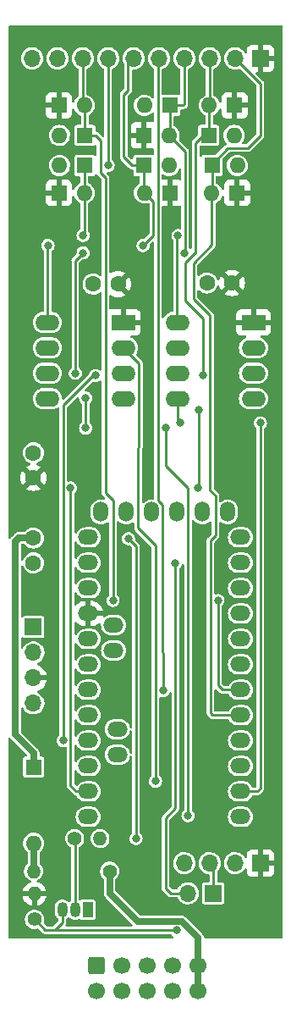
<source format=gtl>
%TF.GenerationSoftware,KiCad,Pcbnew,(6.0.1)*%
%TF.CreationDate,2022-11-02T15:55:13-04:00*%
%TF.ProjectId,ER-MIDI-CV4-02_DB,45522d4d-4944-4492-9d43-56342d30325f,1*%
%TF.SameCoordinates,Original*%
%TF.FileFunction,Copper,L1,Top*%
%TF.FilePolarity,Positive*%
%FSLAX46Y46*%
G04 Gerber Fmt 4.6, Leading zero omitted, Abs format (unit mm)*
G04 Created by KiCad (PCBNEW (6.0.1)) date 2022-11-02 15:55:13*
%MOMM*%
%LPD*%
G01*
G04 APERTURE LIST*
G04 Aperture macros list*
%AMRoundRect*
0 Rectangle with rounded corners*
0 $1 Rounding radius*
0 $2 $3 $4 $5 $6 $7 $8 $9 X,Y pos of 4 corners*
0 Add a 4 corners polygon primitive as box body*
4,1,4,$2,$3,$4,$5,$6,$7,$8,$9,$2,$3,0*
0 Add four circle primitives for the rounded corners*
1,1,$1+$1,$2,$3*
1,1,$1+$1,$4,$5*
1,1,$1+$1,$6,$7*
1,1,$1+$1,$8,$9*
0 Add four rect primitives between the rounded corners*
20,1,$1+$1,$2,$3,$4,$5,0*
20,1,$1+$1,$4,$5,$6,$7,0*
20,1,$1+$1,$6,$7,$8,$9,0*
20,1,$1+$1,$8,$9,$2,$3,0*%
G04 Aperture macros list end*
%TA.AperFunction,ComponentPad*%
%ADD10C,1.400000*%
%TD*%
%TA.AperFunction,ComponentPad*%
%ADD11O,1.400000X1.400000*%
%TD*%
%TA.AperFunction,ComponentPad*%
%ADD12R,1.050000X1.500000*%
%TD*%
%TA.AperFunction,ComponentPad*%
%ADD13O,1.050000X1.500000*%
%TD*%
%TA.AperFunction,ComponentPad*%
%ADD14R,1.700000X1.700000*%
%TD*%
%TA.AperFunction,ComponentPad*%
%ADD15O,1.700000X1.700000*%
%TD*%
%TA.AperFunction,ComponentPad*%
%ADD16R,1.600000X1.600000*%
%TD*%
%TA.AperFunction,ComponentPad*%
%ADD17O,1.600000X1.600000*%
%TD*%
%TA.AperFunction,ComponentPad*%
%ADD18C,1.600000*%
%TD*%
%TA.AperFunction,ComponentPad*%
%ADD19R,2.400000X1.600000*%
%TD*%
%TA.AperFunction,ComponentPad*%
%ADD20O,2.400000X1.600000*%
%TD*%
%TA.AperFunction,ComponentPad*%
%ADD21RoundRect,0.250000X-0.600000X0.600000X-0.600000X-0.600000X0.600000X-0.600000X0.600000X0.600000X0*%
%TD*%
%TA.AperFunction,ComponentPad*%
%ADD22C,1.700000*%
%TD*%
%TA.AperFunction,ComponentPad*%
%ADD23O,1.524000X2.000000*%
%TD*%
%TA.AperFunction,ComponentPad*%
%ADD24O,2.000000X1.524000*%
%TD*%
%TA.AperFunction,ViaPad*%
%ADD25C,0.800000*%
%TD*%
%TA.AperFunction,Conductor*%
%ADD26C,0.250000*%
%TD*%
%TA.AperFunction,Conductor*%
%ADD27C,0.635000*%
%TD*%
G04 APERTURE END LIST*
D10*
%TO.P,R3,1*%
%TO.N,/MIDI_OUT*%
X103886000Y-121616000D03*
D11*
%TO.P,R3,2*%
%TO.N,+5V*%
X103886000Y-119076000D03*
%TD*%
D10*
%TO.P,R1,1*%
%TO.N,/RBO*%
X107900000Y-113538000D03*
D11*
%TO.P,R1,2*%
%TO.N,/TXD*%
X110440000Y-113538000D03*
%TD*%
D12*
%TO.P,Q1,1,E*%
%TO.N,GND*%
X109220000Y-120650000D03*
D13*
%TO.P,Q1,2,B*%
%TO.N,/RBO*%
X107950000Y-120650000D03*
%TO.P,Q1,3,C*%
%TO.N,/MIDI_OUT*%
X106680000Y-120650000D03*
%TD*%
D14*
%TO.P,J2,1,Pin_1*%
%TO.N,+5V*%
X126500000Y-35560000D03*
D15*
%TO.P,J2,2,Pin_2*%
%TO.N,/GATE*%
X123960000Y-35560000D03*
%TO.P,J2,3,Pin_3*%
%TO.N,/CV4_D*%
X121420000Y-35560000D03*
%TO.P,J2,4,Pin_4*%
%TO.N,/CV2_D*%
X118880000Y-35560000D03*
%TO.P,J2,5,Pin_5*%
%TO.N,/POT*%
X116340000Y-35560000D03*
%TO.P,J2,6,Pin_6*%
%TO.N,/CV1_D*%
X113800000Y-35560000D03*
%TO.P,J2,7,Pin_7*%
%TO.N,/CV3_D*%
X111260000Y-35560000D03*
%TO.P,J2,8,Pin_8*%
%TO.N,/CLK*%
X108720000Y-35560000D03*
%TO.P,J2,9,Pin_9*%
%TO.N,unconnected-(J2-Pad9)*%
X106180000Y-35560000D03*
%TO.P,J2,10,Pin_10*%
%TO.N,GND*%
X103640000Y-35560000D03*
%TD*%
D14*
%TO.P,J4,1,Pin_1*%
%TO.N,+5V*%
X126500000Y-116000000D03*
D15*
%TO.P,J4,2,Pin_2*%
%TO.N,/MIDI_OUT*%
X123960000Y-116000000D03*
%TO.P,J4,3,Pin_3*%
%TO.N,/MIDI_IN*%
X121420000Y-116000000D03*
%TO.P,J4,4,Pin_4*%
%TO.N,GND*%
X118880000Y-116000000D03*
%TD*%
D16*
%TO.P,D8,1,K*%
%TO.N,/CV1_D*%
X114824315Y-46250000D03*
D17*
%TO.P,D8,2,A*%
%TO.N,GND*%
X117364315Y-46250000D03*
%TD*%
D14*
%TO.P,J5,1,Pin_1*%
%TO.N,/MIDI_IN*%
X121775000Y-119000000D03*
D15*
%TO.P,J5,2,Pin_2*%
%TO.N,Net-(J5-Pad2)*%
X119235000Y-119000000D03*
%TD*%
D16*
%TO.P,D3,1,K*%
%TO.N,+5V*%
X106324315Y-40250000D03*
D17*
%TO.P,D3,2,A*%
%TO.N,/CLK*%
X108864315Y-40250000D03*
%TD*%
D18*
%TO.P,C1,1*%
%TO.N,+5V*%
X123650000Y-58000000D03*
%TO.P,C1,2*%
%TO.N,GND*%
X121150000Y-58000000D03*
%TD*%
D16*
%TO.P,D12,1,K*%
%TO.N,+5V*%
X106324315Y-49000000D03*
D17*
%TO.P,D12,2,A*%
%TO.N,/CV3_D*%
X108864315Y-49000000D03*
%TD*%
D19*
%TO.P,U1,1,Vdd*%
%TO.N,+5V*%
X125800000Y-61950000D03*
D20*
%TO.P,U1,2,~{CS}*%
%TO.N,/SS*%
X125800000Y-64490000D03*
%TO.P,U1,3,SCK*%
%TO.N,/SCK*%
X125800000Y-67030000D03*
%TO.P,U1,4,SDI*%
%TO.N,/MOSI*%
X125800000Y-69570000D03*
%TO.P,U1,5,~{LDAC}*%
%TO.N,/LDAC2\u002A*%
X118180000Y-69570000D03*
%TO.P,U1,6,VB*%
%TO.N,/CV4_D*%
X118180000Y-67030000D03*
%TO.P,U1,7,Vss*%
%TO.N,GND*%
X118180000Y-64490000D03*
%TO.P,U1,8,VA*%
%TO.N,/CV3_D*%
X118180000Y-61950000D03*
%TD*%
D18*
%TO.P,C4,1*%
%TO.N,+12P*%
X103775000Y-83481000D03*
%TO.P,C4,2*%
%TO.N,GND*%
X103775000Y-85981000D03*
%TD*%
D19*
%TO.P,U2,1,Vdd*%
%TO.N,+5V*%
X112800000Y-61950000D03*
D20*
%TO.P,U2,2,~{CS}*%
%TO.N,/SS*%
X112800000Y-64490000D03*
%TO.P,U2,3,SCK*%
%TO.N,/SCK*%
X112800000Y-67030000D03*
%TO.P,U2,4,SDI*%
%TO.N,/MOSI*%
X112800000Y-69570000D03*
%TO.P,U2,5,~{LDAC}*%
%TO.N,/LDAC1\u002A*%
X105180000Y-69570000D03*
%TO.P,U2,6,VB*%
%TO.N,/CV2_D*%
X105180000Y-67030000D03*
%TO.P,U2,7,Vss*%
%TO.N,GND*%
X105180000Y-64490000D03*
%TO.P,U2,8,VA*%
%TO.N,/CV1_D*%
X105180000Y-61950000D03*
%TD*%
D16*
%TO.P,D5,1,K*%
%TO.N,+5V*%
X114824315Y-43250000D03*
D17*
%TO.P,D5,2,A*%
%TO.N,/CV2_D*%
X117364315Y-43250000D03*
%TD*%
D16*
%TO.P,D7,1,K*%
%TO.N,/GATE*%
X121648629Y-46250000D03*
D17*
%TO.P,D7,2,A*%
%TO.N,GND*%
X124188629Y-46250000D03*
%TD*%
D16*
%TO.P,D1,1,K*%
%TO.N,+5V*%
X123925686Y-40250000D03*
D17*
%TO.P,D1,2,A*%
%TO.N,/CV4_D*%
X121385686Y-40250000D03*
%TD*%
D21*
%TO.P,J1,1,Pin_1*%
%TO.N,unconnected-(J1-Pad1)*%
X110109000Y-126247500D03*
D22*
%TO.P,J1,2,Pin_2*%
%TO.N,unconnected-(J1-Pad2)*%
X110109000Y-128787500D03*
%TO.P,J1,3,Pin_3*%
%TO.N,GND*%
X112649000Y-126247500D03*
%TO.P,J1,4,Pin_4*%
X112649000Y-128787500D03*
%TO.P,J1,5,Pin_5*%
X115189000Y-126247500D03*
%TO.P,J1,6,Pin_6*%
X115189000Y-128787500D03*
%TO.P,J1,7,Pin_7*%
X117729000Y-126247500D03*
%TO.P,J1,8,Pin_8*%
X117729000Y-128787500D03*
%TO.P,J1,9,Pin_9*%
%TO.N,+12V*%
X120269000Y-126247500D03*
%TO.P,J1,10,Pin_10*%
X120269000Y-128787500D03*
%TD*%
D16*
%TO.P,D11,1,K*%
%TO.N,+5V*%
X117425686Y-49000000D03*
D17*
%TO.P,D11,2,A*%
%TO.N,/CV1_D*%
X114885686Y-49000000D03*
%TD*%
D16*
%TO.P,D2,1,K*%
%TO.N,/CV2_D*%
X117425686Y-40250000D03*
D17*
%TO.P,D2,2,A*%
%TO.N,GND*%
X114885686Y-40250000D03*
%TD*%
D23*
%TO.P,U3,1,GND*%
%TO.N,GND*%
X123230005Y-80890008D03*
%TO.P,U3,2,GND2*%
X120690005Y-80890008D03*
%TO.P,U3,3,VccCBL*%
%TO.N,unconnected-(U3-Pad3)*%
X118150005Y-80890008D03*
%TO.P,U3,4,RX1-CBL*%
%TO.N,unconnected-(U3-Pad4)*%
X115610005Y-80890008D03*
%TO.P,U3,5,TX0-CBL*%
%TO.N,unconnected-(U3-Pad5)*%
X113070005Y-80890008D03*
%TO.P,U3,6,DTR_I*%
%TO.N,unconnected-(U3-Pad6)*%
X110530005Y-80890008D03*
D24*
%TO.P,U3,7,TX0*%
%TO.N,/TXD*%
X124500005Y-83430008D03*
%TO.P,U3,8,RX1*%
%TO.N,Net-(J5-Pad2)*%
X124500005Y-85970008D03*
%TO.P,U3,9,RESET*%
%TO.N,unconnected-(U3-Pad9)*%
X124500005Y-88510008D03*
%TO.P,U3,10,GND*%
%TO.N,GND*%
X124500005Y-91050008D03*
%TO.P,U3,11,D2*%
%TO.N,unconnected-(U3-Pad11)*%
X124500005Y-93590008D03*
%TO.P,U3,12,D3*%
%TO.N,unconnected-(U3-Pad12)*%
X124500005Y-96130008D03*
%TO.P,U3,13,D4*%
%TO.N,/CLK*%
X124500005Y-98670008D03*
%TO.P,U3,14,D5*%
%TO.N,/GATE*%
X124500005Y-101210008D03*
%TO.P,U3,15,D6*%
%TO.N,unconnected-(U3-Pad15)*%
X124500005Y-103750008D03*
%TO.P,U3,16,D7*%
%TO.N,unconnected-(U3-Pad16)*%
X124500005Y-106290008D03*
%TO.P,U3,17,D8*%
%TO.N,/LDAC2\u002A*%
X124500005Y-108830008D03*
%TO.P,U3,18,D9*%
%TO.N,/LDAC1\u002A*%
X124500005Y-111370008D03*
%TO.P,U3,19,RAW*%
%TO.N,+12P*%
X109260005Y-83430008D03*
%TO.P,U3,20,GND3*%
%TO.N,GND*%
X109260005Y-85970008D03*
%TO.P,U3,21,RESET*%
%TO.N,unconnected-(U3-Pad21)*%
X109260005Y-88510008D03*
%TO.P,U3,22,Vcc2*%
%TO.N,+5V*%
X109260005Y-91050008D03*
%TO.P,U3,23,A3*%
%TO.N,unconnected-(U3-Pad23)*%
X109260005Y-93590008D03*
%TO.P,U3,24,A2*%
%TO.N,unconnected-(U3-Pad24)*%
X109260005Y-96130008D03*
%TO.P,U3,25,A1*%
%TO.N,/POT*%
X109260005Y-98670008D03*
%TO.P,U3,26,A0*%
%TO.N,unconnected-(U3-Pad26)*%
X109260005Y-101210008D03*
%TO.P,U3,27,D13*%
%TO.N,/SCK*%
X109260005Y-103750008D03*
%TO.P,U3,28,D12*%
%TO.N,unconnected-(U3-Pad28)*%
X109260005Y-106290008D03*
%TO.P,U3,29,D11*%
%TO.N,/MOSI*%
X109260005Y-108830008D03*
%TO.P,U3,30,D10*%
%TO.N,/SS*%
X109260005Y-111370008D03*
%TO.P,U3,31,A5/SCL*%
%TO.N,/SCL*%
X111800005Y-92193008D03*
%TO.P,U3,32,A4/SDA*%
%TO.N,/SDA*%
X111800005Y-94733008D03*
%TO.P,U3,34*%
%TO.N,N/C*%
X112181005Y-102607008D03*
%TO.P,U3,35*%
X112181005Y-105147008D03*
%TD*%
D18*
%TO.P,C3,1*%
%TO.N,+5V*%
X103775000Y-77481000D03*
%TO.P,C3,2*%
%TO.N,GND*%
X103775000Y-74981000D03*
%TD*%
D16*
%TO.P,D6,1,K*%
%TO.N,/CLK*%
X108925686Y-43250000D03*
D17*
%TO.P,D6,2,A*%
%TO.N,GND*%
X106385686Y-43250000D03*
%TD*%
D18*
%TO.P,C2,1*%
%TO.N,+5V*%
X112250000Y-58100000D03*
%TO.P,C2,2*%
%TO.N,GND*%
X109750000Y-58100000D03*
%TD*%
D14*
%TO.P,J3,1,Pin_1*%
%TO.N,/SCL*%
X103775000Y-92401000D03*
D15*
%TO.P,J3,2,Pin_2*%
%TO.N,/SDA*%
X103775000Y-94941000D03*
%TO.P,J3,3,Pin_3*%
%TO.N,+5V*%
X103775000Y-97481000D03*
%TO.P,J3,4,Pin_4*%
%TO.N,GND*%
X103775000Y-100021000D03*
%TD*%
D10*
%TO.P,R2,1*%
%TO.N,+12V*%
X111410000Y-116800000D03*
D11*
%TO.P,R2,2*%
%TO.N,Net-(D13-Pad2)*%
X103790000Y-116800000D03*
%TD*%
D16*
%TO.P,D9,1,K*%
%TO.N,/CV3_D*%
X108925686Y-46250000D03*
D17*
%TO.P,D9,2,A*%
%TO.N,GND*%
X106385686Y-46250000D03*
%TD*%
D16*
%TO.P,D13,1,K*%
%TO.N,+12P*%
X103800000Y-106390000D03*
D17*
%TO.P,D13,2,A*%
%TO.N,Net-(D13-Pad2)*%
X103800000Y-114010000D03*
%TD*%
D16*
%TO.P,D4,1,K*%
%TO.N,/CV4_D*%
X121324315Y-43250000D03*
D17*
%TO.P,D4,2,A*%
%TO.N,GND*%
X123864315Y-43250000D03*
%TD*%
D16*
%TO.P,D10,1,K*%
%TO.N,+5V*%
X124175686Y-49000000D03*
D17*
%TO.P,D10,2,A*%
%TO.N,/GATE*%
X121635686Y-49000000D03*
%TD*%
D25*
%TO.N,/TXD*%
X113284000Y-83566000D03*
X114046000Y-113538000D03*
%TO.N,/MIDI_OUT*%
X118110000Y-122717000D03*
%TO.N,+5V*%
X115000000Y-50800000D03*
%TO.N,Net-(J5-Pad2)*%
X118000000Y-86000000D03*
%TO.N,/SCK*%
X110000000Y-67250000D03*
X106775500Y-103750000D03*
%TO.N,/MOSI*%
X120250000Y-78500000D03*
X120305480Y-70694520D03*
X107500000Y-78500000D03*
%TO.N,/CLK*%
X111750000Y-89750000D03*
X122250000Y-89750000D03*
%TO.N,/LDAC2\u002A*%
X118500000Y-72000000D03*
X126500000Y-72000000D03*
%TO.N,/LDAC1\u002A*%
X109000000Y-69500000D03*
X119250000Y-111250000D03*
X117000000Y-72500000D03*
X109000000Y-72500000D03*
%TO.N,/CV2_D*%
X108750000Y-55000000D03*
X118904500Y-55000000D03*
X107970000Y-67030000D03*
%TO.N,/CV1_D*%
X114750000Y-54250000D03*
X105250000Y-54250000D03*
%TO.N,/CV3_D*%
X108750000Y-53250000D03*
X118250000Y-53250000D03*
X111250000Y-46250000D03*
%TO.N,/CV4_D*%
X120720989Y-67250000D03*
%TO.N,/POT*%
X116750000Y-98750000D03*
%TO.N,/SS*%
X116000000Y-107800000D03*
%TD*%
D26*
%TO.N,/TXD*%
X114046000Y-84328000D02*
X113284000Y-83566000D01*
X114046000Y-113538000D02*
X114046000Y-84328000D01*
%TO.N,/MIDI_OUT*%
X118075000Y-122682000D02*
X118110000Y-122717000D01*
X105918000Y-122682000D02*
X118075000Y-122682000D01*
X105918000Y-122682000D02*
X106680000Y-121920000D01*
X104952000Y-122682000D02*
X105918000Y-122682000D01*
X103886000Y-121616000D02*
X104952000Y-122682000D01*
X106680000Y-121920000D02*
X106680000Y-120650000D01*
%TO.N,/RBO*%
X107950000Y-120650000D02*
X107950000Y-113588000D01*
D27*
%TO.N,+12V*%
X114200000Y-121800000D02*
X111410000Y-119010000D01*
X111410000Y-116800000D02*
X111410000Y-119010000D01*
X120269000Y-128787500D02*
X120269000Y-126247500D01*
X118600000Y-121800000D02*
X114200000Y-121800000D01*
X120269000Y-126247500D02*
X120269000Y-123469000D01*
X120269000Y-123469000D02*
X118600000Y-121800000D01*
D26*
%TO.N,Net-(J5-Pad2)*%
X117000000Y-118500000D02*
X117000000Y-111500000D01*
X117000000Y-111500000D02*
X118000000Y-110500000D01*
X117500000Y-119000000D02*
X117000000Y-118500000D01*
X119235000Y-119000000D02*
X117500000Y-119000000D01*
X118000000Y-110500000D02*
X118000000Y-86000000D01*
D27*
%TO.N,+12P*%
X102319000Y-83481000D02*
X103775000Y-83481000D01*
X101953000Y-83847000D02*
X102319000Y-83481000D01*
X103800000Y-105000000D02*
X101953000Y-103153000D01*
X103800000Y-106390000D02*
X103800000Y-105000000D01*
D26*
X102519000Y-83481000D02*
X101750000Y-84250000D01*
X103775000Y-83481000D02*
X102519000Y-83481000D01*
D27*
X101953000Y-103153000D02*
X101953000Y-83847000D01*
%TO.N,Net-(D13-Pad2)*%
X103800000Y-114010000D02*
X103800000Y-116790000D01*
D26*
%TO.N,/SCK*%
X106775500Y-103750000D02*
X106775500Y-70224500D01*
X106775500Y-70224500D02*
X109750000Y-67250000D01*
X109750000Y-67250000D02*
X110000000Y-67250000D01*
%TO.N,/MOSI*%
X120305480Y-70694520D02*
X120305480Y-78194520D01*
X120305480Y-78194520D02*
X120305480Y-78444520D01*
X107500000Y-108250000D02*
X108080000Y-108830000D01*
X108080000Y-108830000D02*
X109260000Y-108830000D01*
X107500000Y-78500000D02*
X107500000Y-108250000D01*
X120305480Y-78444520D02*
X120250000Y-78500000D01*
%TO.N,/CLK*%
X110994511Y-47494511D02*
X110994511Y-79005489D01*
X122250000Y-89750000D02*
X122250000Y-98250000D01*
X108720000Y-35560000D02*
X108720000Y-40105685D01*
X110994511Y-79005489D02*
X111750000Y-79760978D01*
X110000000Y-43250000D02*
X110500000Y-43750000D01*
X122250000Y-98250000D02*
X122670000Y-98670000D01*
X111750000Y-79760978D02*
X111750000Y-89750000D01*
X108925686Y-43250000D02*
X110000000Y-43250000D01*
X110500000Y-43750000D02*
X110500000Y-47000000D01*
X122670000Y-98670000D02*
X124500000Y-98670000D01*
X108925686Y-43250000D02*
X108925686Y-40311371D01*
X110500000Y-47000000D02*
X110994511Y-47494511D01*
%TO.N,/GATE*%
X121635686Y-54200031D02*
X121635686Y-49000000D01*
X125250000Y-44500000D02*
X126500000Y-43250000D01*
X121500000Y-101000000D02*
X121500000Y-83750000D01*
X126500000Y-38100000D02*
X123960000Y-35560000D01*
X119800000Y-56035718D02*
X121635686Y-54200031D01*
X122000000Y-79250000D02*
X121445489Y-78695489D01*
X119800000Y-59600000D02*
X119800000Y-56035718D01*
X121445489Y-78695489D02*
X121445489Y-61245489D01*
X121710000Y-101210000D02*
X121500000Y-101000000D01*
X121500000Y-83750000D02*
X122000000Y-83250000D01*
X121648629Y-46250000D02*
X121648629Y-48987057D01*
X122000000Y-83250000D02*
X122000000Y-79250000D01*
X121648629Y-46101371D02*
X123250000Y-44500000D01*
X124500000Y-101210000D02*
X121710000Y-101210000D01*
X123250000Y-44500000D02*
X125250000Y-44500000D01*
X126500000Y-43250000D02*
X126500000Y-38100000D01*
X121445489Y-61245489D02*
X119800000Y-59600000D01*
%TO.N,/LDAC2\u002A*%
X118180000Y-71680000D02*
X118500000Y-72000000D01*
X126500000Y-108500000D02*
X126500000Y-72000000D01*
X118180000Y-69570000D02*
X118180000Y-71680000D01*
X124500005Y-108830008D02*
X126169992Y-108830008D01*
X126169992Y-108830008D02*
X126500000Y-108500000D01*
%TO.N,/LDAC1\u002A*%
X117000000Y-76250000D02*
X119250000Y-78500000D01*
X117000000Y-72500000D02*
X117000000Y-76250000D01*
X109000000Y-69500000D02*
X109000000Y-72500000D01*
X119250000Y-78500000D02*
X119250000Y-111250000D01*
%TO.N,/CV2_D*%
X117425686Y-40250000D02*
X117425686Y-43188629D01*
X118974511Y-54929989D02*
X118974511Y-44860196D01*
X118880000Y-35560000D02*
X118880000Y-40120000D01*
X107970000Y-55780000D02*
X108750000Y-55000000D01*
X118880000Y-40120000D02*
X118750000Y-40250000D01*
X118750000Y-40250000D02*
X117425686Y-40250000D01*
X118904500Y-55000000D02*
X118974511Y-54929989D01*
X107970000Y-67030000D02*
X107970000Y-55780000D01*
X118974511Y-44860196D02*
X117364315Y-43250000D01*
%TO.N,/CV1_D*%
X112800000Y-45400000D02*
X112800000Y-39200000D01*
X115790284Y-53209716D02*
X114750000Y-54250000D01*
X113650000Y-46250000D02*
X112800000Y-45400000D01*
X105180000Y-54320000D02*
X105250000Y-54250000D01*
X114824315Y-46250000D02*
X113650000Y-46250000D01*
X115790284Y-49904598D02*
X115790284Y-53209716D01*
X113250000Y-36110000D02*
X113250000Y-38750000D01*
X112800000Y-39200000D02*
X113250000Y-38750000D01*
X113800000Y-35560000D02*
X113250000Y-36110000D01*
X114885686Y-49000000D02*
X115790284Y-49904598D01*
X105180000Y-61950000D02*
X105180000Y-54320000D01*
X114824315Y-46250000D02*
X114824315Y-48938629D01*
%TO.N,/CV3_D*%
X111250000Y-44520000D02*
X111260000Y-44510000D01*
X111250000Y-46250000D02*
X111250000Y-44520000D01*
X108864315Y-49000000D02*
X108864315Y-53135685D01*
X108864315Y-53135685D02*
X108750000Y-53250000D01*
X118150480Y-61920480D02*
X118150480Y-53349520D01*
X111260000Y-35560000D02*
X111260000Y-44510000D01*
X118150480Y-53349520D02*
X118250000Y-53250000D01*
X108864315Y-49000000D02*
X108864315Y-46311371D01*
%TO.N,/CV4_D*%
X121385686Y-40250000D02*
X121385686Y-43188629D01*
X120720989Y-61520989D02*
X119000000Y-59800000D01*
X119929114Y-55000000D02*
X120000000Y-55000000D01*
X119000000Y-55929114D02*
X119929114Y-55000000D01*
X120000000Y-44000000D02*
X120750000Y-43250000D01*
X120720989Y-67250000D02*
X120720989Y-61520989D01*
X119000000Y-59800000D02*
X119000000Y-55929114D01*
X121420000Y-35560000D02*
X121420000Y-40215686D01*
X120000000Y-55000000D02*
X120000000Y-44000000D01*
%TO.N,/POT*%
X116239804Y-79745233D02*
X116696520Y-80201949D01*
X116750000Y-98750000D02*
X116750000Y-95000000D01*
X116750000Y-95000000D02*
X116696520Y-94946520D01*
X116696520Y-80201949D02*
X116696520Y-94946520D01*
X116239804Y-35660196D02*
X116239804Y-79745233D01*
%TO.N,/SS*%
X114250000Y-74500000D02*
X114324520Y-74425480D01*
X114324520Y-74425480D02*
X114324520Y-66014520D01*
X114250000Y-82500000D02*
X114250000Y-74500000D01*
X116000000Y-84250000D02*
X114250000Y-82500000D01*
X114324520Y-66014520D02*
X112800000Y-64490000D01*
X116000000Y-107800000D02*
X116000000Y-84250000D01*
%TO.N,/MIDI_IN*%
X121775000Y-119000000D02*
X121775000Y-116355000D01*
%TD*%
%TA.AperFunction,Conductor*%
%TO.N,+5V*%
G36*
X128688121Y-32274002D02*
G01*
X128734614Y-32327658D01*
X128746000Y-32380000D01*
X128746000Y-123374000D01*
X128725998Y-123442121D01*
X128672342Y-123488614D01*
X128620000Y-123500000D01*
X120960516Y-123500000D01*
X120892395Y-123479998D01*
X120845902Y-123426342D01*
X120835594Y-123390446D01*
X120831068Y-123356068D01*
X120826277Y-123319678D01*
X120768641Y-123180532D01*
X120755395Y-123163269D01*
X120699976Y-123091045D01*
X120699971Y-123091040D01*
X120676955Y-123061045D01*
X120653510Y-123043055D01*
X120641119Y-123032188D01*
X119036817Y-121427886D01*
X119025951Y-121415497D01*
X119012983Y-121398597D01*
X119012982Y-121398596D01*
X119007955Y-121392045D01*
X118974179Y-121366127D01*
X118888468Y-121300359D01*
X118749322Y-121242723D01*
X118714686Y-121238163D01*
X118637503Y-121228001D01*
X118637494Y-121228000D01*
X118637491Y-121228000D01*
X118637479Y-121227999D01*
X118608189Y-121224143D01*
X118608188Y-121224143D01*
X118600000Y-121223065D01*
X118591812Y-121224143D01*
X118591811Y-121224143D01*
X118570702Y-121226922D01*
X118554256Y-121228000D01*
X114489120Y-121228000D01*
X114420999Y-121207998D01*
X114400025Y-121191095D01*
X112018905Y-118809975D01*
X111984879Y-118747663D01*
X111982000Y-118720880D01*
X111982000Y-117625888D01*
X112002002Y-117557767D01*
X112030424Y-117526601D01*
X112071427Y-117494566D01*
X112159844Y-117392134D01*
X112189709Y-117357535D01*
X112189710Y-117357533D01*
X112193738Y-117352867D01*
X112286198Y-117190108D01*
X112345283Y-117012491D01*
X112368744Y-116826780D01*
X112369118Y-116800000D01*
X112350852Y-116613706D01*
X112296749Y-116434509D01*
X112208870Y-116269232D01*
X112204980Y-116264462D01*
X112204977Y-116264458D01*
X112094457Y-116128948D01*
X112094454Y-116128945D01*
X112090562Y-116124173D01*
X111946332Y-116004855D01*
X111781673Y-115915824D01*
X111692265Y-115888148D01*
X111608744Y-115862294D01*
X111608741Y-115862293D01*
X111602857Y-115860472D01*
X111596732Y-115859828D01*
X111596731Y-115859828D01*
X111422824Y-115841549D01*
X111422823Y-115841549D01*
X111416696Y-115840905D01*
X111340143Y-115847872D01*
X111236418Y-115857312D01*
X111236415Y-115857313D01*
X111230279Y-115857871D01*
X111224373Y-115859609D01*
X111224369Y-115859610D01*
X111089075Y-115899429D01*
X111050708Y-115910721D01*
X110884822Y-115997444D01*
X110880022Y-116001304D01*
X110880021Y-116001304D01*
X110870718Y-116008784D01*
X110738940Y-116114736D01*
X110618619Y-116258130D01*
X110615655Y-116263522D01*
X110615652Y-116263526D01*
X110560046Y-116364674D01*
X110528441Y-116422163D01*
X110526580Y-116428030D01*
X110526579Y-116428032D01*
X110488088Y-116549371D01*
X110471841Y-116600588D01*
X110450975Y-116786609D01*
X110466639Y-116973139D01*
X110468338Y-116979064D01*
X110504990Y-117106883D01*
X110518235Y-117153075D01*
X110521050Y-117158552D01*
X110521051Y-117158555D01*
X110591064Y-117294786D01*
X110603797Y-117319562D01*
X110607620Y-117324386D01*
X110607623Y-117324390D01*
X110713539Y-117458021D01*
X110720068Y-117466259D01*
X110790968Y-117526599D01*
X110793663Y-117528893D01*
X110832576Y-117588276D01*
X110838000Y-117624847D01*
X110838000Y-118964256D01*
X110836922Y-118980702D01*
X110833065Y-119010000D01*
X110838000Y-119047486D01*
X110838000Y-119047492D01*
X110852723Y-119159322D01*
X110855884Y-119166953D01*
X110907116Y-119290638D01*
X110910359Y-119298468D01*
X110915383Y-119305016D01*
X110915387Y-119305022D01*
X110942152Y-119339902D01*
X110997014Y-119411400D01*
X110997019Y-119411405D01*
X111002045Y-119417955D01*
X111008595Y-119422981D01*
X111008598Y-119422984D01*
X111025495Y-119435949D01*
X111037886Y-119446816D01*
X113678475Y-122087405D01*
X113712501Y-122149717D01*
X113707436Y-122220532D01*
X113664889Y-122277368D01*
X113598369Y-122302179D01*
X113589380Y-122302500D01*
X107119876Y-122302500D01*
X107051755Y-122282498D01*
X107005262Y-122228842D01*
X106995158Y-122158568D01*
X107009462Y-122115797D01*
X107010705Y-122113536D01*
X107017156Y-122105353D01*
X107020188Y-122096719D01*
X107025514Y-122089266D01*
X107040203Y-122040150D01*
X107042036Y-122034508D01*
X107056390Y-121993633D01*
X107056390Y-121993632D01*
X107059018Y-121986149D01*
X107059500Y-121980584D01*
X107059500Y-121977876D01*
X107059614Y-121975242D01*
X107059643Y-121975144D01*
X107059807Y-121975151D01*
X107059851Y-121974447D01*
X107061713Y-121968222D01*
X107059597Y-121914365D01*
X107059500Y-121909418D01*
X107059500Y-121627200D01*
X107079502Y-121559079D01*
X107119478Y-121519882D01*
X107156946Y-121496832D01*
X107156949Y-121496830D01*
X107162945Y-121493141D01*
X107226799Y-121430610D01*
X107289464Y-121397239D01*
X107360223Y-121403045D01*
X107404362Y-121431849D01*
X107458472Y-121486338D01*
X107464418Y-121490112D01*
X107464420Y-121490113D01*
X107475008Y-121496832D01*
X107606128Y-121580043D01*
X107612771Y-121582408D01*
X107612770Y-121582408D01*
X107764239Y-121636344D01*
X107764244Y-121636345D01*
X107770874Y-121638706D01*
X107777862Y-121639539D01*
X107777865Y-121639540D01*
X107893201Y-121653293D01*
X107944524Y-121659413D01*
X107951527Y-121658677D01*
X107951528Y-121658677D01*
X108002770Y-121653291D01*
X108118445Y-121641133D01*
X108125111Y-121638864D01*
X108125114Y-121638863D01*
X108277328Y-121587045D01*
X108277331Y-121587044D01*
X108283995Y-121584775D01*
X108343022Y-121548462D01*
X108411522Y-121529803D01*
X108479236Y-121551141D01*
X108498139Y-121566684D01*
X108504623Y-121573168D01*
X108511516Y-121583484D01*
X108595699Y-121639734D01*
X108669933Y-121654500D01*
X109219911Y-121654500D01*
X109770066Y-121654499D01*
X109805818Y-121647388D01*
X109832126Y-121642156D01*
X109832128Y-121642155D01*
X109844301Y-121639734D01*
X109854621Y-121632839D01*
X109854622Y-121632838D01*
X109918168Y-121590377D01*
X109928484Y-121583484D01*
X109984734Y-121499301D01*
X109999500Y-121425067D01*
X109999499Y-119874934D01*
X109992388Y-119839182D01*
X109987156Y-119812874D01*
X109987155Y-119812872D01*
X109984734Y-119800699D01*
X109976270Y-119788031D01*
X109935377Y-119726832D01*
X109928484Y-119716516D01*
X109844301Y-119660266D01*
X109770067Y-119645500D01*
X109220089Y-119645500D01*
X108669934Y-119645501D01*
X108634182Y-119652612D01*
X108607874Y-119657844D01*
X108607872Y-119657845D01*
X108595699Y-119660266D01*
X108525500Y-119707172D01*
X108457750Y-119728386D01*
X108389283Y-119709604D01*
X108341839Y-119656787D01*
X108329500Y-119602406D01*
X108329500Y-114467970D01*
X108349502Y-114399849D01*
X108398688Y-114355505D01*
X108408416Y-114350591D01*
X108408417Y-114350590D01*
X108413921Y-114347810D01*
X108561427Y-114232566D01*
X108683738Y-114090867D01*
X108776198Y-113928108D01*
X108835283Y-113750491D01*
X108858744Y-113564780D01*
X108859118Y-113538000D01*
X108857805Y-113524609D01*
X109480975Y-113524609D01*
X109496639Y-113711139D01*
X109498338Y-113717064D01*
X109538070Y-113855624D01*
X109548235Y-113891075D01*
X109551050Y-113896552D01*
X109551051Y-113896555D01*
X109626359Y-114043090D01*
X109633797Y-114057562D01*
X109637620Y-114062386D01*
X109637623Y-114062390D01*
X109738195Y-114189279D01*
X109750068Y-114204259D01*
X109892618Y-114325579D01*
X109897996Y-114328585D01*
X109897998Y-114328586D01*
X109932396Y-114347810D01*
X110056018Y-114416900D01*
X110234043Y-114474744D01*
X110419914Y-114496908D01*
X110426049Y-114496436D01*
X110426051Y-114496436D01*
X110600408Y-114483020D01*
X110600413Y-114483019D01*
X110606549Y-114482547D01*
X110612479Y-114480891D01*
X110612481Y-114480891D01*
X110780913Y-114433864D01*
X110780912Y-114433864D01*
X110786841Y-114432209D01*
X110817148Y-114416900D01*
X110869499Y-114390455D01*
X110953921Y-114347810D01*
X110982376Y-114325579D01*
X111096571Y-114236360D01*
X111096572Y-114236360D01*
X111101427Y-114232566D01*
X111223738Y-114090867D01*
X111316198Y-113928108D01*
X111375283Y-113750491D01*
X111398744Y-113564780D01*
X111399118Y-113538000D01*
X111380852Y-113351706D01*
X111326749Y-113172509D01*
X111317316Y-113154768D01*
X111241764Y-113012674D01*
X111241762Y-113012671D01*
X111238870Y-113007232D01*
X111234980Y-113002462D01*
X111234977Y-113002458D01*
X111124457Y-112866948D01*
X111124454Y-112866945D01*
X111120562Y-112862173D01*
X110976332Y-112742855D01*
X110811673Y-112653824D01*
X110722265Y-112626148D01*
X110638744Y-112600294D01*
X110638741Y-112600293D01*
X110632857Y-112598472D01*
X110626732Y-112597828D01*
X110626731Y-112597828D01*
X110452824Y-112579549D01*
X110452823Y-112579549D01*
X110446696Y-112578905D01*
X110370143Y-112585872D01*
X110266418Y-112595312D01*
X110266415Y-112595313D01*
X110260279Y-112595871D01*
X110254373Y-112597609D01*
X110254369Y-112597610D01*
X110119075Y-112637429D01*
X110080708Y-112648721D01*
X109914822Y-112735444D01*
X109910022Y-112739304D01*
X109910021Y-112739304D01*
X109900718Y-112746784D01*
X109768940Y-112852736D01*
X109648619Y-112996130D01*
X109645655Y-113001522D01*
X109645652Y-113001526D01*
X109578672Y-113123363D01*
X109558441Y-113160163D01*
X109556580Y-113166030D01*
X109556579Y-113166032D01*
X109503703Y-113332718D01*
X109501841Y-113338588D01*
X109480975Y-113524609D01*
X108857805Y-113524609D01*
X108840852Y-113351706D01*
X108786749Y-113172509D01*
X108777316Y-113154768D01*
X108701764Y-113012674D01*
X108701762Y-113012671D01*
X108698870Y-113007232D01*
X108694980Y-113002462D01*
X108694977Y-113002458D01*
X108584457Y-112866948D01*
X108584454Y-112866945D01*
X108580562Y-112862173D01*
X108436332Y-112742855D01*
X108271673Y-112653824D01*
X108182265Y-112626148D01*
X108098744Y-112600294D01*
X108098741Y-112600293D01*
X108092857Y-112598472D01*
X108086732Y-112597828D01*
X108086731Y-112597828D01*
X107912824Y-112579549D01*
X107912823Y-112579549D01*
X107906696Y-112578905D01*
X107830143Y-112585872D01*
X107726418Y-112595312D01*
X107726415Y-112595313D01*
X107720279Y-112595871D01*
X107714373Y-112597609D01*
X107714369Y-112597610D01*
X107579075Y-112637429D01*
X107540708Y-112648721D01*
X107374822Y-112735444D01*
X107370022Y-112739304D01*
X107370021Y-112739304D01*
X107360718Y-112746784D01*
X107228940Y-112852736D01*
X107108619Y-112996130D01*
X107105655Y-113001522D01*
X107105652Y-113001526D01*
X107038672Y-113123363D01*
X107018441Y-113160163D01*
X107016580Y-113166030D01*
X107016579Y-113166032D01*
X106963703Y-113332718D01*
X106961841Y-113338588D01*
X106940975Y-113524609D01*
X106956639Y-113711139D01*
X106958338Y-113717064D01*
X106998070Y-113855624D01*
X107008235Y-113891075D01*
X107011050Y-113896552D01*
X107011051Y-113896555D01*
X107086359Y-114043090D01*
X107093797Y-114057562D01*
X107097620Y-114062386D01*
X107097623Y-114062390D01*
X107198195Y-114189279D01*
X107210068Y-114204259D01*
X107352618Y-114325579D01*
X107357996Y-114328585D01*
X107357998Y-114328586D01*
X107392396Y-114347810D01*
X107505971Y-114411285D01*
X107555676Y-114461977D01*
X107570500Y-114521272D01*
X107570500Y-119672800D01*
X107550498Y-119740921D01*
X107510522Y-119780118D01*
X107473054Y-119803168D01*
X107473053Y-119803169D01*
X107467055Y-119806859D01*
X107450548Y-119823024D01*
X107403201Y-119869390D01*
X107340536Y-119902761D01*
X107269777Y-119896955D01*
X107225638Y-119868151D01*
X107171528Y-119813662D01*
X107160809Y-119806859D01*
X107114244Y-119777309D01*
X107023872Y-119719957D01*
X106994797Y-119709604D01*
X106865761Y-119663656D01*
X106865756Y-119663655D01*
X106859126Y-119661294D01*
X106852138Y-119660461D01*
X106852135Y-119660460D01*
X106726677Y-119645500D01*
X106685476Y-119640587D01*
X106678473Y-119641323D01*
X106678472Y-119641323D01*
X106638732Y-119645500D01*
X106511555Y-119658867D01*
X106504889Y-119661136D01*
X106504886Y-119661137D01*
X106352672Y-119712955D01*
X106352669Y-119712956D01*
X106346005Y-119715225D01*
X106197055Y-119806859D01*
X106180548Y-119823024D01*
X106105053Y-119896955D01*
X106072109Y-119929216D01*
X105977375Y-120076214D01*
X105974964Y-120082837D01*
X105974963Y-120082840D01*
X105958352Y-120128479D01*
X105917563Y-120240547D01*
X105900500Y-120375610D01*
X105900500Y-120918969D01*
X105915062Y-121048790D01*
X105917379Y-121055443D01*
X105917379Y-121055444D01*
X105940705Y-121122425D01*
X105972574Y-121213942D01*
X105976307Y-121219916D01*
X105976308Y-121219918D01*
X105999110Y-121256409D01*
X106065246Y-121362248D01*
X106070209Y-121367246D01*
X106070210Y-121367247D01*
X106118124Y-121415497D01*
X106188472Y-121486338D01*
X106194418Y-121490112D01*
X106194420Y-121490113D01*
X106242014Y-121520317D01*
X106288813Y-121573706D01*
X106300500Y-121626702D01*
X106300500Y-121710616D01*
X106280498Y-121778737D01*
X106263595Y-121799711D01*
X105797711Y-122265595D01*
X105735399Y-122299621D01*
X105708616Y-122302500D01*
X105161384Y-122302500D01*
X105093263Y-122282498D01*
X105072289Y-122265595D01*
X104829857Y-122023163D01*
X104795831Y-121960851D01*
X104799393Y-121894297D01*
X104819338Y-121834339D01*
X104819339Y-121834336D01*
X104821283Y-121828491D01*
X104844744Y-121642780D01*
X104845118Y-121616000D01*
X104826852Y-121429706D01*
X104772749Y-121250509D01*
X104750146Y-121207998D01*
X104687764Y-121090674D01*
X104687762Y-121090671D01*
X104684870Y-121085232D01*
X104680980Y-121080462D01*
X104680977Y-121080458D01*
X104570457Y-120944948D01*
X104570454Y-120944945D01*
X104566562Y-120940173D01*
X104422332Y-120820855D01*
X104257673Y-120731824D01*
X104168265Y-120704148D01*
X104084744Y-120678294D01*
X104084741Y-120678293D01*
X104078857Y-120676472D01*
X104072732Y-120675828D01*
X104072731Y-120675828D01*
X103898824Y-120657549D01*
X103898823Y-120657549D01*
X103892696Y-120656905D01*
X103816143Y-120663872D01*
X103712418Y-120673312D01*
X103712415Y-120673313D01*
X103706279Y-120673871D01*
X103700373Y-120675609D01*
X103700369Y-120675610D01*
X103565075Y-120715429D01*
X103526708Y-120726721D01*
X103360822Y-120813444D01*
X103356022Y-120817304D01*
X103356021Y-120817304D01*
X103346718Y-120824784D01*
X103214940Y-120930736D01*
X103094619Y-121074130D01*
X103091655Y-121079522D01*
X103091652Y-121079526D01*
X103030317Y-121191095D01*
X103004441Y-121238163D01*
X103002580Y-121244030D01*
X103002579Y-121244032D01*
X102953979Y-121397239D01*
X102947841Y-121416588D01*
X102926975Y-121602609D01*
X102930052Y-121639255D01*
X102940428Y-121762806D01*
X102942639Y-121789139D01*
X102948227Y-121808626D01*
X102991877Y-121960851D01*
X102994235Y-121969075D01*
X102997050Y-121974552D01*
X102997051Y-121974555D01*
X103061142Y-122099263D01*
X103079797Y-122135562D01*
X103083620Y-122140386D01*
X103083623Y-122140390D01*
X103155421Y-122230976D01*
X103196068Y-122282259D01*
X103338618Y-122403579D01*
X103502018Y-122494900D01*
X103680043Y-122552744D01*
X103865914Y-122574908D01*
X103872049Y-122574436D01*
X103872051Y-122574436D01*
X104046408Y-122561020D01*
X104046413Y-122561019D01*
X104052549Y-122560547D01*
X104058479Y-122558891D01*
X104058481Y-122558891D01*
X104170270Y-122527679D01*
X104241261Y-122528626D01*
X104293249Y-122559943D01*
X104645522Y-122912216D01*
X104660664Y-122930964D01*
X104661779Y-122932189D01*
X104667429Y-122940940D01*
X104675607Y-122947387D01*
X104675609Y-122947389D01*
X104693800Y-122961729D01*
X104698241Y-122965675D01*
X104698303Y-122965602D01*
X104702267Y-122968961D01*
X104705944Y-122972638D01*
X104721692Y-122983892D01*
X104726362Y-122987398D01*
X104766647Y-123019156D01*
X104775281Y-123022188D01*
X104782734Y-123027514D01*
X104831850Y-123042203D01*
X104837492Y-123044036D01*
X104878367Y-123058390D01*
X104885851Y-123061018D01*
X104891416Y-123061500D01*
X104894124Y-123061500D01*
X104896758Y-123061614D01*
X104896856Y-123061643D01*
X104896849Y-123061807D01*
X104897553Y-123061851D01*
X104903778Y-123063713D01*
X104957635Y-123061597D01*
X104962582Y-123061500D01*
X105864080Y-123061500D01*
X105888028Y-123064049D01*
X105889693Y-123064128D01*
X105899876Y-123066320D01*
X105910217Y-123065096D01*
X105933223Y-123062373D01*
X105948033Y-123061500D01*
X117485777Y-123061500D01*
X117553898Y-123081502D01*
X117590357Y-123117222D01*
X117610908Y-123147805D01*
X117728076Y-123254419D01*
X117734751Y-123258043D01*
X117734752Y-123258044D01*
X117744375Y-123263269D01*
X117794697Y-123313351D01*
X117809954Y-123382689D01*
X117785302Y-123449268D01*
X117728568Y-123491950D01*
X117684254Y-123500000D01*
X101380000Y-123500000D01*
X101311879Y-123479998D01*
X101265386Y-123426342D01*
X101254000Y-123374000D01*
X101254000Y-119342522D01*
X102706801Y-119342522D01*
X102745092Y-119485423D01*
X102748842Y-119495727D01*
X102833521Y-119677323D01*
X102838998Y-119686811D01*
X102953925Y-119850942D01*
X102960981Y-119859350D01*
X103102650Y-120001019D01*
X103111058Y-120008075D01*
X103275189Y-120123002D01*
X103284677Y-120128479D01*
X103466273Y-120213158D01*
X103476577Y-120216908D01*
X103614503Y-120253866D01*
X103628599Y-120253530D01*
X103632000Y-120245588D01*
X103632000Y-120240439D01*
X104140000Y-120240439D01*
X104143973Y-120253970D01*
X104152522Y-120255199D01*
X104295423Y-120216908D01*
X104305727Y-120213158D01*
X104487323Y-120128479D01*
X104496811Y-120123002D01*
X104660942Y-120008075D01*
X104669350Y-120001019D01*
X104811019Y-119859350D01*
X104818075Y-119850942D01*
X104933002Y-119686811D01*
X104938479Y-119677323D01*
X105023158Y-119495727D01*
X105026908Y-119485423D01*
X105063866Y-119347497D01*
X105063530Y-119333401D01*
X105055588Y-119330000D01*
X104158115Y-119330000D01*
X104142876Y-119334475D01*
X104141671Y-119335865D01*
X104140000Y-119343548D01*
X104140000Y-120240439D01*
X103632000Y-120240439D01*
X103632000Y-119348115D01*
X103627525Y-119332876D01*
X103626135Y-119331671D01*
X103618452Y-119330000D01*
X102721561Y-119330000D01*
X102708030Y-119333973D01*
X102706801Y-119342522D01*
X101254000Y-119342522D01*
X101254000Y-118804503D01*
X102708134Y-118804503D01*
X102708470Y-118818599D01*
X102716412Y-118822000D01*
X105050439Y-118822000D01*
X105063970Y-118818027D01*
X105065199Y-118809478D01*
X105026908Y-118666577D01*
X105023158Y-118656273D01*
X104938479Y-118474677D01*
X104933002Y-118465189D01*
X104818075Y-118301058D01*
X104811019Y-118292650D01*
X104669350Y-118150981D01*
X104660942Y-118143925D01*
X104496811Y-118028998D01*
X104487323Y-118023521D01*
X104305723Y-117938841D01*
X104295418Y-117935090D01*
X104198938Y-117909237D01*
X104138316Y-117872286D01*
X104107294Y-117808425D01*
X104115724Y-117737930D01*
X104160927Y-117683184D01*
X104174739Y-117675065D01*
X104274153Y-117624847D01*
X104303921Y-117609810D01*
X104331484Y-117588276D01*
X104446571Y-117498360D01*
X104446572Y-117498360D01*
X104451427Y-117494566D01*
X104539844Y-117392134D01*
X104569709Y-117357535D01*
X104569710Y-117357533D01*
X104573738Y-117352867D01*
X104666198Y-117190108D01*
X104725283Y-117012491D01*
X104748744Y-116826780D01*
X104749118Y-116800000D01*
X104730852Y-116613706D01*
X104676749Y-116434509D01*
X104588870Y-116269232D01*
X104584980Y-116264462D01*
X104584977Y-116264458D01*
X104474457Y-116128948D01*
X104474454Y-116128945D01*
X104470562Y-116124173D01*
X104417684Y-116080428D01*
X104377946Y-116021594D01*
X104372000Y-115983344D01*
X104372000Y-114962796D01*
X104392002Y-114894675D01*
X104420426Y-114863507D01*
X104509037Y-114794276D01*
X104530722Y-114777334D01*
X104534748Y-114772670D01*
X104534751Y-114772667D01*
X104661819Y-114625457D01*
X104661820Y-114625455D01*
X104665848Y-114620789D01*
X104736637Y-114496179D01*
X104764950Y-114446340D01*
X104764952Y-114446336D01*
X104767995Y-114440979D01*
X104833270Y-114244753D01*
X104859189Y-114039586D01*
X104859602Y-114010000D01*
X104839422Y-113804189D01*
X104779651Y-113606217D01*
X104682565Y-113423625D01*
X104678674Y-113418855D01*
X104678672Y-113418851D01*
X104555758Y-113268143D01*
X104555755Y-113268140D01*
X104551863Y-113263368D01*
X104544966Y-113257662D01*
X104397271Y-113135478D01*
X104397266Y-113135475D01*
X104392522Y-113131550D01*
X104387103Y-113128620D01*
X104387100Y-113128618D01*
X104216032Y-113036122D01*
X104216027Y-113036120D01*
X104210612Y-113033192D01*
X104013063Y-112972040D01*
X104006938Y-112971396D01*
X104006937Y-112971396D01*
X103813526Y-112951068D01*
X103813524Y-112951068D01*
X103807397Y-112950424D01*
X103681229Y-112961906D01*
X103607591Y-112968607D01*
X103607590Y-112968607D01*
X103601450Y-112969166D01*
X103403066Y-113027554D01*
X103397601Y-113030411D01*
X103225261Y-113120508D01*
X103225257Y-113120511D01*
X103219801Y-113123363D01*
X103058635Y-113252943D01*
X102925708Y-113411360D01*
X102826082Y-113592578D01*
X102763553Y-113789696D01*
X102762867Y-113795813D01*
X102762866Y-113795817D01*
X102748684Y-113922255D01*
X102740501Y-113995206D01*
X102741743Y-114010000D01*
X102753585Y-114151008D01*
X102757806Y-114201278D01*
X102814807Y-114400066D01*
X102817625Y-114405548D01*
X102817626Y-114405552D01*
X102906514Y-114578509D01*
X102906517Y-114578513D01*
X102909334Y-114583995D01*
X103037786Y-114746061D01*
X103042479Y-114750055D01*
X103042480Y-114750056D01*
X103183663Y-114870212D01*
X103222576Y-114929595D01*
X103228000Y-114966166D01*
X103228000Y-115966680D01*
X103207998Y-116034801D01*
X103180952Y-116064877D01*
X103118940Y-116114736D01*
X102998619Y-116258130D01*
X102995655Y-116263522D01*
X102995652Y-116263526D01*
X102940046Y-116364674D01*
X102908441Y-116422163D01*
X102906580Y-116428030D01*
X102906579Y-116428032D01*
X102868088Y-116549371D01*
X102851841Y-116600588D01*
X102830975Y-116786609D01*
X102846639Y-116973139D01*
X102848338Y-116979064D01*
X102884990Y-117106883D01*
X102898235Y-117153075D01*
X102901050Y-117158552D01*
X102901051Y-117158555D01*
X102971064Y-117294786D01*
X102983797Y-117319562D01*
X102987620Y-117324386D01*
X102987623Y-117324390D01*
X103093539Y-117458021D01*
X103100068Y-117466259D01*
X103104762Y-117470254D01*
X103218000Y-117566627D01*
X103242618Y-117587579D01*
X103247996Y-117590585D01*
X103247998Y-117590586D01*
X103282396Y-117609810D01*
X103406018Y-117678900D01*
X103453134Y-117694209D01*
X103467168Y-117698769D01*
X103525773Y-117738843D01*
X103553410Y-117804240D01*
X103541303Y-117874197D01*
X103493296Y-117926502D01*
X103471325Y-117937003D01*
X103466279Y-117938840D01*
X103284677Y-118023521D01*
X103275189Y-118028998D01*
X103111058Y-118143925D01*
X103102650Y-118150981D01*
X102960981Y-118292650D01*
X102953925Y-118301058D01*
X102838998Y-118465189D01*
X102833521Y-118474677D01*
X102748842Y-118656273D01*
X102745092Y-118666577D01*
X102708134Y-118804503D01*
X101254000Y-118804503D01*
X101254000Y-111362877D01*
X108000612Y-111362877D01*
X108018679Y-111561403D01*
X108020420Y-111567317D01*
X108020420Y-111567319D01*
X108036010Y-111620289D01*
X108074963Y-111752638D01*
X108167319Y-111929299D01*
X108292230Y-112084657D01*
X108444938Y-112212794D01*
X108619626Y-112308829D01*
X108625493Y-112310690D01*
X108625495Y-112310691D01*
X108803763Y-112367242D01*
X108803766Y-112367243D01*
X108809640Y-112369106D01*
X108964789Y-112386508D01*
X109548162Y-112386508D01*
X109551218Y-112386208D01*
X109551225Y-112386208D01*
X109610246Y-112380421D01*
X109696399Y-112371973D01*
X109702298Y-112370192D01*
X109702303Y-112370191D01*
X109881338Y-112316137D01*
X109887237Y-112314356D01*
X109975243Y-112267562D01*
X110057807Y-112223663D01*
X110057810Y-112223661D01*
X110063249Y-112220769D01*
X110068019Y-112216879D01*
X110068023Y-112216876D01*
X110212956Y-112098671D01*
X110212959Y-112098668D01*
X110217731Y-112094776D01*
X110344799Y-111941178D01*
X110439613Y-111765823D01*
X110498561Y-111575393D01*
X110499410Y-111567319D01*
X110518754Y-111383268D01*
X110518754Y-111383266D01*
X110519398Y-111377139D01*
X110505426Y-111223609D01*
X110501890Y-111184754D01*
X110501890Y-111184753D01*
X110501331Y-111178613D01*
X110499017Y-111170749D01*
X110446789Y-110993297D01*
X110445047Y-110987378D01*
X110352691Y-110810717D01*
X110341658Y-110796994D01*
X110297302Y-110741827D01*
X110227780Y-110655359D01*
X110075072Y-110527222D01*
X109900384Y-110431187D01*
X109894517Y-110429326D01*
X109894515Y-110429325D01*
X109716247Y-110372774D01*
X109716244Y-110372773D01*
X109710370Y-110370910D01*
X109555221Y-110353508D01*
X108971848Y-110353508D01*
X108968792Y-110353808D01*
X108968785Y-110353808D01*
X108918519Y-110358737D01*
X108823611Y-110368043D01*
X108817712Y-110369824D01*
X108817707Y-110369825D01*
X108639048Y-110423766D01*
X108632773Y-110425660D01*
X108544767Y-110472454D01*
X108462203Y-110516353D01*
X108462200Y-110516355D01*
X108456761Y-110519247D01*
X108451991Y-110523137D01*
X108451987Y-110523140D01*
X108307054Y-110641345D01*
X108307051Y-110641348D01*
X108302279Y-110645240D01*
X108298351Y-110649988D01*
X108298350Y-110649989D01*
X108262327Y-110693533D01*
X108175211Y-110798838D01*
X108080397Y-110974193D01*
X108021449Y-111164623D01*
X108020805Y-111170748D01*
X108020805Y-111170749D01*
X108003899Y-111331606D01*
X108000612Y-111362877D01*
X101254000Y-111362877D01*
X101254000Y-103552842D01*
X101274002Y-103484721D01*
X101327658Y-103438228D01*
X101397932Y-103428124D01*
X101462512Y-103457618D01*
X101479962Y-103476138D01*
X101540016Y-103554402D01*
X101540019Y-103554405D01*
X101545045Y-103560955D01*
X101551596Y-103565982D01*
X101551597Y-103565983D01*
X101568497Y-103578951D01*
X101580886Y-103589817D01*
X103111475Y-105120406D01*
X103145501Y-105182718D01*
X103140436Y-105253533D01*
X103097889Y-105310369D01*
X103031369Y-105335180D01*
X103022380Y-105335501D01*
X102974934Y-105335501D01*
X102939182Y-105342612D01*
X102912874Y-105347844D01*
X102912872Y-105347845D01*
X102900699Y-105350266D01*
X102890379Y-105357161D01*
X102890378Y-105357162D01*
X102845939Y-105386856D01*
X102816516Y-105406516D01*
X102760266Y-105490699D01*
X102745500Y-105564933D01*
X102745501Y-107215066D01*
X102748609Y-107230691D01*
X102754931Y-107262476D01*
X102760266Y-107289301D01*
X102767161Y-107299620D01*
X102767162Y-107299622D01*
X102771501Y-107306115D01*
X102816516Y-107373484D01*
X102900699Y-107429734D01*
X102974933Y-107444500D01*
X103799866Y-107444500D01*
X104625066Y-107444499D01*
X104660818Y-107437388D01*
X104687126Y-107432156D01*
X104687128Y-107432155D01*
X104699301Y-107429734D01*
X104709621Y-107422839D01*
X104709622Y-107422838D01*
X104773168Y-107380377D01*
X104783484Y-107373484D01*
X104839734Y-107289301D01*
X104854500Y-107215067D01*
X104854499Y-105564934D01*
X104839734Y-105490699D01*
X104808702Y-105444256D01*
X104790377Y-105416832D01*
X104783484Y-105406516D01*
X104699301Y-105350266D01*
X104625067Y-105335500D01*
X104498000Y-105335500D01*
X104429879Y-105315498D01*
X104383386Y-105261842D01*
X104372000Y-105209500D01*
X104372000Y-105045744D01*
X104373078Y-105029298D01*
X104375857Y-105008189D01*
X104375857Y-105008188D01*
X104376935Y-105000000D01*
X104372000Y-104962514D01*
X104372000Y-104962508D01*
X104357277Y-104850678D01*
X104299641Y-104711532D01*
X104279945Y-104685863D01*
X104230999Y-104622074D01*
X104230988Y-104622061D01*
X104230976Y-104622045D01*
X104230971Y-104622040D01*
X104207955Y-104592045D01*
X104184510Y-104574055D01*
X104172119Y-104563188D01*
X103372199Y-103763268D01*
X102561905Y-102952975D01*
X102527880Y-102890663D01*
X102525000Y-102863880D01*
X102525000Y-100522184D01*
X102545002Y-100454063D01*
X102598658Y-100407570D01*
X102668932Y-100397466D01*
X102733512Y-100426960D01*
X102765426Y-100469433D01*
X102769010Y-100477208D01*
X102814377Y-100575616D01*
X102817710Y-100580332D01*
X102905463Y-100704500D01*
X102931533Y-100741389D01*
X103076938Y-100883035D01*
X103245720Y-100995812D01*
X103251023Y-100998090D01*
X103251026Y-100998092D01*
X103426921Y-101073662D01*
X103432228Y-101075942D01*
X103505244Y-101092464D01*
X103624579Y-101119467D01*
X103624584Y-101119468D01*
X103630216Y-101120742D01*
X103635987Y-101120969D01*
X103635989Y-101120969D01*
X103695756Y-101123317D01*
X103833053Y-101128712D01*
X103943272Y-101112731D01*
X104028231Y-101100413D01*
X104028236Y-101100412D01*
X104033945Y-101099584D01*
X104039409Y-101097729D01*
X104039414Y-101097728D01*
X104220693Y-101036192D01*
X104220698Y-101036190D01*
X104226165Y-101034334D01*
X104243272Y-101024754D01*
X104319835Y-100981876D01*
X104403276Y-100935147D01*
X104465934Y-100883035D01*
X104547931Y-100814838D01*
X104559345Y-100805345D01*
X104620084Y-100732315D01*
X104685453Y-100653718D01*
X104685455Y-100653715D01*
X104689147Y-100649276D01*
X104788334Y-100472165D01*
X104790190Y-100466698D01*
X104790192Y-100466693D01*
X104851728Y-100285414D01*
X104851729Y-100285409D01*
X104853584Y-100279945D01*
X104854412Y-100274236D01*
X104854413Y-100274231D01*
X104882179Y-100082727D01*
X104882712Y-100079053D01*
X104884232Y-100021000D01*
X104865658Y-99818859D01*
X104864090Y-99813299D01*
X104812125Y-99629046D01*
X104812124Y-99629044D01*
X104810557Y-99623487D01*
X104807104Y-99616483D01*
X104723331Y-99446609D01*
X104720776Y-99441428D01*
X104708271Y-99424681D01*
X104668949Y-99372024D01*
X104599320Y-99278779D01*
X104450258Y-99140987D01*
X104445375Y-99137906D01*
X104445371Y-99137903D01*
X104283464Y-99035748D01*
X104278581Y-99032667D01*
X104206614Y-99003955D01*
X104150755Y-98960134D01*
X104127455Y-98893069D01*
X104144111Y-98824054D01*
X104195436Y-98775000D01*
X104217098Y-98766239D01*
X104267252Y-98751192D01*
X104276842Y-98747433D01*
X104468095Y-98653739D01*
X104476945Y-98648464D01*
X104650328Y-98524792D01*
X104658200Y-98518139D01*
X104809052Y-98367812D01*
X104815730Y-98359965D01*
X104940003Y-98187020D01*
X104945313Y-98178183D01*
X105039670Y-97987267D01*
X105043469Y-97977672D01*
X105105377Y-97773910D01*
X105107555Y-97763837D01*
X105108986Y-97752962D01*
X105106775Y-97738778D01*
X105093617Y-97735000D01*
X103647000Y-97735000D01*
X103578879Y-97714998D01*
X103532386Y-97661342D01*
X103521000Y-97609000D01*
X103521000Y-97353000D01*
X103541002Y-97284879D01*
X103594658Y-97238386D01*
X103647000Y-97227000D01*
X105093344Y-97227000D01*
X105106875Y-97223027D01*
X105108180Y-97213947D01*
X105066214Y-97046875D01*
X105062894Y-97037124D01*
X104977972Y-96841814D01*
X104973105Y-96832739D01*
X104857426Y-96653926D01*
X104851136Y-96645757D01*
X104707806Y-96488240D01*
X104700273Y-96481215D01*
X104533139Y-96349222D01*
X104524552Y-96343517D01*
X104338117Y-96240599D01*
X104328705Y-96236369D01*
X104214391Y-96195888D01*
X104156855Y-96154294D01*
X104130939Y-96088196D01*
X104144873Y-96018580D01*
X104194232Y-95967549D01*
X104215943Y-95957804D01*
X104226165Y-95954334D01*
X104243272Y-95944754D01*
X104300683Y-95912602D01*
X104403276Y-95855147D01*
X104465934Y-95803035D01*
X104547769Y-95734973D01*
X104559345Y-95725345D01*
X104601664Y-95674462D01*
X104685453Y-95573718D01*
X104685455Y-95573715D01*
X104689147Y-95569276D01*
X104788334Y-95392165D01*
X104790190Y-95386698D01*
X104790192Y-95386693D01*
X104851728Y-95205414D01*
X104851729Y-95205409D01*
X104853584Y-95199945D01*
X104854412Y-95194236D01*
X104854413Y-95194231D01*
X104882179Y-95002727D01*
X104882712Y-94999053D01*
X104884232Y-94941000D01*
X104865658Y-94738859D01*
X104860268Y-94719748D01*
X104812125Y-94549046D01*
X104812124Y-94549044D01*
X104810557Y-94543487D01*
X104807104Y-94536483D01*
X104723331Y-94366609D01*
X104720776Y-94361428D01*
X104716945Y-94356297D01*
X104602777Y-94203409D01*
X104599320Y-94198779D01*
X104450258Y-94060987D01*
X104445375Y-94057906D01*
X104445371Y-94057903D01*
X104283464Y-93955748D01*
X104278581Y-93952667D01*
X104090039Y-93877446D01*
X104084379Y-93876320D01*
X104084375Y-93876319D01*
X103896613Y-93838971D01*
X103896610Y-93838971D01*
X103890946Y-93837844D01*
X103885171Y-93837768D01*
X103885167Y-93837768D01*
X103783793Y-93836441D01*
X103687971Y-93835187D01*
X103682274Y-93836166D01*
X103682273Y-93836166D01*
X103493607Y-93868585D01*
X103487910Y-93869564D01*
X103297463Y-93939824D01*
X103123010Y-94043612D01*
X103118670Y-94047418D01*
X103118666Y-94047421D01*
X102980129Y-94168916D01*
X102970392Y-94177455D01*
X102844720Y-94336869D01*
X102842031Y-94341980D01*
X102842029Y-94341983D01*
X102762508Y-94493127D01*
X102713088Y-94544099D01*
X102643956Y-94560262D01*
X102577060Y-94536483D01*
X102533639Y-94480312D01*
X102525000Y-94434459D01*
X102525000Y-93518735D01*
X102545002Y-93450614D01*
X102598658Y-93404121D01*
X102668932Y-93394017D01*
X102733512Y-93423511D01*
X102735290Y-93425167D01*
X102741516Y-93434484D01*
X102825699Y-93490734D01*
X102899933Y-93505500D01*
X103774858Y-93505500D01*
X104650066Y-93505499D01*
X104685818Y-93498388D01*
X104712126Y-93493156D01*
X104712128Y-93493155D01*
X104724301Y-93490734D01*
X104734621Y-93483839D01*
X104734622Y-93483838D01*
X104798168Y-93441377D01*
X104808484Y-93434484D01*
X104864734Y-93350301D01*
X104879500Y-93276067D01*
X104879499Y-91525934D01*
X104864734Y-91451699D01*
X104855650Y-91438103D01*
X104815377Y-91377832D01*
X104808484Y-91367516D01*
X104724301Y-91311266D01*
X104650067Y-91296500D01*
X103775142Y-91296500D01*
X102899934Y-91296501D01*
X102864182Y-91303612D01*
X102837874Y-91308844D01*
X102837872Y-91308845D01*
X102825699Y-91311266D01*
X102815379Y-91318161D01*
X102815378Y-91318162D01*
X102783664Y-91339353D01*
X102741516Y-91367516D01*
X102737236Y-91373921D01*
X102677783Y-91406386D01*
X102606968Y-91401321D01*
X102550132Y-91358774D01*
X102525321Y-91292254D01*
X102525000Y-91283265D01*
X102525000Y-86344110D01*
X102545002Y-86275989D01*
X102598658Y-86229496D01*
X102668932Y-86219392D01*
X102733512Y-86248886D01*
X102772119Y-86309380D01*
X102789807Y-86371066D01*
X102792625Y-86376548D01*
X102792626Y-86376552D01*
X102881514Y-86549509D01*
X102881517Y-86549513D01*
X102884334Y-86554995D01*
X103012786Y-86717061D01*
X103017479Y-86721055D01*
X103017480Y-86721056D01*
X103134643Y-86820769D01*
X103170271Y-86851091D01*
X103350789Y-86951980D01*
X103547466Y-87015884D01*
X103752809Y-87040370D01*
X103758944Y-87039898D01*
X103758946Y-87039898D01*
X103952856Y-87024977D01*
X103952860Y-87024976D01*
X103958998Y-87024504D01*
X104158178Y-86968892D01*
X104163682Y-86966112D01*
X104163684Y-86966111D01*
X104337262Y-86878431D01*
X104337264Y-86878430D01*
X104342763Y-86875652D01*
X104505722Y-86748334D01*
X104509748Y-86743670D01*
X104509751Y-86743667D01*
X104636819Y-86596457D01*
X104636820Y-86596455D01*
X104640848Y-86591789D01*
X104720712Y-86451204D01*
X104739950Y-86417340D01*
X104739952Y-86417336D01*
X104742995Y-86411979D01*
X104782845Y-86292185D01*
X104806325Y-86221601D01*
X104806326Y-86221598D01*
X104808270Y-86215753D01*
X104834189Y-86010586D01*
X104834602Y-85981000D01*
X104814422Y-85775189D01*
X104754651Y-85577217D01*
X104689696Y-85455055D01*
X104660459Y-85400067D01*
X104660457Y-85400064D01*
X104657565Y-85394625D01*
X104653674Y-85389855D01*
X104653672Y-85389851D01*
X104530758Y-85239143D01*
X104530755Y-85239140D01*
X104526863Y-85234368D01*
X104519966Y-85228662D01*
X104372271Y-85106478D01*
X104372266Y-85106475D01*
X104367522Y-85102550D01*
X104362103Y-85099620D01*
X104362100Y-85099618D01*
X104191032Y-85007122D01*
X104191027Y-85007120D01*
X104185612Y-85004192D01*
X103988063Y-84943040D01*
X103981938Y-84942396D01*
X103981937Y-84942396D01*
X103788526Y-84922068D01*
X103788524Y-84922068D01*
X103782397Y-84921424D01*
X103656229Y-84932906D01*
X103582591Y-84939607D01*
X103582590Y-84939607D01*
X103576450Y-84940166D01*
X103378066Y-84998554D01*
X103372601Y-85001411D01*
X103200261Y-85091508D01*
X103200257Y-85091511D01*
X103194801Y-85094363D01*
X103033635Y-85223943D01*
X102900708Y-85382360D01*
X102801082Y-85563578D01*
X102796756Y-85577217D01*
X102771102Y-85658088D01*
X102731439Y-85716972D01*
X102666237Y-85745065D01*
X102596197Y-85733448D01*
X102543557Y-85685808D01*
X102525000Y-85619990D01*
X102525000Y-84179000D01*
X102545002Y-84110879D01*
X102598658Y-84064386D01*
X102651000Y-84053000D01*
X102821842Y-84053000D01*
X102889963Y-84073002D01*
X102920587Y-84100735D01*
X103012786Y-84217061D01*
X103017479Y-84221055D01*
X103017480Y-84221056D01*
X103118286Y-84306848D01*
X103170271Y-84351091D01*
X103350789Y-84451980D01*
X103547466Y-84515884D01*
X103752809Y-84540370D01*
X103758944Y-84539898D01*
X103758946Y-84539898D01*
X103952856Y-84524977D01*
X103952860Y-84524976D01*
X103958998Y-84524504D01*
X104158178Y-84468892D01*
X104163682Y-84466112D01*
X104163684Y-84466111D01*
X104337262Y-84378431D01*
X104337264Y-84378430D01*
X104342763Y-84375652D01*
X104505722Y-84248334D01*
X104509748Y-84243670D01*
X104509751Y-84243667D01*
X104636819Y-84096457D01*
X104636820Y-84096455D01*
X104640848Y-84091789D01*
X104695401Y-83995759D01*
X104739950Y-83917340D01*
X104739952Y-83917336D01*
X104742995Y-83911979D01*
X104778010Y-83806719D01*
X104806325Y-83721601D01*
X104806326Y-83721598D01*
X104808270Y-83715753D01*
X104834189Y-83510586D01*
X104834602Y-83481000D01*
X104814422Y-83275189D01*
X104754651Y-83077217D01*
X104689156Y-82954039D01*
X104660459Y-82900067D01*
X104660457Y-82900064D01*
X104657565Y-82894625D01*
X104653674Y-82889855D01*
X104653672Y-82889851D01*
X104530758Y-82739143D01*
X104530755Y-82739140D01*
X104526863Y-82734368D01*
X104521045Y-82729555D01*
X104372271Y-82606478D01*
X104372266Y-82606475D01*
X104367522Y-82602550D01*
X104362103Y-82599620D01*
X104362100Y-82599618D01*
X104191032Y-82507122D01*
X104191027Y-82507120D01*
X104185612Y-82504192D01*
X103988063Y-82443040D01*
X103981938Y-82442396D01*
X103981937Y-82442396D01*
X103788526Y-82422068D01*
X103788524Y-82422068D01*
X103782397Y-82421424D01*
X103678160Y-82430910D01*
X103582591Y-82439607D01*
X103582590Y-82439607D01*
X103576450Y-82440166D01*
X103378066Y-82498554D01*
X103372601Y-82501411D01*
X103200261Y-82591508D01*
X103200257Y-82591511D01*
X103194801Y-82594363D01*
X103190001Y-82598223D01*
X103190000Y-82598223D01*
X103174490Y-82610693D01*
X103033635Y-82723943D01*
X102953990Y-82818861D01*
X102916121Y-82863991D01*
X102857011Y-82903318D01*
X102819599Y-82909000D01*
X102364744Y-82909000D01*
X102348298Y-82907922D01*
X102327189Y-82905143D01*
X102327188Y-82905143D01*
X102319000Y-82904065D01*
X102310812Y-82905143D01*
X102310811Y-82905143D01*
X102281521Y-82908999D01*
X102281509Y-82909000D01*
X102281506Y-82909000D01*
X102281497Y-82909001D01*
X102200375Y-82919682D01*
X102169678Y-82923723D01*
X102030532Y-82981359D01*
X102023981Y-82986386D01*
X102023979Y-82986387D01*
X101974165Y-83024611D01*
X101944495Y-83047378D01*
X101911045Y-83073045D01*
X101906019Y-83079595D01*
X101893051Y-83096495D01*
X101882184Y-83108886D01*
X101580886Y-83410184D01*
X101568495Y-83421051D01*
X101545045Y-83439045D01*
X101522025Y-83469045D01*
X101522024Y-83469046D01*
X101501299Y-83496056D01*
X101479960Y-83523865D01*
X101422625Y-83565730D01*
X101351754Y-83569952D01*
X101289851Y-83535188D01*
X101256570Y-83472475D01*
X101254000Y-83447159D01*
X101254000Y-78567062D01*
X103053493Y-78567062D01*
X103062789Y-78579077D01*
X103113994Y-78614931D01*
X103123489Y-78620414D01*
X103320947Y-78712490D01*
X103331239Y-78716236D01*
X103541688Y-78772625D01*
X103552481Y-78774528D01*
X103769525Y-78793517D01*
X103780475Y-78793517D01*
X103997519Y-78774528D01*
X104008312Y-78772625D01*
X104218761Y-78716236D01*
X104229053Y-78712490D01*
X104426511Y-78620414D01*
X104436006Y-78614931D01*
X104488048Y-78578491D01*
X104496424Y-78568012D01*
X104489356Y-78554566D01*
X103787812Y-77853022D01*
X103773868Y-77845408D01*
X103772035Y-77845539D01*
X103765420Y-77849790D01*
X103059923Y-78555287D01*
X103053493Y-78567062D01*
X101254000Y-78567062D01*
X101254000Y-77486475D01*
X102462483Y-77486475D01*
X102481472Y-77703519D01*
X102483375Y-77714312D01*
X102539764Y-77924761D01*
X102543510Y-77935053D01*
X102635586Y-78132511D01*
X102641069Y-78142006D01*
X102677509Y-78194048D01*
X102687988Y-78202424D01*
X102701434Y-78195356D01*
X103402978Y-77493812D01*
X103409356Y-77482132D01*
X104139408Y-77482132D01*
X104139539Y-77483965D01*
X104143790Y-77490580D01*
X104849287Y-78196077D01*
X104861062Y-78202507D01*
X104873077Y-78193211D01*
X104908931Y-78142006D01*
X104914414Y-78132511D01*
X105006490Y-77935053D01*
X105010236Y-77924761D01*
X105066625Y-77714312D01*
X105068528Y-77703519D01*
X105087517Y-77486475D01*
X105087517Y-77475525D01*
X105068528Y-77258481D01*
X105066625Y-77247688D01*
X105010236Y-77037239D01*
X105006490Y-77026947D01*
X104914414Y-76829489D01*
X104908931Y-76819994D01*
X104872491Y-76767952D01*
X104862012Y-76759576D01*
X104848566Y-76766644D01*
X104147022Y-77468188D01*
X104139408Y-77482132D01*
X103409356Y-77482132D01*
X103410592Y-77479868D01*
X103410461Y-77478035D01*
X103406210Y-77471420D01*
X102700713Y-76765923D01*
X102688938Y-76759493D01*
X102676923Y-76768789D01*
X102641069Y-76819994D01*
X102635586Y-76829489D01*
X102543510Y-77026947D01*
X102539764Y-77037239D01*
X102483375Y-77247688D01*
X102481472Y-77258481D01*
X102462483Y-77475525D01*
X102462483Y-77486475D01*
X101254000Y-77486475D01*
X101254000Y-74966206D01*
X102715501Y-74966206D01*
X102732806Y-75172278D01*
X102789807Y-75371066D01*
X102792625Y-75376548D01*
X102792626Y-75376552D01*
X102881514Y-75549509D01*
X102881517Y-75549513D01*
X102884334Y-75554995D01*
X103012786Y-75717061D01*
X103170271Y-75851091D01*
X103350789Y-75951980D01*
X103430976Y-75978034D01*
X103432933Y-75978670D01*
X103491539Y-76018743D01*
X103519176Y-76084140D01*
X103507069Y-76154097D01*
X103459063Y-76206403D01*
X103426608Y-76220210D01*
X103331239Y-76245764D01*
X103320947Y-76249510D01*
X103123489Y-76341586D01*
X103113994Y-76347069D01*
X103061952Y-76383509D01*
X103053576Y-76393988D01*
X103060644Y-76407434D01*
X103762188Y-77108978D01*
X103776132Y-77116592D01*
X103777965Y-77116461D01*
X103784580Y-77112210D01*
X104490077Y-76406713D01*
X104496507Y-76394938D01*
X104487211Y-76382923D01*
X104436006Y-76347069D01*
X104426511Y-76341586D01*
X104229053Y-76249510D01*
X104218761Y-76245764D01*
X104126709Y-76221099D01*
X104066086Y-76184147D01*
X104035065Y-76120287D01*
X104043493Y-76049792D01*
X104088696Y-75995045D01*
X104125435Y-75978034D01*
X104152237Y-75970551D01*
X104152239Y-75970550D01*
X104158178Y-75968892D01*
X104163682Y-75966112D01*
X104163684Y-75966111D01*
X104337262Y-75878431D01*
X104337264Y-75878430D01*
X104342763Y-75875652D01*
X104505722Y-75748334D01*
X104509748Y-75743670D01*
X104509751Y-75743667D01*
X104636819Y-75596457D01*
X104636820Y-75596455D01*
X104640848Y-75591789D01*
X104742995Y-75411979D01*
X104808270Y-75215753D01*
X104834189Y-75010586D01*
X104834602Y-74981000D01*
X104814422Y-74775189D01*
X104754651Y-74577217D01*
X104669662Y-74417376D01*
X104660459Y-74400067D01*
X104660457Y-74400064D01*
X104657565Y-74394625D01*
X104653674Y-74389855D01*
X104653672Y-74389851D01*
X104530758Y-74239143D01*
X104530755Y-74239140D01*
X104526863Y-74234368D01*
X104519966Y-74228662D01*
X104372271Y-74106478D01*
X104372266Y-74106475D01*
X104367522Y-74102550D01*
X104362103Y-74099620D01*
X104362100Y-74099618D01*
X104191032Y-74007122D01*
X104191027Y-74007120D01*
X104185612Y-74004192D01*
X103988063Y-73943040D01*
X103981938Y-73942396D01*
X103981937Y-73942396D01*
X103788526Y-73922068D01*
X103788524Y-73922068D01*
X103782397Y-73921424D01*
X103656229Y-73932906D01*
X103582591Y-73939607D01*
X103582590Y-73939607D01*
X103576450Y-73940166D01*
X103378066Y-73998554D01*
X103372601Y-74001411D01*
X103200261Y-74091508D01*
X103200257Y-74091511D01*
X103194801Y-74094363D01*
X103033635Y-74223943D01*
X102900708Y-74382360D01*
X102801082Y-74563578D01*
X102738553Y-74760696D01*
X102715501Y-74966206D01*
X101254000Y-74966206D01*
X101254000Y-69562603D01*
X103720424Y-69562603D01*
X103739166Y-69768550D01*
X103797554Y-69966934D01*
X103800411Y-69972399D01*
X103890508Y-70144739D01*
X103890511Y-70144743D01*
X103893363Y-70150199D01*
X103897223Y-70154999D01*
X103897223Y-70155000D01*
X103899783Y-70158184D01*
X104022943Y-70311365D01*
X104181360Y-70444292D01*
X104362578Y-70543918D01*
X104559696Y-70606447D01*
X104565813Y-70607133D01*
X104565817Y-70607134D01*
X104641837Y-70615661D01*
X104720640Y-70624500D01*
X105632034Y-70624500D01*
X105785811Y-70609422D01*
X105983783Y-70549651D01*
X106075079Y-70501108D01*
X106160933Y-70455459D01*
X106160936Y-70455457D01*
X106166375Y-70452565D01*
X106171145Y-70448674D01*
X106171149Y-70448672D01*
X106190364Y-70433000D01*
X106255796Y-70405446D01*
X106325737Y-70417641D01*
X106377982Y-70465714D01*
X106396000Y-70530643D01*
X106396000Y-103155187D01*
X106375998Y-103223308D01*
X106352830Y-103250135D01*
X106285539Y-103308838D01*
X106194450Y-103438444D01*
X106165678Y-103512241D01*
X106139669Y-103578951D01*
X106136906Y-103586037D01*
X106135914Y-103593570D01*
X106135914Y-103593571D01*
X106132025Y-103623115D01*
X106116229Y-103743096D01*
X106133613Y-103900553D01*
X106136223Y-103907684D01*
X106136223Y-103907686D01*
X106151440Y-103949267D01*
X106188053Y-104049319D01*
X106276408Y-104180805D01*
X106282027Y-104185918D01*
X106282028Y-104185919D01*
X106309760Y-104211153D01*
X106393576Y-104287419D01*
X106532793Y-104363008D01*
X106686022Y-104403207D01*
X106769977Y-104404526D01*
X106836819Y-104405576D01*
X106836822Y-104405576D01*
X106844416Y-104405695D01*
X106851820Y-104403999D01*
X106851822Y-104403999D01*
X106966371Y-104377764D01*
X107037238Y-104382053D01*
X107094536Y-104423975D01*
X107120073Y-104490220D01*
X107120500Y-104500584D01*
X107120500Y-108196080D01*
X107117951Y-108220028D01*
X107117872Y-108221693D01*
X107115680Y-108231876D01*
X107116904Y-108242217D01*
X107119627Y-108265223D01*
X107119977Y-108271154D01*
X107120072Y-108271146D01*
X107120500Y-108276324D01*
X107120500Y-108281524D01*
X107121354Y-108286653D01*
X107121354Y-108286656D01*
X107123669Y-108300565D01*
X107124506Y-108306443D01*
X107128834Y-108343007D01*
X107130530Y-108357341D01*
X107134493Y-108365593D01*
X107135996Y-108374626D01*
X107140943Y-108383795D01*
X107140944Y-108383797D01*
X107160334Y-108419732D01*
X107163031Y-108425025D01*
X107181785Y-108464082D01*
X107181788Y-108464086D01*
X107185219Y-108471232D01*
X107188814Y-108475508D01*
X107190737Y-108477431D01*
X107192509Y-108479363D01*
X107192552Y-108479442D01*
X107192428Y-108479555D01*
X107192904Y-108480095D01*
X107195990Y-108485814D01*
X107203635Y-108492881D01*
X107235586Y-108522416D01*
X107239152Y-108525846D01*
X107773522Y-109060216D01*
X107788664Y-109078964D01*
X107789779Y-109080189D01*
X107795429Y-109088940D01*
X107803607Y-109095387D01*
X107803609Y-109095389D01*
X107821800Y-109109729D01*
X107826241Y-109113675D01*
X107826303Y-109113602D01*
X107830267Y-109116961D01*
X107833944Y-109120638D01*
X107849692Y-109131892D01*
X107854362Y-109135398D01*
X107894647Y-109167156D01*
X107903281Y-109170188D01*
X107910734Y-109175514D01*
X107959850Y-109190203D01*
X107965492Y-109192036D01*
X108006370Y-109206392D01*
X108006378Y-109206394D01*
X108013851Y-109209018D01*
X108019416Y-109209500D01*
X108020810Y-109209500D01*
X108022213Y-109209802D01*
X108084599Y-109243692D01*
X108107357Y-109274603D01*
X108167319Y-109389299D01*
X108292230Y-109544657D01*
X108444938Y-109672794D01*
X108619626Y-109768829D01*
X108625493Y-109770690D01*
X108625495Y-109770691D01*
X108803763Y-109827242D01*
X108803766Y-109827243D01*
X108809640Y-109829106D01*
X108964789Y-109846508D01*
X109548162Y-109846508D01*
X109551218Y-109846208D01*
X109551225Y-109846208D01*
X109610246Y-109840421D01*
X109696399Y-109831973D01*
X109702298Y-109830192D01*
X109702303Y-109830191D01*
X109881338Y-109776137D01*
X109887237Y-109774356D01*
X109975243Y-109727562D01*
X110057807Y-109683663D01*
X110057810Y-109683661D01*
X110063249Y-109680769D01*
X110068019Y-109676879D01*
X110068023Y-109676876D01*
X110212956Y-109558671D01*
X110212959Y-109558668D01*
X110217731Y-109554776D01*
X110344799Y-109401178D01*
X110439613Y-109225823D01*
X110498561Y-109035393D01*
X110499410Y-109027319D01*
X110518754Y-108843268D01*
X110518754Y-108843266D01*
X110519398Y-108837139D01*
X110501331Y-108638613D01*
X110499017Y-108630749D01*
X110446789Y-108453297D01*
X110445047Y-108447378D01*
X110352691Y-108270717D01*
X110227780Y-108115359D01*
X110075072Y-107987222D01*
X109900384Y-107891187D01*
X109894517Y-107889326D01*
X109894515Y-107889325D01*
X109716247Y-107832774D01*
X109716244Y-107832773D01*
X109710370Y-107830910D01*
X109555221Y-107813508D01*
X108971848Y-107813508D01*
X108968792Y-107813808D01*
X108968785Y-107813808D01*
X108909764Y-107819595D01*
X108823611Y-107828043D01*
X108817712Y-107829824D01*
X108817707Y-107829825D01*
X108639048Y-107883766D01*
X108632773Y-107885660D01*
X108544767Y-107932454D01*
X108462203Y-107976353D01*
X108462200Y-107976355D01*
X108456761Y-107979247D01*
X108451991Y-107983137D01*
X108451987Y-107983140D01*
X108307054Y-108101345D01*
X108307051Y-108101348D01*
X108302279Y-108105240D01*
X108298351Y-108109988D01*
X108298350Y-108109989D01*
X108204765Y-108223113D01*
X108145931Y-108262851D01*
X108074953Y-108264472D01*
X108018586Y-108231892D01*
X107916405Y-108129711D01*
X107882379Y-108067399D01*
X107879500Y-108040616D01*
X107879500Y-106811732D01*
X107899502Y-106743611D01*
X107953158Y-106697118D01*
X108023432Y-106687014D01*
X108088012Y-106716508D01*
X108117161Y-106753356D01*
X108167319Y-106849299D01*
X108292230Y-107004657D01*
X108444938Y-107132794D01*
X108619626Y-107228829D01*
X108625493Y-107230690D01*
X108625495Y-107230691D01*
X108803763Y-107287242D01*
X108803766Y-107287243D01*
X108809640Y-107289106D01*
X108964789Y-107306508D01*
X109548162Y-107306508D01*
X109551218Y-107306208D01*
X109551225Y-107306208D01*
X109610246Y-107300421D01*
X109696399Y-107291973D01*
X109702298Y-107290192D01*
X109702303Y-107290191D01*
X109881338Y-107236137D01*
X109887237Y-107234356D01*
X109975243Y-107187562D01*
X110057807Y-107143663D01*
X110057810Y-107143661D01*
X110063249Y-107140769D01*
X110068019Y-107136879D01*
X110068023Y-107136876D01*
X110212956Y-107018671D01*
X110212959Y-107018668D01*
X110217731Y-107014776D01*
X110344799Y-106861178D01*
X110439613Y-106685823D01*
X110498561Y-106495393D01*
X110499410Y-106487319D01*
X110518754Y-106303268D01*
X110518754Y-106303266D01*
X110519398Y-106297139D01*
X110505653Y-106146106D01*
X110501890Y-106104754D01*
X110501890Y-106104753D01*
X110501331Y-106098613D01*
X110499017Y-106090749D01*
X110446789Y-105913297D01*
X110445047Y-105907378D01*
X110352691Y-105730717D01*
X110328669Y-105700839D01*
X110231639Y-105580159D01*
X110227780Y-105575359D01*
X110075072Y-105447222D01*
X109900384Y-105351187D01*
X109894517Y-105349326D01*
X109894515Y-105349325D01*
X109716247Y-105292774D01*
X109716244Y-105292773D01*
X109710370Y-105290910D01*
X109555221Y-105273508D01*
X108971848Y-105273508D01*
X108968792Y-105273808D01*
X108968785Y-105273808D01*
X108909764Y-105279595D01*
X108823611Y-105288043D01*
X108817712Y-105289824D01*
X108817707Y-105289825D01*
X108639048Y-105343766D01*
X108632773Y-105345660D01*
X108544767Y-105392453D01*
X108462203Y-105436353D01*
X108462200Y-105436355D01*
X108456761Y-105439247D01*
X108451991Y-105443137D01*
X108451987Y-105443140D01*
X108307054Y-105561345D01*
X108307051Y-105561348D01*
X108302279Y-105565240D01*
X108298351Y-105569988D01*
X108298350Y-105569989D01*
X108297412Y-105571123D01*
X108175211Y-105718838D01*
X108172281Y-105724257D01*
X108116336Y-105827725D01*
X108066341Y-105878134D01*
X107997030Y-105893511D01*
X107930408Y-105868975D01*
X107887627Y-105812315D01*
X107879500Y-105767796D01*
X107879500Y-105139877D01*
X110921612Y-105139877D01*
X110931955Y-105253533D01*
X110937595Y-105315498D01*
X110939679Y-105338403D01*
X110941420Y-105344317D01*
X110941420Y-105344319D01*
X110957697Y-105399623D01*
X110995963Y-105529638D01*
X111088319Y-105706299D01*
X111092179Y-105711099D01*
X111092179Y-105711100D01*
X111122050Y-105748252D01*
X111213230Y-105861657D01*
X111365938Y-105989794D01*
X111540626Y-106085829D01*
X111546493Y-106087690D01*
X111546495Y-106087691D01*
X111724763Y-106144242D01*
X111724766Y-106144243D01*
X111730640Y-106146106D01*
X111885789Y-106163508D01*
X112469162Y-106163508D01*
X112472218Y-106163208D01*
X112472225Y-106163208D01*
X112531246Y-106157421D01*
X112617399Y-106148973D01*
X112623298Y-106147192D01*
X112623303Y-106147191D01*
X112802338Y-106093137D01*
X112808237Y-106091356D01*
X112896243Y-106044563D01*
X112978807Y-106000663D01*
X112978810Y-106000661D01*
X112984249Y-105997769D01*
X112989019Y-105993879D01*
X112989023Y-105993876D01*
X113133956Y-105875671D01*
X113133959Y-105875668D01*
X113138731Y-105871776D01*
X113265799Y-105718178D01*
X113360613Y-105542823D01*
X113419561Y-105352393D01*
X113421586Y-105353020D01*
X113450367Y-105298811D01*
X113512276Y-105264058D01*
X113583146Y-105268292D01*
X113640476Y-105310170D01*
X113666065Y-105376395D01*
X113666500Y-105386856D01*
X113666500Y-112943187D01*
X113646498Y-113011308D01*
X113623330Y-113038135D01*
X113556039Y-113096838D01*
X113464950Y-113226444D01*
X113452779Y-113257662D01*
X113418414Y-113345804D01*
X113407406Y-113374037D01*
X113406414Y-113381570D01*
X113406414Y-113381571D01*
X113400878Y-113423625D01*
X113386729Y-113531096D01*
X113404113Y-113688553D01*
X113406723Y-113695684D01*
X113406723Y-113695686D01*
X113448674Y-113810322D01*
X113458553Y-113837319D01*
X113462789Y-113843622D01*
X113462789Y-113843623D01*
X113523165Y-113933471D01*
X113546908Y-113968805D01*
X113552527Y-113973918D01*
X113552528Y-113973919D01*
X113638432Y-114052085D01*
X113664076Y-114075419D01*
X113803293Y-114151008D01*
X113956522Y-114191207D01*
X114040477Y-114192526D01*
X114107319Y-114193576D01*
X114107322Y-114193576D01*
X114114916Y-114193695D01*
X114269332Y-114158329D01*
X114339742Y-114122917D01*
X114404072Y-114090563D01*
X114404075Y-114090561D01*
X114410855Y-114087151D01*
X114416626Y-114082222D01*
X114416629Y-114082220D01*
X114525536Y-113989204D01*
X114525536Y-113989203D01*
X114531314Y-113984269D01*
X114623755Y-113855624D01*
X114682842Y-113708641D01*
X114703316Y-113564780D01*
X114704581Y-113555891D01*
X114704581Y-113555888D01*
X114705162Y-113551807D01*
X114705307Y-113538000D01*
X114686276Y-113380733D01*
X114630280Y-113232546D01*
X114560868Y-113131550D01*
X114544855Y-113108251D01*
X114544854Y-113108249D01*
X114540553Y-113101992D01*
X114467681Y-113037065D01*
X114430126Y-112976816D01*
X114425500Y-112942989D01*
X114425500Y-84381925D01*
X114428050Y-84357967D01*
X114428128Y-84356308D01*
X114430321Y-84346124D01*
X114429097Y-84335782D01*
X114429097Y-84335779D01*
X114426374Y-84312779D01*
X114426024Y-84306848D01*
X114425928Y-84306856D01*
X114425500Y-84301680D01*
X114425500Y-84296476D01*
X114422327Y-84277412D01*
X114421496Y-84271566D01*
X114416694Y-84231001D01*
X114415470Y-84220659D01*
X114411507Y-84212407D01*
X114410004Y-84203374D01*
X114396853Y-84179000D01*
X114386206Y-84159268D01*
X114385665Y-84158266D01*
X114382969Y-84152975D01*
X114364215Y-84113919D01*
X114364214Y-84113918D01*
X114360781Y-84106768D01*
X114357187Y-84102493D01*
X114355262Y-84100568D01*
X114353491Y-84098638D01*
X114353445Y-84098553D01*
X114353568Y-84098441D01*
X114353096Y-84097906D01*
X114350010Y-84092186D01*
X114310413Y-84055583D01*
X114306848Y-84052154D01*
X113974143Y-83719449D01*
X113940117Y-83657137D01*
X113938495Y-83612601D01*
X113942581Y-83583892D01*
X113942581Y-83583886D01*
X113943162Y-83579807D01*
X113943231Y-83573265D01*
X113943264Y-83570134D01*
X113943264Y-83570128D01*
X113943307Y-83566000D01*
X113924276Y-83408733D01*
X113868280Y-83260546D01*
X113859814Y-83248228D01*
X113782855Y-83136251D01*
X113782854Y-83136249D01*
X113778553Y-83129992D01*
X113754695Y-83108735D01*
X113719319Y-83077217D01*
X113660275Y-83024611D01*
X113652889Y-83020700D01*
X113588083Y-82986387D01*
X113520274Y-82950484D01*
X113366633Y-82911892D01*
X113359034Y-82911852D01*
X113359033Y-82911852D01*
X113293181Y-82911507D01*
X113208221Y-82911062D01*
X113200841Y-82912834D01*
X113200839Y-82912834D01*
X113061563Y-82946271D01*
X113061560Y-82946272D01*
X113054184Y-82948043D01*
X112913414Y-83020700D01*
X112907695Y-83025689D01*
X112903138Y-83029664D01*
X112794039Y-83124838D01*
X112702950Y-83254444D01*
X112645406Y-83402037D01*
X112644414Y-83409570D01*
X112644414Y-83409571D01*
X112627877Y-83535188D01*
X112624729Y-83559096D01*
X112627467Y-83583892D01*
X112640923Y-83705771D01*
X112642113Y-83716553D01*
X112644723Y-83723684D01*
X112644723Y-83723686D01*
X112693329Y-83856508D01*
X112696553Y-83865319D01*
X112700789Y-83871622D01*
X112700789Y-83871623D01*
X112770875Y-83975921D01*
X112784908Y-83996805D01*
X112790527Y-84001918D01*
X112790528Y-84001919D01*
X112889295Y-84091789D01*
X112902076Y-84103419D01*
X113041293Y-84179008D01*
X113194522Y-84219207D01*
X113291138Y-84220725D01*
X113352772Y-84221693D01*
X113420570Y-84242762D01*
X113439888Y-84258582D01*
X113629595Y-84448289D01*
X113663621Y-84510601D01*
X113666500Y-84537384D01*
X113666500Y-102370851D01*
X113646498Y-102438972D01*
X113592842Y-102485465D01*
X113522568Y-102495569D01*
X113457988Y-102466075D01*
X113419627Y-102406426D01*
X113367789Y-102230297D01*
X113366047Y-102224378D01*
X113273691Y-102047717D01*
X113148780Y-101892359D01*
X112996072Y-101764222D01*
X112821384Y-101668187D01*
X112815517Y-101666326D01*
X112815515Y-101666325D01*
X112637247Y-101609774D01*
X112637244Y-101609773D01*
X112631370Y-101607910D01*
X112476221Y-101590508D01*
X111892848Y-101590508D01*
X111889792Y-101590808D01*
X111889785Y-101590808D01*
X111830764Y-101596595D01*
X111744611Y-101605043D01*
X111738712Y-101606824D01*
X111738707Y-101606825D01*
X111572106Y-101657125D01*
X111553773Y-101662660D01*
X111465767Y-101709454D01*
X111383203Y-101753353D01*
X111383200Y-101753355D01*
X111377761Y-101756247D01*
X111372991Y-101760137D01*
X111372987Y-101760140D01*
X111228054Y-101878345D01*
X111228051Y-101878348D01*
X111223279Y-101882240D01*
X111096211Y-102035838D01*
X111001397Y-102211193D01*
X110942449Y-102401623D01*
X110941805Y-102407748D01*
X110941805Y-102407749D01*
X110938524Y-102438972D01*
X110921612Y-102599877D01*
X110922171Y-102606017D01*
X110935527Y-102752774D01*
X110939679Y-102798403D01*
X110941420Y-102804317D01*
X110941420Y-102804319D01*
X110958950Y-102863880D01*
X110995963Y-102989638D01*
X111088319Y-103166299D01*
X111092179Y-103171099D01*
X111092179Y-103171100D01*
X111122050Y-103208252D01*
X111213230Y-103321657D01*
X111365938Y-103449794D01*
X111540626Y-103545829D01*
X111546493Y-103547690D01*
X111546495Y-103547691D01*
X111724763Y-103604242D01*
X111724766Y-103604243D01*
X111730640Y-103606106D01*
X111885789Y-103623508D01*
X112469162Y-103623508D01*
X112472218Y-103623208D01*
X112472225Y-103623208D01*
X112531246Y-103617421D01*
X112617399Y-103608973D01*
X112623298Y-103607192D01*
X112623303Y-103607191D01*
X112802338Y-103553137D01*
X112808237Y-103551356D01*
X112949702Y-103476138D01*
X112978807Y-103460663D01*
X112978810Y-103460661D01*
X112984249Y-103457769D01*
X112989019Y-103453879D01*
X112989023Y-103453876D01*
X113133956Y-103335671D01*
X113133959Y-103335668D01*
X113138731Y-103331776D01*
X113152567Y-103315052D01*
X113255617Y-103190486D01*
X113265799Y-103178178D01*
X113360613Y-103002823D01*
X113419561Y-102812393D01*
X113421586Y-102813020D01*
X113450367Y-102758811D01*
X113512276Y-102724058D01*
X113583146Y-102728292D01*
X113640476Y-102770170D01*
X113666065Y-102836395D01*
X113666500Y-102846856D01*
X113666500Y-104910851D01*
X113646498Y-104978972D01*
X113592842Y-105025465D01*
X113522568Y-105035569D01*
X113457988Y-105006075D01*
X113419627Y-104946426D01*
X113367789Y-104770297D01*
X113366047Y-104764378D01*
X113273691Y-104587717D01*
X113262707Y-104574055D01*
X113152639Y-104437159D01*
X113148780Y-104432359D01*
X112996072Y-104304222D01*
X112821384Y-104208187D01*
X112815517Y-104206326D01*
X112815515Y-104206325D01*
X112637247Y-104149774D01*
X112637244Y-104149773D01*
X112631370Y-104147910D01*
X112476221Y-104130508D01*
X111892848Y-104130508D01*
X111889792Y-104130808D01*
X111889785Y-104130808D01*
X111830764Y-104136595D01*
X111744611Y-104145043D01*
X111738712Y-104146824D01*
X111738707Y-104146825D01*
X111609222Y-104185919D01*
X111553773Y-104202660D01*
X111465767Y-104249454D01*
X111383203Y-104293353D01*
X111383200Y-104293355D01*
X111377761Y-104296247D01*
X111372991Y-104300137D01*
X111372987Y-104300140D01*
X111228054Y-104418345D01*
X111228051Y-104418348D01*
X111223279Y-104422240D01*
X111096211Y-104575838D01*
X111001397Y-104751193D01*
X110942449Y-104941623D01*
X110941805Y-104947748D01*
X110941805Y-104947749D01*
X110931506Y-105045744D01*
X110921612Y-105139877D01*
X107879500Y-105139877D01*
X107879500Y-104271732D01*
X107899502Y-104203611D01*
X107953158Y-104157118D01*
X108023432Y-104147014D01*
X108088012Y-104176508D01*
X108117161Y-104213356D01*
X108167319Y-104309299D01*
X108292230Y-104464657D01*
X108444938Y-104592794D01*
X108619626Y-104688829D01*
X108625493Y-104690690D01*
X108625495Y-104690691D01*
X108803763Y-104747242D01*
X108803766Y-104747243D01*
X108809640Y-104749106D01*
X108964789Y-104766508D01*
X109548162Y-104766508D01*
X109551218Y-104766208D01*
X109551225Y-104766208D01*
X109610246Y-104760421D01*
X109696399Y-104751973D01*
X109702298Y-104750192D01*
X109702303Y-104750191D01*
X109881338Y-104696137D01*
X109887237Y-104694356D01*
X109975243Y-104647563D01*
X110057807Y-104603663D01*
X110057810Y-104603661D01*
X110063249Y-104600769D01*
X110068019Y-104596879D01*
X110068023Y-104596876D01*
X110212956Y-104478671D01*
X110212959Y-104478668D01*
X110217731Y-104474776D01*
X110259758Y-104423975D01*
X110281265Y-104397977D01*
X110344799Y-104321178D01*
X110439613Y-104145823D01*
X110498561Y-103955393D01*
X110499410Y-103947319D01*
X110518754Y-103763268D01*
X110518754Y-103763266D01*
X110519398Y-103757139D01*
X110505653Y-103606106D01*
X110501890Y-103564754D01*
X110501890Y-103564753D01*
X110501331Y-103558613D01*
X110499017Y-103550749D01*
X110446789Y-103373297D01*
X110445047Y-103367378D01*
X110352691Y-103190717D01*
X110328669Y-103160839D01*
X110231639Y-103040159D01*
X110227780Y-103035359D01*
X110075072Y-102907222D01*
X109900384Y-102811187D01*
X109894517Y-102809326D01*
X109894515Y-102809325D01*
X109716247Y-102752774D01*
X109716244Y-102752773D01*
X109710370Y-102750910D01*
X109555221Y-102733508D01*
X108971848Y-102733508D01*
X108968792Y-102733808D01*
X108968785Y-102733808D01*
X108909764Y-102739595D01*
X108823611Y-102748043D01*
X108817712Y-102749824D01*
X108817707Y-102749825D01*
X108639048Y-102803766D01*
X108632773Y-102805660D01*
X108544767Y-102852454D01*
X108462203Y-102896353D01*
X108462200Y-102896355D01*
X108456761Y-102899247D01*
X108451991Y-102903137D01*
X108451987Y-102903140D01*
X108307054Y-103021345D01*
X108307051Y-103021348D01*
X108302279Y-103025240D01*
X108175211Y-103178838D01*
X108172281Y-103184257D01*
X108116336Y-103287725D01*
X108066341Y-103338134D01*
X107997030Y-103353511D01*
X107930408Y-103328975D01*
X107887627Y-103272315D01*
X107879500Y-103227796D01*
X107879500Y-101731732D01*
X107899502Y-101663611D01*
X107953158Y-101617118D01*
X108023432Y-101607014D01*
X108088012Y-101636508D01*
X108117161Y-101673356D01*
X108167319Y-101769299D01*
X108292230Y-101924657D01*
X108444938Y-102052794D01*
X108619626Y-102148829D01*
X108625493Y-102150690D01*
X108625495Y-102150691D01*
X108803763Y-102207242D01*
X108803766Y-102207243D01*
X108809640Y-102209106D01*
X108964789Y-102226508D01*
X109548162Y-102226508D01*
X109551218Y-102226208D01*
X109551225Y-102226208D01*
X109610246Y-102220421D01*
X109696399Y-102211973D01*
X109702298Y-102210192D01*
X109702303Y-102210191D01*
X109881338Y-102156137D01*
X109887237Y-102154356D01*
X109975243Y-102107562D01*
X110057807Y-102063663D01*
X110057810Y-102063661D01*
X110063249Y-102060769D01*
X110068019Y-102056879D01*
X110068023Y-102056876D01*
X110212956Y-101938671D01*
X110212959Y-101938668D01*
X110217731Y-101934776D01*
X110344799Y-101781178D01*
X110439613Y-101605823D01*
X110498561Y-101415393D01*
X110499205Y-101409267D01*
X110518754Y-101223268D01*
X110518754Y-101223266D01*
X110519398Y-101217139D01*
X110501331Y-101018613D01*
X110497214Y-101004623D01*
X110446789Y-100833297D01*
X110445047Y-100827378D01*
X110352691Y-100650717D01*
X110227780Y-100495359D01*
X110075072Y-100367222D01*
X109900384Y-100271187D01*
X109894517Y-100269326D01*
X109894515Y-100269325D01*
X109716247Y-100212774D01*
X109716244Y-100212773D01*
X109710370Y-100210910D01*
X109555221Y-100193508D01*
X108971848Y-100193508D01*
X108968792Y-100193808D01*
X108968785Y-100193808D01*
X108909764Y-100199595D01*
X108823611Y-100208043D01*
X108817712Y-100209824D01*
X108817707Y-100209825D01*
X108639048Y-100263766D01*
X108632773Y-100265660D01*
X108544767Y-100312454D01*
X108462203Y-100356353D01*
X108462200Y-100356355D01*
X108456761Y-100359247D01*
X108451991Y-100363137D01*
X108451987Y-100363140D01*
X108307054Y-100481345D01*
X108307051Y-100481348D01*
X108302279Y-100485240D01*
X108175211Y-100638838D01*
X108172281Y-100644257D01*
X108116336Y-100747725D01*
X108066341Y-100798134D01*
X107997030Y-100813511D01*
X107930408Y-100788975D01*
X107887627Y-100732315D01*
X107879500Y-100687796D01*
X107879500Y-99191732D01*
X107899502Y-99123611D01*
X107953158Y-99077118D01*
X108023432Y-99067014D01*
X108088012Y-99096508D01*
X108117161Y-99133356D01*
X108167319Y-99229299D01*
X108292230Y-99384657D01*
X108444938Y-99512794D01*
X108619626Y-99608829D01*
X108625493Y-99610690D01*
X108625495Y-99610691D01*
X108803763Y-99667242D01*
X108803766Y-99667243D01*
X108809640Y-99669106D01*
X108964789Y-99686508D01*
X109548162Y-99686508D01*
X109551218Y-99686208D01*
X109551225Y-99686208D01*
X109610246Y-99680421D01*
X109696399Y-99671973D01*
X109702298Y-99670192D01*
X109702303Y-99670191D01*
X109881338Y-99616137D01*
X109887237Y-99614356D01*
X109988879Y-99560312D01*
X110057807Y-99523663D01*
X110057810Y-99523661D01*
X110063249Y-99520769D01*
X110068019Y-99516879D01*
X110068023Y-99516876D01*
X110212956Y-99398671D01*
X110212959Y-99398668D01*
X110217731Y-99394776D01*
X110237956Y-99370329D01*
X110309862Y-99283409D01*
X110344799Y-99241178D01*
X110439613Y-99065823D01*
X110498561Y-98875393D01*
X110499205Y-98869267D01*
X110518754Y-98683268D01*
X110518754Y-98683266D01*
X110519398Y-98677139D01*
X110501331Y-98478613D01*
X110497214Y-98464623D01*
X110446789Y-98293297D01*
X110445047Y-98287378D01*
X110352691Y-98110717D01*
X110227780Y-97955359D01*
X110075072Y-97827222D01*
X109900384Y-97731187D01*
X109894517Y-97729326D01*
X109894515Y-97729325D01*
X109716247Y-97672774D01*
X109716244Y-97672773D01*
X109710370Y-97670910D01*
X109555221Y-97653508D01*
X108971848Y-97653508D01*
X108968792Y-97653808D01*
X108968785Y-97653808D01*
X108909764Y-97659595D01*
X108823611Y-97668043D01*
X108817712Y-97669824D01*
X108817707Y-97669825D01*
X108668087Y-97714998D01*
X108632773Y-97725660D01*
X108560972Y-97763837D01*
X108462203Y-97816353D01*
X108462200Y-97816355D01*
X108456761Y-97819247D01*
X108451991Y-97823137D01*
X108451987Y-97823140D01*
X108307054Y-97941345D01*
X108307051Y-97941348D01*
X108302279Y-97945240D01*
X108175211Y-98098838D01*
X108172281Y-98104257D01*
X108116336Y-98207725D01*
X108066341Y-98258134D01*
X107997030Y-98273511D01*
X107930408Y-98248975D01*
X107887627Y-98192315D01*
X107879500Y-98147796D01*
X107879500Y-96651732D01*
X107899502Y-96583611D01*
X107953158Y-96537118D01*
X108023432Y-96527014D01*
X108088012Y-96556508D01*
X108117161Y-96593356D01*
X108167319Y-96689299D01*
X108292230Y-96844657D01*
X108444938Y-96972794D01*
X108619626Y-97068829D01*
X108625493Y-97070690D01*
X108625495Y-97070691D01*
X108803763Y-97127242D01*
X108803766Y-97127243D01*
X108809640Y-97129106D01*
X108964789Y-97146508D01*
X109548162Y-97146508D01*
X109551218Y-97146208D01*
X109551225Y-97146208D01*
X109610246Y-97140421D01*
X109696399Y-97131973D01*
X109702298Y-97130192D01*
X109702303Y-97130191D01*
X109881338Y-97076137D01*
X109887237Y-97074356D01*
X109975243Y-97027563D01*
X110057807Y-96983663D01*
X110057810Y-96983661D01*
X110063249Y-96980769D01*
X110068019Y-96976879D01*
X110068023Y-96976876D01*
X110212956Y-96858671D01*
X110212959Y-96858668D01*
X110217731Y-96854776D01*
X110344799Y-96701178D01*
X110439613Y-96525823D01*
X110498561Y-96335393D01*
X110499410Y-96327319D01*
X110518754Y-96143268D01*
X110518754Y-96143266D01*
X110519398Y-96137139D01*
X110503253Y-95959735D01*
X110501890Y-95944754D01*
X110501890Y-95944753D01*
X110501331Y-95938613D01*
X110499017Y-95930749D01*
X110446789Y-95753297D01*
X110445047Y-95747378D01*
X110352691Y-95570717D01*
X110227780Y-95415359D01*
X110075072Y-95287222D01*
X109900384Y-95191187D01*
X109894517Y-95189326D01*
X109894515Y-95189325D01*
X109716247Y-95132774D01*
X109716244Y-95132773D01*
X109710370Y-95130910D01*
X109555221Y-95113508D01*
X108971848Y-95113508D01*
X108968792Y-95113808D01*
X108968785Y-95113808D01*
X108909764Y-95119595D01*
X108823611Y-95128043D01*
X108817712Y-95129824D01*
X108817707Y-95129825D01*
X108639048Y-95183766D01*
X108632773Y-95185660D01*
X108544767Y-95232454D01*
X108462203Y-95276353D01*
X108462200Y-95276355D01*
X108456761Y-95279247D01*
X108451991Y-95283137D01*
X108451987Y-95283140D01*
X108307054Y-95401345D01*
X108307051Y-95401348D01*
X108302279Y-95405240D01*
X108175211Y-95558838D01*
X108172281Y-95564257D01*
X108116336Y-95667725D01*
X108066341Y-95718134D01*
X107997030Y-95733511D01*
X107930408Y-95708975D01*
X107887627Y-95652315D01*
X107879500Y-95607796D01*
X107879500Y-94725877D01*
X110540612Y-94725877D01*
X110558679Y-94924403D01*
X110560420Y-94930317D01*
X110560420Y-94930319D01*
X110574705Y-94978854D01*
X110614963Y-95115638D01*
X110707319Y-95292299D01*
X110832230Y-95447657D01*
X110984938Y-95575794D01*
X111159626Y-95671829D01*
X111165493Y-95673690D01*
X111165495Y-95673691D01*
X111343763Y-95730242D01*
X111343766Y-95730243D01*
X111349640Y-95732106D01*
X111504789Y-95749508D01*
X112088162Y-95749508D01*
X112091218Y-95749208D01*
X112091225Y-95749208D01*
X112150246Y-95743421D01*
X112236399Y-95734973D01*
X112242298Y-95733192D01*
X112242303Y-95733191D01*
X112421338Y-95679137D01*
X112427237Y-95677356D01*
X112558061Y-95607796D01*
X112597807Y-95586663D01*
X112597810Y-95586661D01*
X112603249Y-95583769D01*
X112608019Y-95579879D01*
X112608023Y-95579876D01*
X112752956Y-95461671D01*
X112752959Y-95461668D01*
X112757731Y-95457776D01*
X112807838Y-95397208D01*
X112880870Y-95308927D01*
X112884799Y-95304178D01*
X112979613Y-95128823D01*
X113038561Y-94938393D01*
X113039410Y-94930319D01*
X113058754Y-94746268D01*
X113058754Y-94746266D01*
X113059398Y-94740139D01*
X113045653Y-94589106D01*
X113041890Y-94547754D01*
X113041890Y-94547753D01*
X113041331Y-94541613D01*
X113039017Y-94533749D01*
X112986789Y-94356297D01*
X112985047Y-94350378D01*
X112892691Y-94173717D01*
X112868669Y-94143839D01*
X112771639Y-94023159D01*
X112767780Y-94018359D01*
X112615072Y-93890222D01*
X112440384Y-93794187D01*
X112434517Y-93792326D01*
X112434515Y-93792325D01*
X112256247Y-93735774D01*
X112256244Y-93735773D01*
X112250370Y-93733910D01*
X112095221Y-93716508D01*
X111511848Y-93716508D01*
X111508792Y-93716808D01*
X111508785Y-93716808D01*
X111449764Y-93722595D01*
X111363611Y-93731043D01*
X111357712Y-93732824D01*
X111357707Y-93732825D01*
X111179048Y-93786766D01*
X111172773Y-93788660D01*
X111085268Y-93835187D01*
X111002203Y-93879353D01*
X111002200Y-93879355D01*
X110996761Y-93882247D01*
X110991991Y-93886137D01*
X110991987Y-93886140D01*
X110847054Y-94004345D01*
X110847051Y-94004348D01*
X110842279Y-94008240D01*
X110838351Y-94012988D01*
X110838350Y-94012989D01*
X110809865Y-94047421D01*
X110715211Y-94161838D01*
X110620397Y-94337193D01*
X110561449Y-94527623D01*
X110560805Y-94533748D01*
X110560805Y-94533749D01*
X110553190Y-94606208D01*
X110540612Y-94725877D01*
X107879500Y-94725877D01*
X107879500Y-94111732D01*
X107899502Y-94043611D01*
X107953158Y-93997118D01*
X108023432Y-93987014D01*
X108088012Y-94016508D01*
X108117161Y-94053356D01*
X108167319Y-94149299D01*
X108171179Y-94154099D01*
X108171179Y-94154100D01*
X108193604Y-94181991D01*
X108292230Y-94304657D01*
X108444938Y-94432794D01*
X108619626Y-94528829D01*
X108625493Y-94530690D01*
X108625495Y-94530691D01*
X108803763Y-94587242D01*
X108803766Y-94587243D01*
X108809640Y-94589106D01*
X108964789Y-94606508D01*
X109548162Y-94606508D01*
X109551218Y-94606208D01*
X109551225Y-94606208D01*
X109610246Y-94600421D01*
X109696399Y-94591973D01*
X109702298Y-94590192D01*
X109702303Y-94590191D01*
X109881338Y-94536137D01*
X109887237Y-94534356D01*
X109988879Y-94480312D01*
X110057807Y-94443663D01*
X110057810Y-94443661D01*
X110063249Y-94440769D01*
X110068019Y-94436879D01*
X110068023Y-94436876D01*
X110212956Y-94318671D01*
X110212959Y-94318668D01*
X110217731Y-94314776D01*
X110344799Y-94161178D01*
X110439613Y-93985823D01*
X110498561Y-93795393D01*
X110499456Y-93786879D01*
X110518754Y-93603268D01*
X110518754Y-93603266D01*
X110519398Y-93597139D01*
X110505223Y-93441377D01*
X110501890Y-93404754D01*
X110501890Y-93404753D01*
X110501331Y-93398613D01*
X110499017Y-93390749D01*
X110446789Y-93213297D01*
X110445047Y-93207378D01*
X110352691Y-93030717D01*
X110227780Y-92875359D01*
X110075072Y-92747222D01*
X109900384Y-92651187D01*
X109894517Y-92649326D01*
X109894515Y-92649325D01*
X109716247Y-92592774D01*
X109716244Y-92592773D01*
X109710370Y-92590910D01*
X109555221Y-92573508D01*
X108971848Y-92573508D01*
X108968792Y-92573808D01*
X108968785Y-92573808D01*
X108909764Y-92579595D01*
X108823611Y-92588043D01*
X108817712Y-92589824D01*
X108817707Y-92589825D01*
X108639048Y-92643766D01*
X108632773Y-92645660D01*
X108544767Y-92692454D01*
X108462203Y-92736353D01*
X108462200Y-92736355D01*
X108456761Y-92739247D01*
X108451991Y-92743137D01*
X108451987Y-92743140D01*
X108307054Y-92861345D01*
X108307051Y-92861348D01*
X108302279Y-92865240D01*
X108175211Y-93018838D01*
X108172281Y-93024257D01*
X108116336Y-93127725D01*
X108066341Y-93178134D01*
X107997030Y-93193511D01*
X107930408Y-93168975D01*
X107887627Y-93112315D01*
X107879500Y-93067796D01*
X107879500Y-92012603D01*
X107899502Y-91944482D01*
X107953158Y-91897989D01*
X108023432Y-91887885D01*
X108090299Y-91919409D01*
X108246909Y-92061913D01*
X108255815Y-92068672D01*
X108438348Y-92183174D01*
X108448318Y-92188255D01*
X108648245Y-92268625D01*
X108658945Y-92271856D01*
X108870921Y-92315753D01*
X108880058Y-92316956D01*
X108931165Y-92319903D01*
X108934811Y-92320008D01*
X108987890Y-92320008D01*
X109003129Y-92315533D01*
X109004334Y-92314143D01*
X109006005Y-92306460D01*
X109006005Y-92301893D01*
X109514005Y-92301893D01*
X109518480Y-92317132D01*
X109519870Y-92318337D01*
X109527553Y-92320008D01*
X109552716Y-92320008D01*
X109558311Y-92319759D01*
X109718217Y-92305487D01*
X109729231Y-92303505D01*
X109937070Y-92246647D01*
X109947543Y-92242753D01*
X110142042Y-92149982D01*
X110151653Y-92144298D01*
X110326649Y-92018549D01*
X110339356Y-92007581D01*
X110340855Y-92009317D01*
X110394024Y-91979186D01*
X110464911Y-91983132D01*
X110522411Y-92024776D01*
X110548268Y-92090897D01*
X110548057Y-92115038D01*
X110541256Y-92179748D01*
X110540612Y-92185877D01*
X110558679Y-92384403D01*
X110560420Y-92390317D01*
X110560420Y-92390319D01*
X110598726Y-92520469D01*
X110614963Y-92575638D01*
X110707319Y-92752299D01*
X110832230Y-92907657D01*
X110984938Y-93035794D01*
X111159626Y-93131829D01*
X111165493Y-93133690D01*
X111165495Y-93133691D01*
X111343763Y-93190242D01*
X111343766Y-93190243D01*
X111349640Y-93192106D01*
X111504789Y-93209508D01*
X112088162Y-93209508D01*
X112091218Y-93209208D01*
X112091225Y-93209208D01*
X112150246Y-93203421D01*
X112236399Y-93194973D01*
X112242298Y-93193192D01*
X112242303Y-93193191D01*
X112421338Y-93139137D01*
X112427237Y-93137356D01*
X112558061Y-93067796D01*
X112597807Y-93046663D01*
X112597810Y-93046661D01*
X112603249Y-93043769D01*
X112608019Y-93039879D01*
X112608023Y-93039876D01*
X112752956Y-92921671D01*
X112752959Y-92921668D01*
X112757731Y-92917776D01*
X112884799Y-92764178D01*
X112979613Y-92588823D01*
X113038561Y-92398393D01*
X113039410Y-92390319D01*
X113058754Y-92206268D01*
X113058754Y-92206266D01*
X113059398Y-92200139D01*
X113045653Y-92049106D01*
X113041890Y-92007754D01*
X113041890Y-92007753D01*
X113041331Y-92001613D01*
X113038344Y-91991462D01*
X112986789Y-91816297D01*
X112985047Y-91810378D01*
X112892691Y-91633717D01*
X112868669Y-91603839D01*
X112771639Y-91483159D01*
X112767780Y-91478359D01*
X112615072Y-91350222D01*
X112440384Y-91254187D01*
X112434517Y-91252326D01*
X112434515Y-91252325D01*
X112256247Y-91195774D01*
X112256244Y-91195773D01*
X112250370Y-91193910D01*
X112095221Y-91176508D01*
X111511848Y-91176508D01*
X111508792Y-91176808D01*
X111508785Y-91176808D01*
X111449764Y-91182595D01*
X111363611Y-91191043D01*
X111357712Y-91192824D01*
X111357707Y-91192825D01*
X111179048Y-91246766D01*
X111172773Y-91248660D01*
X111090784Y-91292254D01*
X111002203Y-91339353D01*
X111002200Y-91339355D01*
X110996761Y-91342247D01*
X110991991Y-91346137D01*
X110991987Y-91346140D01*
X110943101Y-91386011D01*
X110877669Y-91413565D01*
X110807728Y-91401370D01*
X110755482Y-91353297D01*
X110743095Y-91312631D01*
X110739921Y-91308197D01*
X110729387Y-91304008D01*
X109532120Y-91304008D01*
X109516881Y-91308483D01*
X109515676Y-91309873D01*
X109514005Y-91317556D01*
X109514005Y-92301893D01*
X109006005Y-92301893D01*
X109006005Y-90777893D01*
X109514005Y-90777893D01*
X109518480Y-90793132D01*
X109519870Y-90794337D01*
X109527553Y-90796008D01*
X110728503Y-90796008D01*
X110742485Y-90791902D01*
X110744075Y-90781656D01*
X110743624Y-90779533D01*
X110680262Y-90573573D01*
X110676041Y-90563228D01*
X110577207Y-90371741D01*
X110571222Y-90362310D01*
X110440037Y-90191345D01*
X110432484Y-90183132D01*
X110273095Y-90038099D01*
X110264195Y-90031344D01*
X110081662Y-89916842D01*
X110071692Y-89911761D01*
X109871765Y-89831391D01*
X109861065Y-89828160D01*
X109649089Y-89784263D01*
X109639952Y-89783060D01*
X109588845Y-89780113D01*
X109585199Y-89780008D01*
X109532120Y-89780008D01*
X109516881Y-89784483D01*
X109515676Y-89785873D01*
X109514005Y-89793556D01*
X109514005Y-90777893D01*
X109006005Y-90777893D01*
X109006005Y-89798123D01*
X109001530Y-89782884D01*
X109000140Y-89781679D01*
X108992457Y-89780008D01*
X108967294Y-89780008D01*
X108961699Y-89780257D01*
X108801793Y-89794529D01*
X108790779Y-89796511D01*
X108582940Y-89853369D01*
X108572467Y-89857263D01*
X108377968Y-89950034D01*
X108368357Y-89955718D01*
X108193361Y-90081467D01*
X108184905Y-90088766D01*
X108095984Y-90180525D01*
X108034214Y-90215525D01*
X107963327Y-90211573D01*
X107905830Y-90169924D01*
X107879978Y-90103802D01*
X107879500Y-90092840D01*
X107879500Y-89031732D01*
X107899502Y-88963611D01*
X107953158Y-88917118D01*
X108023432Y-88907014D01*
X108088012Y-88936508D01*
X108117161Y-88973356D01*
X108167319Y-89069299D01*
X108292230Y-89224657D01*
X108444938Y-89352794D01*
X108619626Y-89448829D01*
X108625493Y-89450690D01*
X108625495Y-89450691D01*
X108803763Y-89507242D01*
X108803766Y-89507243D01*
X108809640Y-89509106D01*
X108964789Y-89526508D01*
X109548162Y-89526508D01*
X109551218Y-89526208D01*
X109551225Y-89526208D01*
X109610246Y-89520421D01*
X109696399Y-89511973D01*
X109702298Y-89510192D01*
X109702303Y-89510191D01*
X109881338Y-89456137D01*
X109887237Y-89454356D01*
X109975243Y-89407563D01*
X110057807Y-89363663D01*
X110057810Y-89363661D01*
X110063249Y-89360769D01*
X110068019Y-89356879D01*
X110068023Y-89356876D01*
X110212956Y-89238671D01*
X110212959Y-89238668D01*
X110217731Y-89234776D01*
X110235197Y-89213664D01*
X110302231Y-89132634D01*
X110344799Y-89081178D01*
X110439613Y-88905823D01*
X110498561Y-88715393D01*
X110499410Y-88707319D01*
X110518754Y-88523268D01*
X110518754Y-88523266D01*
X110519398Y-88517139D01*
X110501331Y-88318613D01*
X110499017Y-88310749D01*
X110446789Y-88133297D01*
X110445047Y-88127378D01*
X110352691Y-87950717D01*
X110227780Y-87795359D01*
X110075072Y-87667222D01*
X109900384Y-87571187D01*
X109894517Y-87569326D01*
X109894515Y-87569325D01*
X109716247Y-87512774D01*
X109716244Y-87512773D01*
X109710370Y-87510910D01*
X109555221Y-87493508D01*
X108971848Y-87493508D01*
X108968792Y-87493808D01*
X108968785Y-87493808D01*
X108909764Y-87499595D01*
X108823611Y-87508043D01*
X108817712Y-87509824D01*
X108817707Y-87509825D01*
X108639048Y-87563766D01*
X108632773Y-87565660D01*
X108544767Y-87612453D01*
X108462203Y-87656353D01*
X108462200Y-87656355D01*
X108456761Y-87659247D01*
X108451991Y-87663137D01*
X108451987Y-87663140D01*
X108307054Y-87781345D01*
X108307051Y-87781348D01*
X108302279Y-87785240D01*
X108175211Y-87938838D01*
X108172281Y-87944257D01*
X108116336Y-88047725D01*
X108066341Y-88098134D01*
X107997030Y-88113511D01*
X107930408Y-88088975D01*
X107887627Y-88032315D01*
X107879500Y-87987796D01*
X107879500Y-86491732D01*
X107899502Y-86423611D01*
X107953158Y-86377118D01*
X108023432Y-86367014D01*
X108088012Y-86396508D01*
X108117161Y-86433356D01*
X108167319Y-86529299D01*
X108292230Y-86684657D01*
X108444938Y-86812794D01*
X108619626Y-86908829D01*
X108625493Y-86910690D01*
X108625495Y-86910691D01*
X108803763Y-86967242D01*
X108803766Y-86967243D01*
X108809640Y-86969106D01*
X108964789Y-86986508D01*
X109548162Y-86986508D01*
X109551218Y-86986208D01*
X109551225Y-86986208D01*
X109610246Y-86980421D01*
X109696399Y-86971973D01*
X109702298Y-86970192D01*
X109702303Y-86970191D01*
X109881338Y-86916137D01*
X109887237Y-86914356D01*
X110000570Y-86854096D01*
X110057807Y-86823663D01*
X110057810Y-86823661D01*
X110063249Y-86820769D01*
X110068019Y-86816879D01*
X110068023Y-86816876D01*
X110212956Y-86698671D01*
X110212959Y-86698668D01*
X110217731Y-86694776D01*
X110344799Y-86541178D01*
X110439613Y-86365823D01*
X110498561Y-86175393D01*
X110499410Y-86167319D01*
X110518754Y-85983268D01*
X110518754Y-85983266D01*
X110519398Y-85977139D01*
X110501331Y-85778613D01*
X110499017Y-85770749D01*
X110446789Y-85593297D01*
X110445047Y-85587378D01*
X110352691Y-85410717D01*
X110227780Y-85255359D01*
X110075072Y-85127222D01*
X109900384Y-85031187D01*
X109894517Y-85029326D01*
X109894515Y-85029325D01*
X109716247Y-84972774D01*
X109716244Y-84972773D01*
X109710370Y-84970910D01*
X109555221Y-84953508D01*
X108971848Y-84953508D01*
X108968792Y-84953808D01*
X108968785Y-84953808D01*
X108909764Y-84959595D01*
X108823611Y-84968043D01*
X108817712Y-84969824D01*
X108817707Y-84969825D01*
X108694174Y-85007122D01*
X108632773Y-85025660D01*
X108544767Y-85072453D01*
X108462203Y-85116353D01*
X108462200Y-85116355D01*
X108456761Y-85119247D01*
X108451991Y-85123137D01*
X108451987Y-85123140D01*
X108307054Y-85241345D01*
X108307051Y-85241348D01*
X108302279Y-85245240D01*
X108175211Y-85398838D01*
X108172281Y-85404257D01*
X108116336Y-85507725D01*
X108066341Y-85558134D01*
X107997030Y-85573511D01*
X107930408Y-85548975D01*
X107887627Y-85492315D01*
X107879500Y-85447796D01*
X107879500Y-83951732D01*
X107899502Y-83883611D01*
X107953158Y-83837118D01*
X108023432Y-83827014D01*
X108088012Y-83856508D01*
X108117161Y-83893356D01*
X108167319Y-83989299D01*
X108292230Y-84144657D01*
X108444938Y-84272794D01*
X108619626Y-84368829D01*
X108625493Y-84370690D01*
X108625495Y-84370691D01*
X108803763Y-84427242D01*
X108803766Y-84427243D01*
X108809640Y-84429106D01*
X108964789Y-84446508D01*
X109548162Y-84446508D01*
X109551218Y-84446208D01*
X109551225Y-84446208D01*
X109610246Y-84440421D01*
X109696399Y-84431973D01*
X109702298Y-84430192D01*
X109702303Y-84430191D01*
X109881338Y-84376137D01*
X109887237Y-84374356D01*
X110003047Y-84312779D01*
X110057807Y-84283663D01*
X110057810Y-84283661D01*
X110063249Y-84280769D01*
X110068019Y-84276879D01*
X110068023Y-84276876D01*
X110212956Y-84158671D01*
X110212959Y-84158668D01*
X110217731Y-84154776D01*
X110260218Y-84103419D01*
X110285381Y-84073002D01*
X110344799Y-84001178D01*
X110439613Y-83825823D01*
X110498561Y-83635393D01*
X110499410Y-83627319D01*
X110518754Y-83443268D01*
X110518754Y-83443266D01*
X110519398Y-83437139D01*
X110504123Y-83269287D01*
X110501890Y-83244754D01*
X110501890Y-83244753D01*
X110501331Y-83238613D01*
X110499017Y-83230749D01*
X110446789Y-83053297D01*
X110445047Y-83047378D01*
X110352691Y-82870717D01*
X110227780Y-82715359D01*
X110075072Y-82587222D01*
X109900384Y-82491187D01*
X109894517Y-82489326D01*
X109894515Y-82489325D01*
X109716247Y-82432774D01*
X109716244Y-82432773D01*
X109710370Y-82430910D01*
X109555221Y-82413508D01*
X108971848Y-82413508D01*
X108968792Y-82413808D01*
X108968785Y-82413808D01*
X108909764Y-82419595D01*
X108823611Y-82428043D01*
X108817712Y-82429824D01*
X108817707Y-82429825D01*
X108684549Y-82470028D01*
X108632773Y-82485660D01*
X108563301Y-82522599D01*
X108462203Y-82576353D01*
X108462200Y-82576355D01*
X108456761Y-82579247D01*
X108451991Y-82583137D01*
X108451987Y-82583140D01*
X108307054Y-82701345D01*
X108307051Y-82701348D01*
X108302279Y-82705240D01*
X108298351Y-82709988D01*
X108298350Y-82709989D01*
X108282164Y-82729555D01*
X108175211Y-82858838D01*
X108172281Y-82864257D01*
X108116336Y-82967725D01*
X108066341Y-83018134D01*
X107997030Y-83033511D01*
X107930408Y-83008975D01*
X107887627Y-82952315D01*
X107879500Y-82907796D01*
X107879500Y-79094730D01*
X107899502Y-79026609D01*
X107923669Y-78998919D01*
X107979536Y-78951204D01*
X107985314Y-78946269D01*
X108077755Y-78817624D01*
X108136842Y-78670641D01*
X108149873Y-78579077D01*
X108158581Y-78517891D01*
X108158581Y-78517888D01*
X108159162Y-78513807D01*
X108159307Y-78500000D01*
X108140276Y-78342733D01*
X108084280Y-78194546D01*
X108077748Y-78185042D01*
X107998855Y-78070251D01*
X107998854Y-78070249D01*
X107994553Y-78063992D01*
X107876275Y-77958611D01*
X107868889Y-77954700D01*
X107742988Y-77888039D01*
X107742989Y-77888039D01*
X107736274Y-77884484D01*
X107582633Y-77845892D01*
X107575034Y-77845852D01*
X107575033Y-77845852D01*
X107509181Y-77845507D01*
X107424221Y-77845062D01*
X107416841Y-77846834D01*
X107416839Y-77846834D01*
X107404527Y-77849790D01*
X107310413Y-77872385D01*
X107239507Y-77868838D01*
X107181772Y-77827518D01*
X107155542Y-77761545D01*
X107155000Y-77749866D01*
X107155000Y-70433884D01*
X107175002Y-70365763D01*
X107191905Y-70344789D01*
X108126475Y-69410219D01*
X108188787Y-69376193D01*
X108259602Y-69381258D01*
X108316438Y-69423805D01*
X108341134Y-69490017D01*
X108340729Y-69493096D01*
X108344749Y-69529511D01*
X108357163Y-69641945D01*
X108358113Y-69650553D01*
X108360723Y-69657684D01*
X108360723Y-69657686D01*
X108408758Y-69788948D01*
X108412553Y-69799319D01*
X108500908Y-69930805D01*
X108506527Y-69935918D01*
X108506528Y-69935919D01*
X108579299Y-70002135D01*
X108616222Y-70062775D01*
X108620500Y-70095329D01*
X108620500Y-71905187D01*
X108600498Y-71973308D01*
X108577330Y-72000135D01*
X108510039Y-72058838D01*
X108418950Y-72188444D01*
X108416190Y-72195524D01*
X108366178Y-72323798D01*
X108361406Y-72336037D01*
X108360414Y-72343570D01*
X108360414Y-72343571D01*
X108346894Y-72446269D01*
X108340729Y-72493096D01*
X108358113Y-72650553D01*
X108412553Y-72799319D01*
X108500908Y-72930805D01*
X108506527Y-72935918D01*
X108506528Y-72935919D01*
X108517903Y-72946269D01*
X108618076Y-73037419D01*
X108757293Y-73113008D01*
X108910522Y-73153207D01*
X108994477Y-73154526D01*
X109061319Y-73155576D01*
X109061322Y-73155576D01*
X109068916Y-73155695D01*
X109223332Y-73120329D01*
X109293742Y-73084917D01*
X109358072Y-73052563D01*
X109358075Y-73052561D01*
X109364855Y-73049151D01*
X109370626Y-73044222D01*
X109370629Y-73044220D01*
X109479536Y-72951204D01*
X109479536Y-72951203D01*
X109485314Y-72946269D01*
X109577755Y-72817624D01*
X109636842Y-72670641D01*
X109652193Y-72562775D01*
X109658581Y-72517891D01*
X109658581Y-72517888D01*
X109659162Y-72513807D01*
X109659307Y-72500000D01*
X109640276Y-72342733D01*
X109584280Y-72194546D01*
X109494553Y-72063992D01*
X109421681Y-71999065D01*
X109384126Y-71938816D01*
X109379500Y-71904989D01*
X109379500Y-70094730D01*
X109399502Y-70026609D01*
X109423669Y-69998919D01*
X109479536Y-69951204D01*
X109485314Y-69946269D01*
X109577755Y-69817624D01*
X109636842Y-69670641D01*
X109659162Y-69513807D01*
X109659307Y-69500000D01*
X109640276Y-69342733D01*
X109584280Y-69194546D01*
X109494553Y-69063992D01*
X109376275Y-68958611D01*
X109368889Y-68954700D01*
X109242988Y-68888039D01*
X109242989Y-68888039D01*
X109236274Y-68884484D01*
X109082633Y-68845892D01*
X109075034Y-68845852D01*
X109075033Y-68845852D01*
X109041744Y-68845678D01*
X108994789Y-68845432D01*
X108926775Y-68825074D01*
X108880564Y-68771175D01*
X108870828Y-68700849D01*
X108900659Y-68636424D01*
X108906355Y-68630339D01*
X109639932Y-67896762D01*
X109702244Y-67862736D01*
X109761000Y-67863981D01*
X109903171Y-67901279D01*
X109903175Y-67901280D01*
X109910522Y-67903207D01*
X109994477Y-67904526D01*
X110061319Y-67905576D01*
X110061322Y-67905576D01*
X110068916Y-67905695D01*
X110223332Y-67870329D01*
X110296386Y-67833587D01*
X110358072Y-67802563D01*
X110358075Y-67802561D01*
X110364855Y-67799151D01*
X110370628Y-67794220D01*
X110370633Y-67794217D01*
X110407181Y-67763002D01*
X110471970Y-67733971D01*
X110542170Y-67744576D01*
X110595493Y-67791451D01*
X110615011Y-67858813D01*
X110615011Y-78951569D01*
X110612462Y-78975517D01*
X110612383Y-78977182D01*
X110610191Y-78987365D01*
X110611415Y-78997706D01*
X110614138Y-79020712D01*
X110614488Y-79026643D01*
X110614583Y-79026635D01*
X110615011Y-79031813D01*
X110615011Y-79037013D01*
X110615865Y-79042142D01*
X110615865Y-79042145D01*
X110618180Y-79056054D01*
X110619017Y-79061932D01*
X110620878Y-79077651D01*
X110625041Y-79112830D01*
X110629004Y-79121082D01*
X110630507Y-79130115D01*
X110635454Y-79139284D01*
X110635455Y-79139286D01*
X110654845Y-79175221D01*
X110657542Y-79180514D01*
X110676296Y-79219571D01*
X110676299Y-79219575D01*
X110679730Y-79226721D01*
X110683325Y-79230997D01*
X110685248Y-79232920D01*
X110687020Y-79234852D01*
X110687063Y-79234931D01*
X110686939Y-79235044D01*
X110687415Y-79235584D01*
X110690501Y-79241303D01*
X110698146Y-79248370D01*
X110730097Y-79277905D01*
X110733663Y-79281335D01*
X110908925Y-79456597D01*
X110942951Y-79518909D01*
X110937886Y-79589724D01*
X110895339Y-79646560D01*
X110828819Y-79671371D01*
X110782571Y-79666057D01*
X110780303Y-79665355D01*
X110735390Y-79651452D01*
X110729265Y-79650808D01*
X110729264Y-79650808D01*
X110543265Y-79631259D01*
X110543263Y-79631259D01*
X110537136Y-79630615D01*
X110428000Y-79640547D01*
X110344751Y-79648123D01*
X110344750Y-79648123D01*
X110338610Y-79648682D01*
X110332696Y-79650423D01*
X110332694Y-79650423D01*
X110202544Y-79688729D01*
X110147375Y-79704966D01*
X109970714Y-79797322D01*
X109965914Y-79801182D01*
X109965913Y-79801182D01*
X109960898Y-79805214D01*
X109815356Y-79922233D01*
X109687219Y-80074941D01*
X109591184Y-80249629D01*
X109530907Y-80439643D01*
X109513505Y-80594792D01*
X109513505Y-81178165D01*
X109513805Y-81181221D01*
X109513805Y-81181228D01*
X109519592Y-81240249D01*
X109528040Y-81326402D01*
X109529821Y-81332301D01*
X109529822Y-81332306D01*
X109532258Y-81340373D01*
X109585657Y-81517240D01*
X109679244Y-81693252D01*
X109683134Y-81698022D01*
X109683137Y-81698026D01*
X109801342Y-81842959D01*
X109801345Y-81842962D01*
X109805237Y-81847734D01*
X109809985Y-81851662D01*
X109809986Y-81851663D01*
X109828779Y-81867210D01*
X109958835Y-81974802D01*
X110134190Y-82069616D01*
X110324620Y-82128564D01*
X110330745Y-82129208D01*
X110330746Y-82129208D01*
X110516745Y-82148757D01*
X110516747Y-82148757D01*
X110522874Y-82149401D01*
X110645753Y-82138218D01*
X110715259Y-82131893D01*
X110715260Y-82131893D01*
X110721400Y-82131334D01*
X110727314Y-82129593D01*
X110727316Y-82129593D01*
X110906716Y-82076792D01*
X110906715Y-82076792D01*
X110912635Y-82075050D01*
X111089296Y-81982694D01*
X111094102Y-81978830D01*
X111165548Y-81921386D01*
X111231171Y-81894290D01*
X111301025Y-81906973D01*
X111352933Y-81955410D01*
X111370500Y-82019583D01*
X111370500Y-89155187D01*
X111350498Y-89223308D01*
X111327330Y-89250135D01*
X111260039Y-89308838D01*
X111168950Y-89438444D01*
X111162052Y-89456137D01*
X111134769Y-89526115D01*
X111111406Y-89586037D01*
X111090729Y-89743096D01*
X111096626Y-89796511D01*
X111103334Y-89857263D01*
X111108113Y-89900553D01*
X111110723Y-89907684D01*
X111110723Y-89907686D01*
X111156877Y-90033808D01*
X111162553Y-90049319D01*
X111166789Y-90055622D01*
X111166789Y-90055623D01*
X111204127Y-90111187D01*
X111250908Y-90180805D01*
X111256527Y-90185918D01*
X111256528Y-90185919D01*
X111273326Y-90201204D01*
X111368076Y-90287419D01*
X111507293Y-90363008D01*
X111660522Y-90403207D01*
X111744477Y-90404526D01*
X111811319Y-90405576D01*
X111811322Y-90405576D01*
X111818916Y-90405695D01*
X111973332Y-90370329D01*
X112043742Y-90334917D01*
X112108072Y-90302563D01*
X112108075Y-90302561D01*
X112114855Y-90299151D01*
X112120626Y-90294222D01*
X112120629Y-90294220D01*
X112229536Y-90201204D01*
X112229536Y-90201203D01*
X112235314Y-90196269D01*
X112327755Y-90067624D01*
X112386842Y-89920641D01*
X112406022Y-89785873D01*
X112408581Y-89767891D01*
X112408581Y-89767888D01*
X112409162Y-89763807D01*
X112409307Y-89750000D01*
X112390276Y-89592733D01*
X112334280Y-89444546D01*
X112244553Y-89313992D01*
X112171681Y-89249065D01*
X112134126Y-89188816D01*
X112129500Y-89154989D01*
X112129500Y-81935331D01*
X112149502Y-81867210D01*
X112203158Y-81820717D01*
X112273432Y-81810613D01*
X112338012Y-81840107D01*
X112342231Y-81844048D01*
X112345237Y-81847734D01*
X112498835Y-81974802D01*
X112674190Y-82069616D01*
X112864620Y-82128564D01*
X112870745Y-82129208D01*
X112870746Y-82129208D01*
X113056745Y-82148757D01*
X113056747Y-82148757D01*
X113062874Y-82149401D01*
X113185753Y-82138218D01*
X113255259Y-82131893D01*
X113255260Y-82131893D01*
X113261400Y-82131334D01*
X113267314Y-82129593D01*
X113267316Y-82129593D01*
X113446716Y-82076792D01*
X113446715Y-82076792D01*
X113452635Y-82075050D01*
X113629296Y-81982694D01*
X113634097Y-81978834D01*
X113634103Y-81978830D01*
X113665549Y-81953547D01*
X113731171Y-81926451D01*
X113801026Y-81939135D01*
X113852934Y-81987571D01*
X113870500Y-82051744D01*
X113870500Y-82446080D01*
X113867951Y-82470028D01*
X113867872Y-82471693D01*
X113865680Y-82481876D01*
X113866904Y-82492217D01*
X113869627Y-82515223D01*
X113869977Y-82521154D01*
X113870072Y-82521146D01*
X113870500Y-82526324D01*
X113870500Y-82531524D01*
X113871354Y-82536653D01*
X113871354Y-82536656D01*
X113873669Y-82550565D01*
X113874506Y-82556443D01*
X113876863Y-82576353D01*
X113880530Y-82607341D01*
X113884493Y-82615593D01*
X113885996Y-82624626D01*
X113890943Y-82633795D01*
X113890944Y-82633797D01*
X113910334Y-82669732D01*
X113913031Y-82675025D01*
X113931785Y-82714082D01*
X113931788Y-82714086D01*
X113935219Y-82721232D01*
X113938814Y-82725508D01*
X113940737Y-82727431D01*
X113942509Y-82729363D01*
X113942552Y-82729442D01*
X113942428Y-82729555D01*
X113942904Y-82730095D01*
X113945990Y-82735814D01*
X113953635Y-82742881D01*
X113985586Y-82772416D01*
X113989152Y-82775846D01*
X115583595Y-84370289D01*
X115617621Y-84432601D01*
X115620500Y-84459384D01*
X115620500Y-107205187D01*
X115600498Y-107273308D01*
X115577330Y-107300135D01*
X115510039Y-107358838D01*
X115418950Y-107488444D01*
X115361406Y-107636037D01*
X115340729Y-107793096D01*
X115344784Y-107829825D01*
X115350949Y-107885660D01*
X115358113Y-107950553D01*
X115360723Y-107957684D01*
X115360723Y-107957686D01*
X115372981Y-107991181D01*
X115412553Y-108099319D01*
X115416789Y-108105622D01*
X115416789Y-108105623D01*
X115432976Y-108129711D01*
X115500908Y-108230805D01*
X115506527Y-108235918D01*
X115506528Y-108235919D01*
X115612460Y-108332309D01*
X115618076Y-108337419D01*
X115757293Y-108413008D01*
X115910522Y-108453207D01*
X115994477Y-108454526D01*
X116061319Y-108455576D01*
X116061322Y-108455576D01*
X116068916Y-108455695D01*
X116223332Y-108420329D01*
X116293742Y-108384917D01*
X116358072Y-108352563D01*
X116358075Y-108352561D01*
X116364855Y-108349151D01*
X116370626Y-108344222D01*
X116370629Y-108344220D01*
X116479536Y-108251204D01*
X116479536Y-108251203D01*
X116485314Y-108246269D01*
X116577755Y-108117624D01*
X116636842Y-107970641D01*
X116642965Y-107927615D01*
X116658581Y-107817891D01*
X116658581Y-107817888D01*
X116659162Y-107813807D01*
X116659307Y-107800000D01*
X116640276Y-107642733D01*
X116584280Y-107494546D01*
X116575814Y-107482228D01*
X116498855Y-107370251D01*
X116498854Y-107370249D01*
X116494553Y-107363992D01*
X116421681Y-107299065D01*
X116384126Y-107238816D01*
X116379500Y-107204989D01*
X116379500Y-99492802D01*
X116399502Y-99424681D01*
X116453158Y-99378188D01*
X116523432Y-99368084D01*
X116537473Y-99370926D01*
X116653171Y-99401279D01*
X116653175Y-99401280D01*
X116660522Y-99403207D01*
X116744477Y-99404526D01*
X116811319Y-99405576D01*
X116811322Y-99405576D01*
X116818916Y-99405695D01*
X116973332Y-99370329D01*
X117043742Y-99334917D01*
X117108072Y-99302563D01*
X117108075Y-99302561D01*
X117114855Y-99299151D01*
X117120626Y-99294222D01*
X117120629Y-99294220D01*
X117229536Y-99201204D01*
X117229536Y-99201203D01*
X117235314Y-99196269D01*
X117327755Y-99067624D01*
X117359293Y-98989171D01*
X117377593Y-98943649D01*
X117421560Y-98887905D01*
X117488685Y-98864780D01*
X117557656Y-98881617D01*
X117606576Y-98933070D01*
X117620500Y-98990646D01*
X117620500Y-110290616D01*
X117600498Y-110358737D01*
X117583595Y-110379711D01*
X116769784Y-111193522D01*
X116751036Y-111208664D01*
X116749811Y-111209779D01*
X116741060Y-111215429D01*
X116734613Y-111223607D01*
X116734611Y-111223609D01*
X116720271Y-111241800D01*
X116716325Y-111246241D01*
X116716398Y-111246303D01*
X116713039Y-111250267D01*
X116709362Y-111253944D01*
X116698108Y-111269692D01*
X116694602Y-111274362D01*
X116662844Y-111314647D01*
X116659812Y-111323281D01*
X116654486Y-111330734D01*
X116651501Y-111340715D01*
X116639799Y-111379844D01*
X116637964Y-111385492D01*
X116632675Y-111400553D01*
X116620982Y-111433851D01*
X116620500Y-111439416D01*
X116620500Y-111442124D01*
X116620386Y-111444758D01*
X116620357Y-111444856D01*
X116620193Y-111444849D01*
X116620149Y-111445553D01*
X116618287Y-111451778D01*
X116618696Y-111462183D01*
X116620403Y-111505635D01*
X116620500Y-111510582D01*
X116620500Y-118446080D01*
X116617951Y-118470028D01*
X116617872Y-118471693D01*
X116615680Y-118481876D01*
X116616904Y-118492217D01*
X116619627Y-118515223D01*
X116619977Y-118521154D01*
X116620072Y-118521146D01*
X116620500Y-118526324D01*
X116620500Y-118531524D01*
X116621354Y-118536653D01*
X116621354Y-118536656D01*
X116623669Y-118550565D01*
X116624506Y-118556443D01*
X116630530Y-118607341D01*
X116634493Y-118615593D01*
X116635996Y-118624626D01*
X116640943Y-118633795D01*
X116640944Y-118633797D01*
X116660334Y-118669732D01*
X116663031Y-118675025D01*
X116681785Y-118714082D01*
X116681788Y-118714086D01*
X116685219Y-118721232D01*
X116688814Y-118725508D01*
X116690737Y-118727431D01*
X116692509Y-118729363D01*
X116692552Y-118729442D01*
X116692428Y-118729555D01*
X116692904Y-118730095D01*
X116695990Y-118735814D01*
X116703635Y-118742881D01*
X116735586Y-118772416D01*
X116739152Y-118775846D01*
X117193522Y-119230216D01*
X117208664Y-119248964D01*
X117209779Y-119250189D01*
X117215429Y-119258940D01*
X117223607Y-119265387D01*
X117223609Y-119265389D01*
X117241800Y-119279729D01*
X117246241Y-119283675D01*
X117246303Y-119283602D01*
X117250267Y-119286961D01*
X117253944Y-119290638D01*
X117269692Y-119301892D01*
X117274362Y-119305398D01*
X117314647Y-119337156D01*
X117323281Y-119340188D01*
X117330734Y-119345514D01*
X117379850Y-119360203D01*
X117385492Y-119362036D01*
X117426367Y-119376390D01*
X117433851Y-119379018D01*
X117439416Y-119379500D01*
X117442124Y-119379500D01*
X117444758Y-119379614D01*
X117444856Y-119379643D01*
X117444849Y-119379807D01*
X117445553Y-119379851D01*
X117451778Y-119381713D01*
X117505635Y-119379597D01*
X117510582Y-119379500D01*
X118112990Y-119379500D01*
X118181111Y-119399502D01*
X118227416Y-119452749D01*
X118274377Y-119554616D01*
X118277710Y-119559332D01*
X118382192Y-119707171D01*
X118391533Y-119720389D01*
X118395675Y-119724424D01*
X118414970Y-119743220D01*
X118536938Y-119862035D01*
X118541742Y-119865245D01*
X118609400Y-119910453D01*
X118705720Y-119974812D01*
X118711023Y-119977090D01*
X118711026Y-119977092D01*
X118842283Y-120033484D01*
X118892228Y-120054942D01*
X118960043Y-120070287D01*
X119084579Y-120098467D01*
X119084584Y-120098468D01*
X119090216Y-120099742D01*
X119095987Y-120099969D01*
X119095989Y-120099969D01*
X119155756Y-120102317D01*
X119293053Y-120107712D01*
X119400348Y-120092155D01*
X119488231Y-120079413D01*
X119488236Y-120079412D01*
X119493945Y-120078584D01*
X119499409Y-120076729D01*
X119499414Y-120076728D01*
X119680693Y-120015192D01*
X119680698Y-120015190D01*
X119686165Y-120013334D01*
X119863276Y-119914147D01*
X119876967Y-119902761D01*
X120014913Y-119788031D01*
X120019345Y-119784345D01*
X120112117Y-119672800D01*
X120145453Y-119632718D01*
X120145455Y-119632715D01*
X120149147Y-119628276D01*
X120248334Y-119451165D01*
X120250190Y-119445698D01*
X120250192Y-119445693D01*
X120311728Y-119264414D01*
X120311729Y-119264409D01*
X120313584Y-119258945D01*
X120314412Y-119253236D01*
X120314413Y-119253231D01*
X120342179Y-119061727D01*
X120342712Y-119058053D01*
X120344232Y-119000000D01*
X120327511Y-118818027D01*
X120326187Y-118803613D01*
X120326186Y-118803610D01*
X120325658Y-118797859D01*
X120311501Y-118747663D01*
X120272125Y-118608046D01*
X120272124Y-118608044D01*
X120270557Y-118602487D01*
X120230449Y-118521154D01*
X120183331Y-118425609D01*
X120180776Y-118420428D01*
X120059320Y-118257779D01*
X119910258Y-118119987D01*
X119905375Y-118116906D01*
X119905371Y-118116903D01*
X119743464Y-118014748D01*
X119738581Y-118011667D01*
X119550039Y-117936446D01*
X119544379Y-117935320D01*
X119544375Y-117935319D01*
X119356613Y-117897971D01*
X119356610Y-117897971D01*
X119350946Y-117896844D01*
X119345171Y-117896768D01*
X119345167Y-117896768D01*
X119243793Y-117895441D01*
X119147971Y-117894187D01*
X119142274Y-117895166D01*
X119142273Y-117895166D01*
X119054397Y-117910266D01*
X118947910Y-117928564D01*
X118757463Y-117998824D01*
X118583010Y-118102612D01*
X118578670Y-118106418D01*
X118578666Y-118106421D01*
X118527856Y-118150981D01*
X118430392Y-118236455D01*
X118304720Y-118395869D01*
X118302031Y-118400980D01*
X118302029Y-118400983D01*
X118221960Y-118553168D01*
X118172540Y-118604141D01*
X118110452Y-118620500D01*
X117709386Y-118620500D01*
X117641265Y-118600498D01*
X117620291Y-118583596D01*
X117416405Y-118379711D01*
X117382380Y-118317399D01*
X117379500Y-118290615D01*
X117379500Y-115970964D01*
X117771148Y-115970964D01*
X117784424Y-116173522D01*
X117785845Y-116179118D01*
X117785846Y-116179123D01*
X117832971Y-116364674D01*
X117834392Y-116370269D01*
X117836809Y-116375512D01*
X117874010Y-116456208D01*
X117919377Y-116554616D01*
X118036533Y-116720389D01*
X118181938Y-116862035D01*
X118186742Y-116865245D01*
X118240980Y-116901486D01*
X118350720Y-116974812D01*
X118356023Y-116977090D01*
X118356026Y-116977092D01*
X118444707Y-117015192D01*
X118537228Y-117054942D01*
X118610244Y-117071464D01*
X118729579Y-117098467D01*
X118729584Y-117098468D01*
X118735216Y-117099742D01*
X118740987Y-117099969D01*
X118740989Y-117099969D01*
X118800756Y-117102317D01*
X118938053Y-117107712D01*
X119038499Y-117093148D01*
X119133231Y-117079413D01*
X119133236Y-117079412D01*
X119138945Y-117078584D01*
X119144409Y-117076729D01*
X119144414Y-117076728D01*
X119325693Y-117015192D01*
X119325698Y-117015190D01*
X119331165Y-117013334D01*
X119343599Y-117006371D01*
X119440058Y-116952351D01*
X119508276Y-116914147D01*
X119523495Y-116901490D01*
X119659913Y-116788031D01*
X119664345Y-116784345D01*
X119794147Y-116628276D01*
X119893334Y-116451165D01*
X119895190Y-116445698D01*
X119895192Y-116445693D01*
X119956728Y-116264414D01*
X119956729Y-116264409D01*
X119958584Y-116258945D01*
X119959412Y-116253236D01*
X119959413Y-116253231D01*
X119984468Y-116080428D01*
X119987712Y-116058053D01*
X119989232Y-116000000D01*
X119986564Y-115970964D01*
X120311148Y-115970964D01*
X120324424Y-116173522D01*
X120325845Y-116179118D01*
X120325846Y-116179123D01*
X120372971Y-116364674D01*
X120374392Y-116370269D01*
X120376809Y-116375512D01*
X120414010Y-116456208D01*
X120459377Y-116554616D01*
X120576533Y-116720389D01*
X120721938Y-116862035D01*
X120726742Y-116865245D01*
X120780980Y-116901486D01*
X120890720Y-116974812D01*
X120896023Y-116977090D01*
X120896026Y-116977092D01*
X120984707Y-117015192D01*
X121077228Y-117054942D01*
X121275216Y-117099742D01*
X121280990Y-117099969D01*
X121285949Y-117100622D01*
X121350876Y-117129346D01*
X121389966Y-117188612D01*
X121395500Y-117225544D01*
X121395500Y-117769501D01*
X121375498Y-117837622D01*
X121321842Y-117884115D01*
X121269500Y-117895501D01*
X120899934Y-117895501D01*
X120864182Y-117902612D01*
X120837874Y-117907844D01*
X120837872Y-117907845D01*
X120825699Y-117910266D01*
X120815379Y-117917161D01*
X120815378Y-117917162D01*
X120782934Y-117938841D01*
X120741516Y-117966516D01*
X120685266Y-118050699D01*
X120670500Y-118124933D01*
X120670501Y-119875066D01*
X120685266Y-119949301D01*
X120692161Y-119959620D01*
X120692162Y-119959622D01*
X120732516Y-120020015D01*
X120741516Y-120033484D01*
X120825699Y-120089734D01*
X120899933Y-120104500D01*
X121774858Y-120104500D01*
X122650066Y-120104499D01*
X122685818Y-120097388D01*
X122712126Y-120092156D01*
X122712128Y-120092155D01*
X122724301Y-120089734D01*
X122734621Y-120082839D01*
X122734622Y-120082838D01*
X122798168Y-120040377D01*
X122808484Y-120033484D01*
X122864734Y-119949301D01*
X122879500Y-119875067D01*
X122879499Y-118124934D01*
X122864734Y-118050699D01*
X122838654Y-118011667D01*
X122815377Y-117976832D01*
X122808484Y-117966516D01*
X122724301Y-117910266D01*
X122650067Y-117895500D01*
X122280500Y-117895500D01*
X122212379Y-117875498D01*
X122165886Y-117821842D01*
X122154500Y-117769500D01*
X122154500Y-116884891D01*
X122174502Y-116816770D01*
X122196074Y-116792378D01*
X122195820Y-116792124D01*
X122199913Y-116788031D01*
X122204345Y-116784345D01*
X122334147Y-116628276D01*
X122433334Y-116451165D01*
X122435190Y-116445698D01*
X122435192Y-116445693D01*
X122496728Y-116264414D01*
X122496729Y-116264409D01*
X122498584Y-116258945D01*
X122499412Y-116253236D01*
X122499413Y-116253231D01*
X122524468Y-116080428D01*
X122527712Y-116058053D01*
X122529232Y-116000000D01*
X122526564Y-115970964D01*
X122851148Y-115970964D01*
X122864424Y-116173522D01*
X122865845Y-116179118D01*
X122865846Y-116179123D01*
X122912971Y-116364674D01*
X122914392Y-116370269D01*
X122916809Y-116375512D01*
X122954010Y-116456208D01*
X122999377Y-116554616D01*
X123116533Y-116720389D01*
X123261938Y-116862035D01*
X123266742Y-116865245D01*
X123320980Y-116901486D01*
X123430720Y-116974812D01*
X123436023Y-116977090D01*
X123436026Y-116977092D01*
X123524707Y-117015192D01*
X123617228Y-117054942D01*
X123690244Y-117071464D01*
X123809579Y-117098467D01*
X123809584Y-117098468D01*
X123815216Y-117099742D01*
X123820987Y-117099969D01*
X123820989Y-117099969D01*
X123880756Y-117102317D01*
X124018053Y-117107712D01*
X124118499Y-117093148D01*
X124213231Y-117079413D01*
X124213236Y-117079412D01*
X124218945Y-117078584D01*
X124224409Y-117076729D01*
X124224414Y-117076728D01*
X124405693Y-117015192D01*
X124405698Y-117015190D01*
X124411165Y-117013334D01*
X124423599Y-117006371D01*
X124520058Y-116952351D01*
X124588276Y-116914147D01*
X124603495Y-116901490D01*
X124739913Y-116788031D01*
X124744345Y-116784345D01*
X124874147Y-116628276D01*
X124876969Y-116623236D01*
X124876973Y-116623231D01*
X124906067Y-116571279D01*
X124956804Y-116521617D01*
X125026335Y-116507270D01*
X125092586Y-116532791D01*
X125134522Y-116590080D01*
X125142001Y-116632845D01*
X125142001Y-116894669D01*
X125142371Y-116901490D01*
X125147895Y-116952352D01*
X125151521Y-116967604D01*
X125196676Y-117088054D01*
X125205214Y-117103649D01*
X125281715Y-117205724D01*
X125294276Y-117218285D01*
X125396351Y-117294786D01*
X125411946Y-117303324D01*
X125532394Y-117348478D01*
X125547649Y-117352105D01*
X125598514Y-117357631D01*
X125605328Y-117358000D01*
X126227885Y-117358000D01*
X126243124Y-117353525D01*
X126244329Y-117352135D01*
X126246000Y-117344452D01*
X126246000Y-117339884D01*
X126754000Y-117339884D01*
X126758475Y-117355123D01*
X126759865Y-117356328D01*
X126767548Y-117357999D01*
X127394669Y-117357999D01*
X127401490Y-117357629D01*
X127452352Y-117352105D01*
X127467604Y-117348479D01*
X127588054Y-117303324D01*
X127603649Y-117294786D01*
X127705724Y-117218285D01*
X127718285Y-117205724D01*
X127794786Y-117103649D01*
X127803324Y-117088054D01*
X127848478Y-116967606D01*
X127852105Y-116952351D01*
X127857631Y-116901486D01*
X127858000Y-116894672D01*
X127858000Y-116272115D01*
X127853525Y-116256876D01*
X127852135Y-116255671D01*
X127844452Y-116254000D01*
X126772115Y-116254000D01*
X126756876Y-116258475D01*
X126755671Y-116259865D01*
X126754000Y-116267548D01*
X126754000Y-117339884D01*
X126246000Y-117339884D01*
X126246000Y-115727885D01*
X126754000Y-115727885D01*
X126758475Y-115743124D01*
X126759865Y-115744329D01*
X126767548Y-115746000D01*
X127839884Y-115746000D01*
X127855123Y-115741525D01*
X127856328Y-115740135D01*
X127857999Y-115732452D01*
X127857999Y-115105331D01*
X127857629Y-115098510D01*
X127852105Y-115047648D01*
X127848479Y-115032396D01*
X127803324Y-114911946D01*
X127794786Y-114896351D01*
X127718285Y-114794276D01*
X127705724Y-114781715D01*
X127603649Y-114705214D01*
X127588054Y-114696676D01*
X127467606Y-114651522D01*
X127452351Y-114647895D01*
X127401486Y-114642369D01*
X127394672Y-114642000D01*
X126772115Y-114642000D01*
X126756876Y-114646475D01*
X126755671Y-114647865D01*
X126754000Y-114655548D01*
X126754000Y-115727885D01*
X126246000Y-115727885D01*
X126246000Y-114660116D01*
X126241525Y-114644877D01*
X126240135Y-114643672D01*
X126232452Y-114642001D01*
X125605331Y-114642001D01*
X125598510Y-114642371D01*
X125547648Y-114647895D01*
X125532396Y-114651521D01*
X125411946Y-114696676D01*
X125396351Y-114705214D01*
X125294276Y-114781715D01*
X125281715Y-114794276D01*
X125205214Y-114896351D01*
X125196676Y-114911946D01*
X125151522Y-115032394D01*
X125147895Y-115047649D01*
X125142369Y-115098514D01*
X125142000Y-115105328D01*
X125142000Y-115360160D01*
X125121998Y-115428281D01*
X125068342Y-115474774D01*
X124998068Y-115484878D01*
X124933488Y-115455384D01*
X124908567Y-115425994D01*
X124908331Y-115425608D01*
X124905776Y-115420428D01*
X124784320Y-115257779D01*
X124635258Y-115119987D01*
X124630375Y-115116906D01*
X124630371Y-115116903D01*
X124468464Y-115014748D01*
X124463581Y-115011667D01*
X124275039Y-114936446D01*
X124269379Y-114935320D01*
X124269375Y-114935319D01*
X124081613Y-114897971D01*
X124081610Y-114897971D01*
X124075946Y-114896844D01*
X124070171Y-114896768D01*
X124070167Y-114896768D01*
X123968793Y-114895441D01*
X123872971Y-114894187D01*
X123867274Y-114895166D01*
X123867273Y-114895166D01*
X123769620Y-114911946D01*
X123672910Y-114928564D01*
X123482463Y-114998824D01*
X123308010Y-115102612D01*
X123303670Y-115106418D01*
X123303666Y-115106421D01*
X123283723Y-115123911D01*
X123155392Y-115236455D01*
X123029720Y-115395869D01*
X123027031Y-115400980D01*
X123027029Y-115400983D01*
X123014073Y-115425609D01*
X122935203Y-115575515D01*
X122875007Y-115769378D01*
X122851148Y-115970964D01*
X122526564Y-115970964D01*
X122510658Y-115797859D01*
X122509090Y-115792299D01*
X122457125Y-115608046D01*
X122457124Y-115608044D01*
X122455557Y-115602487D01*
X122444978Y-115581033D01*
X122368331Y-115425609D01*
X122365776Y-115420428D01*
X122244320Y-115257779D01*
X122095258Y-115119987D01*
X122090375Y-115116906D01*
X122090371Y-115116903D01*
X121928464Y-115014748D01*
X121923581Y-115011667D01*
X121735039Y-114936446D01*
X121729379Y-114935320D01*
X121729375Y-114935319D01*
X121541613Y-114897971D01*
X121541610Y-114897971D01*
X121535946Y-114896844D01*
X121530171Y-114896768D01*
X121530167Y-114896768D01*
X121428793Y-114895441D01*
X121332971Y-114894187D01*
X121327274Y-114895166D01*
X121327273Y-114895166D01*
X121229620Y-114911946D01*
X121132910Y-114928564D01*
X120942463Y-114998824D01*
X120768010Y-115102612D01*
X120763670Y-115106418D01*
X120763666Y-115106421D01*
X120743723Y-115123911D01*
X120615392Y-115236455D01*
X120489720Y-115395869D01*
X120487031Y-115400980D01*
X120487029Y-115400983D01*
X120474073Y-115425609D01*
X120395203Y-115575515D01*
X120335007Y-115769378D01*
X120311148Y-115970964D01*
X119986564Y-115970964D01*
X119970658Y-115797859D01*
X119969090Y-115792299D01*
X119917125Y-115608046D01*
X119917124Y-115608044D01*
X119915557Y-115602487D01*
X119904978Y-115581033D01*
X119828331Y-115425609D01*
X119825776Y-115420428D01*
X119704320Y-115257779D01*
X119555258Y-115119987D01*
X119550375Y-115116906D01*
X119550371Y-115116903D01*
X119388464Y-115014748D01*
X119383581Y-115011667D01*
X119195039Y-114936446D01*
X119189379Y-114935320D01*
X119189375Y-114935319D01*
X119001613Y-114897971D01*
X119001610Y-114897971D01*
X118995946Y-114896844D01*
X118990171Y-114896768D01*
X118990167Y-114896768D01*
X118888793Y-114895441D01*
X118792971Y-114894187D01*
X118787274Y-114895166D01*
X118787273Y-114895166D01*
X118689620Y-114911946D01*
X118592910Y-114928564D01*
X118402463Y-114998824D01*
X118228010Y-115102612D01*
X118223670Y-115106418D01*
X118223666Y-115106421D01*
X118203723Y-115123911D01*
X118075392Y-115236455D01*
X117949720Y-115395869D01*
X117947031Y-115400980D01*
X117947029Y-115400983D01*
X117934073Y-115425609D01*
X117855203Y-115575515D01*
X117795007Y-115769378D01*
X117771148Y-115970964D01*
X117379500Y-115970964D01*
X117379500Y-111709384D01*
X117399502Y-111641263D01*
X117416405Y-111620289D01*
X118230216Y-110806478D01*
X118248964Y-110791336D01*
X118250189Y-110790221D01*
X118258940Y-110784571D01*
X118265387Y-110776393D01*
X118265389Y-110776391D01*
X118279729Y-110758200D01*
X118283676Y-110753758D01*
X118283603Y-110753696D01*
X118286961Y-110749733D01*
X118290638Y-110746056D01*
X118293660Y-110741827D01*
X118301859Y-110730354D01*
X118305422Y-110725608D01*
X118330707Y-110693533D01*
X118337156Y-110685353D01*
X118340189Y-110676717D01*
X118345514Y-110669265D01*
X118360204Y-110620145D01*
X118362039Y-110614498D01*
X118376391Y-110573630D01*
X118376391Y-110573628D01*
X118379018Y-110566149D01*
X118379500Y-110560584D01*
X118379500Y-110557877D01*
X118379614Y-110555245D01*
X118379644Y-110555144D01*
X118379807Y-110555151D01*
X118379851Y-110554451D01*
X118381714Y-110548222D01*
X118379597Y-110494350D01*
X118379500Y-110489402D01*
X118379500Y-86594730D01*
X118399502Y-86526609D01*
X118423669Y-86498919D01*
X118479536Y-86451204D01*
X118485314Y-86446269D01*
X118577755Y-86317624D01*
X118627593Y-86193649D01*
X118671560Y-86137905D01*
X118738685Y-86114780D01*
X118807656Y-86131617D01*
X118856576Y-86183070D01*
X118870500Y-86240646D01*
X118870500Y-110655187D01*
X118850498Y-110723308D01*
X118827330Y-110750135D01*
X118760039Y-110808838D01*
X118668950Y-110938444D01*
X118611406Y-111086037D01*
X118610414Y-111093570D01*
X118610414Y-111093571D01*
X118598410Y-111184754D01*
X118590729Y-111243096D01*
X118593928Y-111272067D01*
X118606205Y-111383268D01*
X118608113Y-111400553D01*
X118610723Y-111407684D01*
X118610723Y-111407686D01*
X118647471Y-111508104D01*
X118662553Y-111549319D01*
X118666789Y-111555622D01*
X118666789Y-111555623D01*
X118684029Y-111581278D01*
X118750908Y-111680805D01*
X118756527Y-111685918D01*
X118756528Y-111685919D01*
X118767903Y-111696269D01*
X118868076Y-111787419D01*
X119007293Y-111863008D01*
X119160522Y-111903207D01*
X119244477Y-111904526D01*
X119311319Y-111905576D01*
X119311322Y-111905576D01*
X119318916Y-111905695D01*
X119473332Y-111870329D01*
X119543742Y-111834917D01*
X119608072Y-111802563D01*
X119608075Y-111802561D01*
X119614855Y-111799151D01*
X119620626Y-111794222D01*
X119620629Y-111794220D01*
X119729536Y-111701204D01*
X119729536Y-111701203D01*
X119735314Y-111696269D01*
X119827755Y-111567624D01*
X119886842Y-111420641D01*
X119895063Y-111362877D01*
X123240612Y-111362877D01*
X123258679Y-111561403D01*
X123260420Y-111567317D01*
X123260420Y-111567319D01*
X123276010Y-111620289D01*
X123314963Y-111752638D01*
X123407319Y-111929299D01*
X123532230Y-112084657D01*
X123684938Y-112212794D01*
X123859626Y-112308829D01*
X123865493Y-112310690D01*
X123865495Y-112310691D01*
X124043763Y-112367242D01*
X124043766Y-112367243D01*
X124049640Y-112369106D01*
X124204789Y-112386508D01*
X124788162Y-112386508D01*
X124791218Y-112386208D01*
X124791225Y-112386208D01*
X124850246Y-112380421D01*
X124936399Y-112371973D01*
X124942298Y-112370192D01*
X124942303Y-112370191D01*
X125121338Y-112316137D01*
X125127237Y-112314356D01*
X125215243Y-112267562D01*
X125297807Y-112223663D01*
X125297810Y-112223661D01*
X125303249Y-112220769D01*
X125308019Y-112216879D01*
X125308023Y-112216876D01*
X125452956Y-112098671D01*
X125452959Y-112098668D01*
X125457731Y-112094776D01*
X125584799Y-111941178D01*
X125679613Y-111765823D01*
X125738561Y-111575393D01*
X125739410Y-111567319D01*
X125758754Y-111383268D01*
X125758754Y-111383266D01*
X125759398Y-111377139D01*
X125745426Y-111223609D01*
X125741890Y-111184754D01*
X125741890Y-111184753D01*
X125741331Y-111178613D01*
X125739017Y-111170749D01*
X125686789Y-110993297D01*
X125685047Y-110987378D01*
X125592691Y-110810717D01*
X125581658Y-110796994D01*
X125537302Y-110741827D01*
X125467780Y-110655359D01*
X125315072Y-110527222D01*
X125140384Y-110431187D01*
X125134517Y-110429326D01*
X125134515Y-110429325D01*
X124956247Y-110372774D01*
X124956244Y-110372773D01*
X124950370Y-110370910D01*
X124795221Y-110353508D01*
X124211848Y-110353508D01*
X124208792Y-110353808D01*
X124208785Y-110353808D01*
X124158519Y-110358737D01*
X124063611Y-110368043D01*
X124057712Y-110369824D01*
X124057707Y-110369825D01*
X123879048Y-110423766D01*
X123872773Y-110425660D01*
X123784767Y-110472454D01*
X123702203Y-110516353D01*
X123702200Y-110516355D01*
X123696761Y-110519247D01*
X123691991Y-110523137D01*
X123691987Y-110523140D01*
X123547054Y-110641345D01*
X123547051Y-110641348D01*
X123542279Y-110645240D01*
X123538351Y-110649988D01*
X123538350Y-110649989D01*
X123502327Y-110693533D01*
X123415211Y-110798838D01*
X123320397Y-110974193D01*
X123261449Y-111164623D01*
X123260805Y-111170748D01*
X123260805Y-111170749D01*
X123243899Y-111331606D01*
X123240612Y-111362877D01*
X119895063Y-111362877D01*
X119907655Y-111274399D01*
X119908581Y-111267891D01*
X119908581Y-111267888D01*
X119909162Y-111263807D01*
X119909307Y-111250000D01*
X119890276Y-111092733D01*
X119834280Y-110944546D01*
X119744553Y-110813992D01*
X119736120Y-110806478D01*
X119681933Y-110758200D01*
X119671681Y-110749065D01*
X119634126Y-110688816D01*
X119629500Y-110654989D01*
X119629500Y-108822877D01*
X123240612Y-108822877D01*
X123258679Y-109021403D01*
X123260420Y-109027317D01*
X123260420Y-109027319D01*
X123287886Y-109120638D01*
X123314963Y-109212638D01*
X123407319Y-109389299D01*
X123532230Y-109544657D01*
X123684938Y-109672794D01*
X123859626Y-109768829D01*
X123865493Y-109770690D01*
X123865495Y-109770691D01*
X124043763Y-109827242D01*
X124043766Y-109827243D01*
X124049640Y-109829106D01*
X124204789Y-109846508D01*
X124788162Y-109846508D01*
X124791218Y-109846208D01*
X124791225Y-109846208D01*
X124850246Y-109840421D01*
X124936399Y-109831973D01*
X124942298Y-109830192D01*
X124942303Y-109830191D01*
X125121338Y-109776137D01*
X125127237Y-109774356D01*
X125215243Y-109727562D01*
X125297807Y-109683663D01*
X125297810Y-109683661D01*
X125303249Y-109680769D01*
X125308019Y-109676879D01*
X125308023Y-109676876D01*
X125452956Y-109558671D01*
X125452959Y-109558668D01*
X125457731Y-109554776D01*
X125584799Y-109401178D01*
X125652710Y-109275579D01*
X125702705Y-109225171D01*
X125763546Y-109209508D01*
X126116072Y-109209508D01*
X126140020Y-109212057D01*
X126141685Y-109212136D01*
X126151868Y-109214328D01*
X126162209Y-109213104D01*
X126185215Y-109210381D01*
X126191146Y-109210031D01*
X126191138Y-109209936D01*
X126196316Y-109209508D01*
X126201516Y-109209508D01*
X126206645Y-109208654D01*
X126206648Y-109208654D01*
X126220557Y-109206339D01*
X126226435Y-109205502D01*
X126266993Y-109200702D01*
X126266994Y-109200702D01*
X126277333Y-109199478D01*
X126285585Y-109195515D01*
X126294618Y-109194012D01*
X126303787Y-109189065D01*
X126303789Y-109189064D01*
X126336425Y-109171454D01*
X126339726Y-109169673D01*
X126345017Y-109166977D01*
X126384074Y-109148223D01*
X126384078Y-109148220D01*
X126391224Y-109144789D01*
X126395500Y-109141194D01*
X126397423Y-109139271D01*
X126399355Y-109137499D01*
X126399434Y-109137456D01*
X126399547Y-109137580D01*
X126400087Y-109137104D01*
X126405806Y-109134018D01*
X126415385Y-109123656D01*
X126442408Y-109094422D01*
X126445838Y-109090856D01*
X126730216Y-108806478D01*
X126748964Y-108791336D01*
X126750189Y-108790221D01*
X126758940Y-108784571D01*
X126765387Y-108776393D01*
X126765389Y-108776391D01*
X126779729Y-108758200D01*
X126783675Y-108753759D01*
X126783602Y-108753697D01*
X126786961Y-108749733D01*
X126790638Y-108746056D01*
X126801892Y-108730308D01*
X126805398Y-108725638D01*
X126837156Y-108685353D01*
X126840188Y-108676719D01*
X126845514Y-108669266D01*
X126860203Y-108620150D01*
X126862036Y-108614508D01*
X126876390Y-108573633D01*
X126876390Y-108573632D01*
X126879018Y-108566149D01*
X126879500Y-108560584D01*
X126879500Y-108557876D01*
X126879614Y-108555242D01*
X126879643Y-108555144D01*
X126879807Y-108555151D01*
X126879851Y-108554447D01*
X126881713Y-108548222D01*
X126879597Y-108494365D01*
X126879500Y-108489418D01*
X126879500Y-72594730D01*
X126899502Y-72526609D01*
X126923669Y-72498919D01*
X126979536Y-72451204D01*
X126985314Y-72446269D01*
X127077755Y-72317624D01*
X127136842Y-72170641D01*
X127152739Y-72058941D01*
X127158581Y-72017891D01*
X127158581Y-72017888D01*
X127159162Y-72013807D01*
X127159307Y-72000000D01*
X127140276Y-71842733D01*
X127084280Y-71694546D01*
X127053684Y-71650028D01*
X126998855Y-71570251D01*
X126998854Y-71570249D01*
X126994553Y-71563992D01*
X126876275Y-71458611D01*
X126868889Y-71454700D01*
X126742988Y-71388039D01*
X126742989Y-71388039D01*
X126736274Y-71384484D01*
X126582633Y-71345892D01*
X126575034Y-71345852D01*
X126575033Y-71345852D01*
X126509181Y-71345507D01*
X126424221Y-71345062D01*
X126416841Y-71346834D01*
X126416839Y-71346834D01*
X126277563Y-71380271D01*
X126277560Y-71380272D01*
X126270184Y-71382043D01*
X126129414Y-71454700D01*
X126010039Y-71558838D01*
X125918950Y-71688444D01*
X125909952Y-71711524D01*
X125873653Y-71804626D01*
X125861406Y-71836037D01*
X125860414Y-71843570D01*
X125860414Y-71843571D01*
X125844604Y-71963664D01*
X125840729Y-71993096D01*
X125858113Y-72150553D01*
X125912553Y-72299319D01*
X126000908Y-72430805D01*
X126006527Y-72435918D01*
X126006528Y-72435919D01*
X126079299Y-72502135D01*
X126116222Y-72562775D01*
X126120500Y-72595329D01*
X126120500Y-108290614D01*
X126100498Y-108358735D01*
X126083597Y-108379708D01*
X126049704Y-108413602D01*
X125987392Y-108447628D01*
X125960607Y-108450508D01*
X125762992Y-108450508D01*
X125694871Y-108430506D01*
X125651330Y-108382883D01*
X125603093Y-108290614D01*
X125592691Y-108270717D01*
X125467780Y-108115359D01*
X125315072Y-107987222D01*
X125140384Y-107891187D01*
X125134517Y-107889326D01*
X125134515Y-107889325D01*
X124956247Y-107832774D01*
X124956244Y-107832773D01*
X124950370Y-107830910D01*
X124795221Y-107813508D01*
X124211848Y-107813508D01*
X124208792Y-107813808D01*
X124208785Y-107813808D01*
X124149764Y-107819595D01*
X124063611Y-107828043D01*
X124057712Y-107829824D01*
X124057707Y-107829825D01*
X123879048Y-107883766D01*
X123872773Y-107885660D01*
X123784767Y-107932454D01*
X123702203Y-107976353D01*
X123702200Y-107976355D01*
X123696761Y-107979247D01*
X123691991Y-107983137D01*
X123691987Y-107983140D01*
X123547054Y-108101345D01*
X123547051Y-108101348D01*
X123542279Y-108105240D01*
X123415211Y-108258838D01*
X123320397Y-108434193D01*
X123261449Y-108624623D01*
X123260805Y-108630748D01*
X123260805Y-108630749D01*
X123242336Y-108806478D01*
X123240612Y-108822877D01*
X119629500Y-108822877D01*
X119629500Y-106282877D01*
X123240612Y-106282877D01*
X123258679Y-106481403D01*
X123260420Y-106487317D01*
X123260420Y-106487319D01*
X123298726Y-106617469D01*
X123314963Y-106672638D01*
X123407319Y-106849299D01*
X123532230Y-107004657D01*
X123684938Y-107132794D01*
X123859626Y-107228829D01*
X123865493Y-107230690D01*
X123865495Y-107230691D01*
X124043763Y-107287242D01*
X124043766Y-107287243D01*
X124049640Y-107289106D01*
X124204789Y-107306508D01*
X124788162Y-107306508D01*
X124791218Y-107306208D01*
X124791225Y-107306208D01*
X124850246Y-107300421D01*
X124936399Y-107291973D01*
X124942298Y-107290192D01*
X124942303Y-107290191D01*
X125121338Y-107236137D01*
X125127237Y-107234356D01*
X125215243Y-107187562D01*
X125297807Y-107143663D01*
X125297810Y-107143661D01*
X125303249Y-107140769D01*
X125308019Y-107136879D01*
X125308023Y-107136876D01*
X125452956Y-107018671D01*
X125452959Y-107018668D01*
X125457731Y-107014776D01*
X125584799Y-106861178D01*
X125679613Y-106685823D01*
X125738561Y-106495393D01*
X125739410Y-106487319D01*
X125758754Y-106303268D01*
X125758754Y-106303266D01*
X125759398Y-106297139D01*
X125745653Y-106146106D01*
X125741890Y-106104754D01*
X125741890Y-106104753D01*
X125741331Y-106098613D01*
X125739017Y-106090749D01*
X125686789Y-105913297D01*
X125685047Y-105907378D01*
X125592691Y-105730717D01*
X125568669Y-105700839D01*
X125471639Y-105580159D01*
X125467780Y-105575359D01*
X125315072Y-105447222D01*
X125140384Y-105351187D01*
X125134517Y-105349326D01*
X125134515Y-105349325D01*
X124956247Y-105292774D01*
X124956244Y-105292773D01*
X124950370Y-105290910D01*
X124795221Y-105273508D01*
X124211848Y-105273508D01*
X124208792Y-105273808D01*
X124208785Y-105273808D01*
X124149764Y-105279595D01*
X124063611Y-105288043D01*
X124057712Y-105289824D01*
X124057707Y-105289825D01*
X123879048Y-105343766D01*
X123872773Y-105345660D01*
X123784767Y-105392453D01*
X123702203Y-105436353D01*
X123702200Y-105436355D01*
X123696761Y-105439247D01*
X123691991Y-105443137D01*
X123691987Y-105443140D01*
X123547054Y-105561345D01*
X123547051Y-105561348D01*
X123542279Y-105565240D01*
X123538351Y-105569988D01*
X123538350Y-105569989D01*
X123537412Y-105571123D01*
X123415211Y-105718838D01*
X123320397Y-105894193D01*
X123261449Y-106084623D01*
X123260805Y-106090748D01*
X123260805Y-106090749D01*
X123253190Y-106163208D01*
X123240612Y-106282877D01*
X119629500Y-106282877D01*
X119629500Y-103742877D01*
X123240612Y-103742877D01*
X123241171Y-103749017D01*
X123255611Y-103907686D01*
X123258679Y-103941403D01*
X123260420Y-103947317D01*
X123260420Y-103947319D01*
X123288341Y-104042185D01*
X123314963Y-104132638D01*
X123407319Y-104309299D01*
X123532230Y-104464657D01*
X123684938Y-104592794D01*
X123859626Y-104688829D01*
X123865493Y-104690690D01*
X123865495Y-104690691D01*
X124043763Y-104747242D01*
X124043766Y-104747243D01*
X124049640Y-104749106D01*
X124204789Y-104766508D01*
X124788162Y-104766508D01*
X124791218Y-104766208D01*
X124791225Y-104766208D01*
X124850246Y-104760421D01*
X124936399Y-104751973D01*
X124942298Y-104750192D01*
X124942303Y-104750191D01*
X125121338Y-104696137D01*
X125127237Y-104694356D01*
X125215243Y-104647563D01*
X125297807Y-104603663D01*
X125297810Y-104603661D01*
X125303249Y-104600769D01*
X125308019Y-104596879D01*
X125308023Y-104596876D01*
X125452956Y-104478671D01*
X125452959Y-104478668D01*
X125457731Y-104474776D01*
X125499758Y-104423975D01*
X125521265Y-104397977D01*
X125584799Y-104321178D01*
X125679613Y-104145823D01*
X125738561Y-103955393D01*
X125739410Y-103947319D01*
X125758754Y-103763268D01*
X125758754Y-103763266D01*
X125759398Y-103757139D01*
X125745653Y-103606106D01*
X125741890Y-103564754D01*
X125741890Y-103564753D01*
X125741331Y-103558613D01*
X125739017Y-103550749D01*
X125686789Y-103373297D01*
X125685047Y-103367378D01*
X125592691Y-103190717D01*
X125568669Y-103160839D01*
X125471639Y-103040159D01*
X125467780Y-103035359D01*
X125315072Y-102907222D01*
X125140384Y-102811187D01*
X125134517Y-102809326D01*
X125134515Y-102809325D01*
X124956247Y-102752774D01*
X124956244Y-102752773D01*
X124950370Y-102750910D01*
X124795221Y-102733508D01*
X124211848Y-102733508D01*
X124208792Y-102733808D01*
X124208785Y-102733808D01*
X124149764Y-102739595D01*
X124063611Y-102748043D01*
X124057712Y-102749824D01*
X124057707Y-102749825D01*
X123879048Y-102803766D01*
X123872773Y-102805660D01*
X123784767Y-102852454D01*
X123702203Y-102896353D01*
X123702200Y-102896355D01*
X123696761Y-102899247D01*
X123691991Y-102903137D01*
X123691987Y-102903140D01*
X123547054Y-103021345D01*
X123547051Y-103021348D01*
X123542279Y-103025240D01*
X123415211Y-103178838D01*
X123320397Y-103354193D01*
X123261449Y-103544623D01*
X123260805Y-103550748D01*
X123260805Y-103550749D01*
X123241381Y-103735565D01*
X123240612Y-103742877D01*
X119629500Y-103742877D01*
X119629500Y-81789930D01*
X119649502Y-81721809D01*
X119703158Y-81675316D01*
X119773432Y-81665212D01*
X119838012Y-81694706D01*
X119853143Y-81710294D01*
X119961342Y-81842959D01*
X119961345Y-81842962D01*
X119965237Y-81847734D01*
X119969985Y-81851662D01*
X119969986Y-81851663D01*
X119988779Y-81867210D01*
X120118835Y-81974802D01*
X120294190Y-82069616D01*
X120484620Y-82128564D01*
X120490745Y-82129208D01*
X120490746Y-82129208D01*
X120676745Y-82148757D01*
X120676747Y-82148757D01*
X120682874Y-82149401D01*
X120805753Y-82138218D01*
X120875259Y-82131893D01*
X120875260Y-82131893D01*
X120881400Y-82131334D01*
X120887314Y-82129593D01*
X120887316Y-82129593D01*
X121066716Y-82076792D01*
X121066715Y-82076792D01*
X121072635Y-82075050D01*
X121249296Y-81982694D01*
X121255468Y-81977732D01*
X121367048Y-81888019D01*
X121404654Y-81857783D01*
X121407074Y-81854899D01*
X121469009Y-81821918D01*
X121539767Y-81827724D01*
X121596154Y-81870864D01*
X121620266Y-81937641D01*
X121620500Y-81945312D01*
X121620500Y-83040614D01*
X121600498Y-83108735D01*
X121583596Y-83129709D01*
X121269782Y-83443524D01*
X121251039Y-83458661D01*
X121249810Y-83459779D01*
X121241060Y-83465429D01*
X121234613Y-83473607D01*
X121234611Y-83473609D01*
X121220271Y-83491800D01*
X121216325Y-83496241D01*
X121216398Y-83496303D01*
X121213039Y-83500267D01*
X121209362Y-83503944D01*
X121198108Y-83519692D01*
X121194602Y-83524362D01*
X121162844Y-83564647D01*
X121159812Y-83573281D01*
X121154486Y-83580734D01*
X121139972Y-83629267D01*
X121139799Y-83629844D01*
X121137964Y-83635492D01*
X121120982Y-83683851D01*
X121120500Y-83689416D01*
X121120500Y-83692124D01*
X121120386Y-83694758D01*
X121120357Y-83694856D01*
X121120193Y-83694849D01*
X121120149Y-83695553D01*
X121118287Y-83701778D01*
X121118981Y-83719449D01*
X121120403Y-83755635D01*
X121120500Y-83760582D01*
X121120500Y-100946080D01*
X121117951Y-100970028D01*
X121117872Y-100971693D01*
X121115680Y-100981876D01*
X121117599Y-100998092D01*
X121119627Y-101015223D01*
X121119977Y-101021154D01*
X121120072Y-101021146D01*
X121120500Y-101026324D01*
X121120500Y-101031524D01*
X121121354Y-101036653D01*
X121121354Y-101036656D01*
X121123669Y-101050565D01*
X121124506Y-101056443D01*
X121130530Y-101107341D01*
X121134493Y-101115593D01*
X121135996Y-101124626D01*
X121140943Y-101133795D01*
X121140944Y-101133797D01*
X121160334Y-101169732D01*
X121163031Y-101175025D01*
X121181785Y-101214082D01*
X121181788Y-101214086D01*
X121185219Y-101221232D01*
X121188814Y-101225508D01*
X121190737Y-101227431D01*
X121192509Y-101229363D01*
X121192552Y-101229442D01*
X121192428Y-101229555D01*
X121192904Y-101230095D01*
X121195990Y-101235814D01*
X121203635Y-101242881D01*
X121235586Y-101272416D01*
X121239152Y-101275846D01*
X121403522Y-101440216D01*
X121418664Y-101458964D01*
X121419779Y-101460189D01*
X121425429Y-101468940D01*
X121433607Y-101475387D01*
X121433609Y-101475389D01*
X121451800Y-101489729D01*
X121456241Y-101493675D01*
X121456303Y-101493602D01*
X121460267Y-101496961D01*
X121463944Y-101500638D01*
X121479692Y-101511892D01*
X121484362Y-101515398D01*
X121524647Y-101547156D01*
X121533281Y-101550188D01*
X121540734Y-101555514D01*
X121589850Y-101570203D01*
X121595492Y-101572036D01*
X121636367Y-101586390D01*
X121643851Y-101589018D01*
X121649416Y-101589500D01*
X121652124Y-101589500D01*
X121654758Y-101589614D01*
X121654856Y-101589643D01*
X121654849Y-101589807D01*
X121655553Y-101589851D01*
X121661778Y-101591713D01*
X121715635Y-101589597D01*
X121720582Y-101589500D01*
X123237014Y-101589500D01*
X123305135Y-101609502D01*
X123348676Y-101657125D01*
X123407319Y-101769299D01*
X123532230Y-101924657D01*
X123684938Y-102052794D01*
X123859626Y-102148829D01*
X123865493Y-102150690D01*
X123865495Y-102150691D01*
X124043763Y-102207242D01*
X124043766Y-102207243D01*
X124049640Y-102209106D01*
X124204789Y-102226508D01*
X124788162Y-102226508D01*
X124791218Y-102226208D01*
X124791225Y-102226208D01*
X124850246Y-102220421D01*
X124936399Y-102211973D01*
X124942298Y-102210192D01*
X124942303Y-102210191D01*
X125121338Y-102156137D01*
X125127237Y-102154356D01*
X125215243Y-102107562D01*
X125297807Y-102063663D01*
X125297810Y-102063661D01*
X125303249Y-102060769D01*
X125308019Y-102056879D01*
X125308023Y-102056876D01*
X125452956Y-101938671D01*
X125452959Y-101938668D01*
X125457731Y-101934776D01*
X125584799Y-101781178D01*
X125679613Y-101605823D01*
X125738561Y-101415393D01*
X125739205Y-101409267D01*
X125758754Y-101223268D01*
X125758754Y-101223266D01*
X125759398Y-101217139D01*
X125741331Y-101018613D01*
X125737214Y-101004623D01*
X125686789Y-100833297D01*
X125685047Y-100827378D01*
X125592691Y-100650717D01*
X125467780Y-100495359D01*
X125315072Y-100367222D01*
X125140384Y-100271187D01*
X125134517Y-100269326D01*
X125134515Y-100269325D01*
X124956247Y-100212774D01*
X124956244Y-100212773D01*
X124950370Y-100210910D01*
X124795221Y-100193508D01*
X124211848Y-100193508D01*
X124208792Y-100193808D01*
X124208785Y-100193808D01*
X124149764Y-100199595D01*
X124063611Y-100208043D01*
X124057712Y-100209824D01*
X124057707Y-100209825D01*
X123879048Y-100263766D01*
X123872773Y-100265660D01*
X123784767Y-100312454D01*
X123702203Y-100356353D01*
X123702200Y-100356355D01*
X123696761Y-100359247D01*
X123691991Y-100363137D01*
X123691987Y-100363140D01*
X123547054Y-100481345D01*
X123547051Y-100481348D01*
X123542279Y-100485240D01*
X123415211Y-100638838D01*
X123412281Y-100644257D01*
X123347304Y-100764429D01*
X123297309Y-100814838D01*
X123236468Y-100830500D01*
X122005500Y-100830500D01*
X121937379Y-100810498D01*
X121890886Y-100756842D01*
X121879500Y-100704500D01*
X121879500Y-98720384D01*
X121899502Y-98652263D01*
X121953158Y-98605770D01*
X122023432Y-98595666D01*
X122088012Y-98625160D01*
X122094595Y-98631289D01*
X122363522Y-98900216D01*
X122378664Y-98918964D01*
X122379779Y-98920189D01*
X122385429Y-98928940D01*
X122393607Y-98935387D01*
X122393609Y-98935389D01*
X122411800Y-98949729D01*
X122416241Y-98953675D01*
X122416303Y-98953602D01*
X122420267Y-98956961D01*
X122423944Y-98960638D01*
X122439692Y-98971892D01*
X122444362Y-98975398D01*
X122484647Y-99007156D01*
X122493281Y-99010188D01*
X122500734Y-99015514D01*
X122549850Y-99030203D01*
X122555492Y-99032036D01*
X122596367Y-99046390D01*
X122603851Y-99049018D01*
X122609416Y-99049500D01*
X122612124Y-99049500D01*
X122614758Y-99049614D01*
X122614856Y-99049643D01*
X122614849Y-99049807D01*
X122615553Y-99049851D01*
X122621778Y-99051713D01*
X122675635Y-99049597D01*
X122680582Y-99049500D01*
X123237014Y-99049500D01*
X123305135Y-99069502D01*
X123348676Y-99117125D01*
X123407319Y-99229299D01*
X123532230Y-99384657D01*
X123684938Y-99512794D01*
X123859626Y-99608829D01*
X123865493Y-99610690D01*
X123865495Y-99610691D01*
X124043763Y-99667242D01*
X124043766Y-99667243D01*
X124049640Y-99669106D01*
X124204789Y-99686508D01*
X124788162Y-99686508D01*
X124791218Y-99686208D01*
X124791225Y-99686208D01*
X124850246Y-99680421D01*
X124936399Y-99671973D01*
X124942298Y-99670192D01*
X124942303Y-99670191D01*
X125121338Y-99616137D01*
X125127237Y-99614356D01*
X125228879Y-99560312D01*
X125297807Y-99523663D01*
X125297810Y-99523661D01*
X125303249Y-99520769D01*
X125308019Y-99516879D01*
X125308023Y-99516876D01*
X125452956Y-99398671D01*
X125452959Y-99398668D01*
X125457731Y-99394776D01*
X125477956Y-99370329D01*
X125549862Y-99283409D01*
X125584799Y-99241178D01*
X125679613Y-99065823D01*
X125738561Y-98875393D01*
X125739205Y-98869267D01*
X125758754Y-98683268D01*
X125758754Y-98683266D01*
X125759398Y-98677139D01*
X125741331Y-98478613D01*
X125737214Y-98464623D01*
X125686789Y-98293297D01*
X125685047Y-98287378D01*
X125592691Y-98110717D01*
X125467780Y-97955359D01*
X125315072Y-97827222D01*
X125140384Y-97731187D01*
X125134517Y-97729326D01*
X125134515Y-97729325D01*
X124956247Y-97672774D01*
X124956244Y-97672773D01*
X124950370Y-97670910D01*
X124795221Y-97653508D01*
X124211848Y-97653508D01*
X124208792Y-97653808D01*
X124208785Y-97653808D01*
X124149764Y-97659595D01*
X124063611Y-97668043D01*
X124057712Y-97669824D01*
X124057707Y-97669825D01*
X123908087Y-97714998D01*
X123872773Y-97725660D01*
X123800972Y-97763837D01*
X123702203Y-97816353D01*
X123702200Y-97816355D01*
X123696761Y-97819247D01*
X123691991Y-97823137D01*
X123691987Y-97823140D01*
X123547054Y-97941345D01*
X123547051Y-97941348D01*
X123542279Y-97945240D01*
X123415211Y-98098838D01*
X123412281Y-98104257D01*
X123347304Y-98224429D01*
X123297309Y-98274838D01*
X123236468Y-98290500D01*
X122879384Y-98290500D01*
X122811263Y-98270498D01*
X122790289Y-98253595D01*
X122666405Y-98129711D01*
X122632379Y-98067399D01*
X122629500Y-98040616D01*
X122629500Y-96122877D01*
X123240612Y-96122877D01*
X123258679Y-96321403D01*
X123260420Y-96327317D01*
X123260420Y-96327319D01*
X123298726Y-96457469D01*
X123314963Y-96512638D01*
X123407319Y-96689299D01*
X123532230Y-96844657D01*
X123684938Y-96972794D01*
X123859626Y-97068829D01*
X123865493Y-97070690D01*
X123865495Y-97070691D01*
X124043763Y-97127242D01*
X124043766Y-97127243D01*
X124049640Y-97129106D01*
X124204789Y-97146508D01*
X124788162Y-97146508D01*
X124791218Y-97146208D01*
X124791225Y-97146208D01*
X124850246Y-97140421D01*
X124936399Y-97131973D01*
X124942298Y-97130192D01*
X124942303Y-97130191D01*
X125121338Y-97076137D01*
X125127237Y-97074356D01*
X125215243Y-97027563D01*
X125297807Y-96983663D01*
X125297810Y-96983661D01*
X125303249Y-96980769D01*
X125308019Y-96976879D01*
X125308023Y-96976876D01*
X125452956Y-96858671D01*
X125452959Y-96858668D01*
X125457731Y-96854776D01*
X125584799Y-96701178D01*
X125679613Y-96525823D01*
X125738561Y-96335393D01*
X125739410Y-96327319D01*
X125758754Y-96143268D01*
X125758754Y-96143266D01*
X125759398Y-96137139D01*
X125743253Y-95959735D01*
X125741890Y-95944754D01*
X125741890Y-95944753D01*
X125741331Y-95938613D01*
X125739017Y-95930749D01*
X125686789Y-95753297D01*
X125685047Y-95747378D01*
X125592691Y-95570717D01*
X125467780Y-95415359D01*
X125315072Y-95287222D01*
X125140384Y-95191187D01*
X125134517Y-95189326D01*
X125134515Y-95189325D01*
X124956247Y-95132774D01*
X124956244Y-95132773D01*
X124950370Y-95130910D01*
X124795221Y-95113508D01*
X124211848Y-95113508D01*
X124208792Y-95113808D01*
X124208785Y-95113808D01*
X124149764Y-95119595D01*
X124063611Y-95128043D01*
X124057712Y-95129824D01*
X124057707Y-95129825D01*
X123879048Y-95183766D01*
X123872773Y-95185660D01*
X123784767Y-95232454D01*
X123702203Y-95276353D01*
X123702200Y-95276355D01*
X123696761Y-95279247D01*
X123691991Y-95283137D01*
X123691987Y-95283140D01*
X123547054Y-95401345D01*
X123547051Y-95401348D01*
X123542279Y-95405240D01*
X123415211Y-95558838D01*
X123320397Y-95734193D01*
X123261449Y-95924623D01*
X123260805Y-95930748D01*
X123260805Y-95930749D01*
X123245891Y-96072654D01*
X123240612Y-96122877D01*
X122629500Y-96122877D01*
X122629500Y-93582877D01*
X123240612Y-93582877D01*
X123241171Y-93589017D01*
X123254527Y-93735774D01*
X123258679Y-93781403D01*
X123260420Y-93787317D01*
X123260420Y-93787319D01*
X123286946Y-93877446D01*
X123314963Y-93972638D01*
X123407319Y-94149299D01*
X123411179Y-94154099D01*
X123411179Y-94154100D01*
X123433604Y-94181991D01*
X123532230Y-94304657D01*
X123684938Y-94432794D01*
X123859626Y-94528829D01*
X123865493Y-94530690D01*
X123865495Y-94530691D01*
X124043763Y-94587242D01*
X124043766Y-94587243D01*
X124049640Y-94589106D01*
X124204789Y-94606508D01*
X124788162Y-94606508D01*
X124791218Y-94606208D01*
X124791225Y-94606208D01*
X124850246Y-94600421D01*
X124936399Y-94591973D01*
X124942298Y-94590192D01*
X124942303Y-94590191D01*
X125121338Y-94536137D01*
X125127237Y-94534356D01*
X125228879Y-94480312D01*
X125297807Y-94443663D01*
X125297810Y-94443661D01*
X125303249Y-94440769D01*
X125308019Y-94436879D01*
X125308023Y-94436876D01*
X125452956Y-94318671D01*
X125452959Y-94318668D01*
X125457731Y-94314776D01*
X125584799Y-94161178D01*
X125679613Y-93985823D01*
X125738561Y-93795393D01*
X125739456Y-93786879D01*
X125758754Y-93603268D01*
X125758754Y-93603266D01*
X125759398Y-93597139D01*
X125745223Y-93441377D01*
X125741890Y-93404754D01*
X125741890Y-93404753D01*
X125741331Y-93398613D01*
X125739017Y-93390749D01*
X125686789Y-93213297D01*
X125685047Y-93207378D01*
X125592691Y-93030717D01*
X125467780Y-92875359D01*
X125315072Y-92747222D01*
X125140384Y-92651187D01*
X125134517Y-92649326D01*
X125134515Y-92649325D01*
X124956247Y-92592774D01*
X124956244Y-92592773D01*
X124950370Y-92590910D01*
X124795221Y-92573508D01*
X124211848Y-92573508D01*
X124208792Y-92573808D01*
X124208785Y-92573808D01*
X124149764Y-92579595D01*
X124063611Y-92588043D01*
X124057712Y-92589824D01*
X124057707Y-92589825D01*
X123879048Y-92643766D01*
X123872773Y-92645660D01*
X123784767Y-92692454D01*
X123702203Y-92736353D01*
X123702200Y-92736355D01*
X123696761Y-92739247D01*
X123691991Y-92743137D01*
X123691987Y-92743140D01*
X123547054Y-92861345D01*
X123547051Y-92861348D01*
X123542279Y-92865240D01*
X123415211Y-93018838D01*
X123320397Y-93194193D01*
X123261449Y-93384623D01*
X123260805Y-93390748D01*
X123260805Y-93390749D01*
X123248745Y-93505500D01*
X123240612Y-93582877D01*
X122629500Y-93582877D01*
X122629500Y-91042877D01*
X123240612Y-91042877D01*
X123241171Y-91049017D01*
X123254527Y-91195774D01*
X123258679Y-91241403D01*
X123260420Y-91247317D01*
X123260420Y-91247319D01*
X123271000Y-91283265D01*
X123314963Y-91432638D01*
X123407319Y-91609299D01*
X123411179Y-91614099D01*
X123411179Y-91614100D01*
X123441050Y-91651252D01*
X123532230Y-91764657D01*
X123684938Y-91892794D01*
X123859626Y-91988829D01*
X123865493Y-91990690D01*
X123865495Y-91990691D01*
X124043763Y-92047242D01*
X124043766Y-92047243D01*
X124049640Y-92049106D01*
X124204789Y-92066508D01*
X124788162Y-92066508D01*
X124791218Y-92066208D01*
X124791225Y-92066208D01*
X124850246Y-92060421D01*
X124936399Y-92051973D01*
X124942298Y-92050192D01*
X124942303Y-92050191D01*
X125121338Y-91996137D01*
X125127237Y-91994356D01*
X125221037Y-91944482D01*
X125297807Y-91903663D01*
X125297810Y-91903661D01*
X125303249Y-91900769D01*
X125308019Y-91896879D01*
X125308023Y-91896876D01*
X125452956Y-91778671D01*
X125452959Y-91778668D01*
X125457731Y-91774776D01*
X125584799Y-91621178D01*
X125679613Y-91445823D01*
X125738561Y-91255393D01*
X125739456Y-91246879D01*
X125758754Y-91063268D01*
X125758754Y-91063266D01*
X125759398Y-91057139D01*
X125741331Y-90858613D01*
X125739017Y-90850749D01*
X125686789Y-90673297D01*
X125685047Y-90667378D01*
X125592691Y-90490717D01*
X125467780Y-90335359D01*
X125315072Y-90207222D01*
X125140384Y-90111187D01*
X125134517Y-90109326D01*
X125134515Y-90109325D01*
X124956247Y-90052774D01*
X124956244Y-90052773D01*
X124950370Y-90050910D01*
X124795221Y-90033508D01*
X124211848Y-90033508D01*
X124208792Y-90033808D01*
X124208785Y-90033808D01*
X124149764Y-90039595D01*
X124063611Y-90048043D01*
X124057712Y-90049824D01*
X124057707Y-90049825D01*
X123928729Y-90088766D01*
X123872773Y-90105660D01*
X123784767Y-90152453D01*
X123702203Y-90196353D01*
X123702200Y-90196355D01*
X123696761Y-90199247D01*
X123691991Y-90203137D01*
X123691987Y-90203140D01*
X123547054Y-90321345D01*
X123547051Y-90321348D01*
X123542279Y-90325240D01*
X123538351Y-90329988D01*
X123538350Y-90329989D01*
X123511612Y-90362310D01*
X123415211Y-90478838D01*
X123320397Y-90654193D01*
X123261449Y-90844623D01*
X123260805Y-90850748D01*
X123260805Y-90850749D01*
X123259979Y-90858613D01*
X123240612Y-91042877D01*
X122629500Y-91042877D01*
X122629500Y-90344730D01*
X122649502Y-90276609D01*
X122673669Y-90248919D01*
X122729536Y-90201204D01*
X122735314Y-90196269D01*
X122827755Y-90067624D01*
X122886842Y-89920641D01*
X122906022Y-89785873D01*
X122908581Y-89767891D01*
X122908581Y-89767888D01*
X122909162Y-89763807D01*
X122909307Y-89750000D01*
X122890276Y-89592733D01*
X122834280Y-89444546D01*
X122744553Y-89313992D01*
X122626275Y-89208611D01*
X122486274Y-89134484D01*
X122332633Y-89095892D01*
X122325034Y-89095852D01*
X122325033Y-89095852D01*
X122259181Y-89095507D01*
X122174221Y-89095062D01*
X122166841Y-89096834D01*
X122166839Y-89096834D01*
X122111323Y-89110163D01*
X122034913Y-89128507D01*
X121964006Y-89124960D01*
X121906272Y-89083640D01*
X121880042Y-89017667D01*
X121879500Y-89005988D01*
X121879500Y-88502877D01*
X123240612Y-88502877D01*
X123258679Y-88701403D01*
X123260420Y-88707317D01*
X123260420Y-88707319D01*
X123298726Y-88837469D01*
X123314963Y-88892638D01*
X123407319Y-89069299D01*
X123532230Y-89224657D01*
X123684938Y-89352794D01*
X123859626Y-89448829D01*
X123865493Y-89450690D01*
X123865495Y-89450691D01*
X124043763Y-89507242D01*
X124043766Y-89507243D01*
X124049640Y-89509106D01*
X124204789Y-89526508D01*
X124788162Y-89526508D01*
X124791218Y-89526208D01*
X124791225Y-89526208D01*
X124850246Y-89520421D01*
X124936399Y-89511973D01*
X124942298Y-89510192D01*
X124942303Y-89510191D01*
X125121338Y-89456137D01*
X125127237Y-89454356D01*
X125215243Y-89407563D01*
X125297807Y-89363663D01*
X125297810Y-89363661D01*
X125303249Y-89360769D01*
X125308019Y-89356879D01*
X125308023Y-89356876D01*
X125452956Y-89238671D01*
X125452959Y-89238668D01*
X125457731Y-89234776D01*
X125475197Y-89213664D01*
X125542231Y-89132634D01*
X125584799Y-89081178D01*
X125679613Y-88905823D01*
X125738561Y-88715393D01*
X125739410Y-88707319D01*
X125758754Y-88523268D01*
X125758754Y-88523266D01*
X125759398Y-88517139D01*
X125741331Y-88318613D01*
X125739017Y-88310749D01*
X125686789Y-88133297D01*
X125685047Y-88127378D01*
X125592691Y-87950717D01*
X125467780Y-87795359D01*
X125315072Y-87667222D01*
X125140384Y-87571187D01*
X125134517Y-87569326D01*
X125134515Y-87569325D01*
X124956247Y-87512774D01*
X124956244Y-87512773D01*
X124950370Y-87510910D01*
X124795221Y-87493508D01*
X124211848Y-87493508D01*
X124208792Y-87493808D01*
X124208785Y-87493808D01*
X124149764Y-87499595D01*
X124063611Y-87508043D01*
X124057712Y-87509824D01*
X124057707Y-87509825D01*
X123879048Y-87563766D01*
X123872773Y-87565660D01*
X123784767Y-87612453D01*
X123702203Y-87656353D01*
X123702200Y-87656355D01*
X123696761Y-87659247D01*
X123691991Y-87663137D01*
X123691987Y-87663140D01*
X123547054Y-87781345D01*
X123547051Y-87781348D01*
X123542279Y-87785240D01*
X123415211Y-87938838D01*
X123320397Y-88114193D01*
X123261449Y-88304623D01*
X123260805Y-88310748D01*
X123260805Y-88310749D01*
X123259979Y-88318613D01*
X123240612Y-88502877D01*
X121879500Y-88502877D01*
X121879500Y-85962877D01*
X123240612Y-85962877D01*
X123244049Y-86000646D01*
X123257692Y-86150553D01*
X123258679Y-86161403D01*
X123260420Y-86167317D01*
X123260420Y-86167319D01*
X123272874Y-86209634D01*
X123314963Y-86352638D01*
X123407319Y-86529299D01*
X123532230Y-86684657D01*
X123684938Y-86812794D01*
X123859626Y-86908829D01*
X123865493Y-86910690D01*
X123865495Y-86910691D01*
X124043763Y-86967242D01*
X124043766Y-86967243D01*
X124049640Y-86969106D01*
X124204789Y-86986508D01*
X124788162Y-86986508D01*
X124791218Y-86986208D01*
X124791225Y-86986208D01*
X124850246Y-86980421D01*
X124936399Y-86971973D01*
X124942298Y-86970192D01*
X124942303Y-86970191D01*
X125121338Y-86916137D01*
X125127237Y-86914356D01*
X125240570Y-86854096D01*
X125297807Y-86823663D01*
X125297810Y-86823661D01*
X125303249Y-86820769D01*
X125308019Y-86816879D01*
X125308023Y-86816876D01*
X125452956Y-86698671D01*
X125452959Y-86698668D01*
X125457731Y-86694776D01*
X125584799Y-86541178D01*
X125679613Y-86365823D01*
X125738561Y-86175393D01*
X125739410Y-86167319D01*
X125758754Y-85983268D01*
X125758754Y-85983266D01*
X125759398Y-85977139D01*
X125741331Y-85778613D01*
X125739017Y-85770749D01*
X125686789Y-85593297D01*
X125685047Y-85587378D01*
X125592691Y-85410717D01*
X125467780Y-85255359D01*
X125315072Y-85127222D01*
X125140384Y-85031187D01*
X125134517Y-85029326D01*
X125134515Y-85029325D01*
X124956247Y-84972774D01*
X124956244Y-84972773D01*
X124950370Y-84970910D01*
X124795221Y-84953508D01*
X124211848Y-84953508D01*
X124208792Y-84953808D01*
X124208785Y-84953808D01*
X124149764Y-84959595D01*
X124063611Y-84968043D01*
X124057712Y-84969824D01*
X124057707Y-84969825D01*
X123934174Y-85007122D01*
X123872773Y-85025660D01*
X123784767Y-85072453D01*
X123702203Y-85116353D01*
X123702200Y-85116355D01*
X123696761Y-85119247D01*
X123691991Y-85123137D01*
X123691987Y-85123140D01*
X123547054Y-85241345D01*
X123547051Y-85241348D01*
X123542279Y-85245240D01*
X123415211Y-85398838D01*
X123320397Y-85574193D01*
X123261449Y-85764623D01*
X123260805Y-85770748D01*
X123260805Y-85770749D01*
X123251707Y-85857317D01*
X123240612Y-85962877D01*
X121879500Y-85962877D01*
X121879500Y-83959384D01*
X121899502Y-83891263D01*
X121916405Y-83870289D01*
X122230216Y-83556478D01*
X122248964Y-83541336D01*
X122250189Y-83540221D01*
X122258940Y-83534571D01*
X122265387Y-83526393D01*
X122265389Y-83526391D01*
X122279729Y-83508200D01*
X122283675Y-83503759D01*
X122283602Y-83503697D01*
X122286961Y-83499733D01*
X122290638Y-83496056D01*
X122301892Y-83480308D01*
X122305398Y-83475638D01*
X122337156Y-83435353D01*
X122340188Y-83426719D01*
X122342934Y-83422877D01*
X123240612Y-83422877D01*
X123245843Y-83480353D01*
X123254894Y-83579807D01*
X123258679Y-83621403D01*
X123260420Y-83627317D01*
X123260420Y-83627319D01*
X123280298Y-83694857D01*
X123314963Y-83812638D01*
X123407319Y-83989299D01*
X123532230Y-84144657D01*
X123684938Y-84272794D01*
X123859626Y-84368829D01*
X123865493Y-84370690D01*
X123865495Y-84370691D01*
X124043763Y-84427242D01*
X124043766Y-84427243D01*
X124049640Y-84429106D01*
X124204789Y-84446508D01*
X124788162Y-84446508D01*
X124791218Y-84446208D01*
X124791225Y-84446208D01*
X124850246Y-84440421D01*
X124936399Y-84431973D01*
X124942298Y-84430192D01*
X124942303Y-84430191D01*
X125121338Y-84376137D01*
X125127237Y-84374356D01*
X125243047Y-84312779D01*
X125297807Y-84283663D01*
X125297810Y-84283661D01*
X125303249Y-84280769D01*
X125308019Y-84276879D01*
X125308023Y-84276876D01*
X125452956Y-84158671D01*
X125452959Y-84158668D01*
X125457731Y-84154776D01*
X125500218Y-84103419D01*
X125525381Y-84073002D01*
X125584799Y-84001178D01*
X125679613Y-83825823D01*
X125738561Y-83635393D01*
X125739410Y-83627319D01*
X125758754Y-83443268D01*
X125758754Y-83443266D01*
X125759398Y-83437139D01*
X125744123Y-83269287D01*
X125741890Y-83244754D01*
X125741890Y-83244753D01*
X125741331Y-83238613D01*
X125739017Y-83230749D01*
X125686789Y-83053297D01*
X125685047Y-83047378D01*
X125592691Y-82870717D01*
X125467780Y-82715359D01*
X125315072Y-82587222D01*
X125140384Y-82491187D01*
X125134517Y-82489326D01*
X125134515Y-82489325D01*
X124956247Y-82432774D01*
X124956244Y-82432773D01*
X124950370Y-82430910D01*
X124795221Y-82413508D01*
X124211848Y-82413508D01*
X124208792Y-82413808D01*
X124208785Y-82413808D01*
X124149764Y-82419595D01*
X124063611Y-82428043D01*
X124057712Y-82429824D01*
X124057707Y-82429825D01*
X123924549Y-82470028D01*
X123872773Y-82485660D01*
X123803301Y-82522599D01*
X123702203Y-82576353D01*
X123702200Y-82576355D01*
X123696761Y-82579247D01*
X123691991Y-82583137D01*
X123691987Y-82583140D01*
X123547054Y-82701345D01*
X123547051Y-82701348D01*
X123542279Y-82705240D01*
X123538351Y-82709988D01*
X123538350Y-82709989D01*
X123522164Y-82729555D01*
X123415211Y-82858838D01*
X123320397Y-83034193D01*
X123261449Y-83224623D01*
X123260805Y-83230748D01*
X123260805Y-83230749D01*
X123242041Y-83409285D01*
X123240612Y-83422877D01*
X122342934Y-83422877D01*
X122345514Y-83419266D01*
X122360203Y-83370150D01*
X122362036Y-83364508D01*
X122376390Y-83323633D01*
X122376390Y-83323632D01*
X122379018Y-83316149D01*
X122379500Y-83310584D01*
X122379500Y-83307876D01*
X122379614Y-83305242D01*
X122379643Y-83305144D01*
X122379807Y-83305151D01*
X122379851Y-83304447D01*
X122381713Y-83298222D01*
X122379597Y-83244365D01*
X122379500Y-83239418D01*
X122379500Y-82011479D01*
X122399502Y-81943358D01*
X122453158Y-81896865D01*
X122523432Y-81886761D01*
X122585816Y-81914395D01*
X122658835Y-81974802D01*
X122834190Y-82069616D01*
X123024620Y-82128564D01*
X123030745Y-82129208D01*
X123030746Y-82129208D01*
X123216745Y-82148757D01*
X123216747Y-82148757D01*
X123222874Y-82149401D01*
X123345753Y-82138218D01*
X123415259Y-82131893D01*
X123415260Y-82131893D01*
X123421400Y-82131334D01*
X123427314Y-82129593D01*
X123427316Y-82129593D01*
X123606716Y-82076792D01*
X123606715Y-82076792D01*
X123612635Y-82075050D01*
X123789296Y-81982694D01*
X123795468Y-81977732D01*
X123907048Y-81888019D01*
X123944654Y-81857783D01*
X124072791Y-81705075D01*
X124168826Y-81530387D01*
X124229103Y-81340373D01*
X124246505Y-81185224D01*
X124246505Y-80601851D01*
X124246159Y-80598317D01*
X124232571Y-80459748D01*
X124231970Y-80453614D01*
X124230189Y-80447715D01*
X124230188Y-80447710D01*
X124176134Y-80268675D01*
X124174353Y-80262776D01*
X124125249Y-80170425D01*
X124083660Y-80092206D01*
X124083658Y-80092203D01*
X124080766Y-80086764D01*
X124076876Y-80081994D01*
X124076873Y-80081990D01*
X123958668Y-79937057D01*
X123958665Y-79937054D01*
X123954773Y-79932282D01*
X123931218Y-79912795D01*
X123845374Y-79841779D01*
X123801175Y-79805214D01*
X123625820Y-79710400D01*
X123435390Y-79651452D01*
X123429265Y-79650808D01*
X123429264Y-79650808D01*
X123243265Y-79631259D01*
X123243263Y-79631259D01*
X123237136Y-79630615D01*
X123128000Y-79640547D01*
X123044751Y-79648123D01*
X123044750Y-79648123D01*
X123038610Y-79648682D01*
X123032696Y-79650423D01*
X123032694Y-79650423D01*
X122902544Y-79688729D01*
X122847375Y-79704966D01*
X122670714Y-79797322D01*
X122665914Y-79801182D01*
X122665913Y-79801182D01*
X122584452Y-79866678D01*
X122518829Y-79893774D01*
X122448975Y-79881091D01*
X122397067Y-79832654D01*
X122379500Y-79768481D01*
X122379500Y-79303920D01*
X122382049Y-79279972D01*
X122382128Y-79278307D01*
X122384320Y-79268124D01*
X122380373Y-79234777D01*
X122380023Y-79228846D01*
X122379928Y-79228854D01*
X122379500Y-79223676D01*
X122379500Y-79218476D01*
X122378646Y-79213344D01*
X122376331Y-79199435D01*
X122375494Y-79193557D01*
X122370694Y-79152999D01*
X122370694Y-79152998D01*
X122369470Y-79142659D01*
X122365507Y-79134407D01*
X122364004Y-79125374D01*
X122359045Y-79116182D01*
X122339666Y-79080268D01*
X122336969Y-79074975D01*
X122318215Y-79035918D01*
X122318212Y-79035914D01*
X122314781Y-79028768D01*
X122311186Y-79024492D01*
X122309263Y-79022569D01*
X122307491Y-79020637D01*
X122307448Y-79020558D01*
X122307572Y-79020445D01*
X122307096Y-79019905D01*
X122304010Y-79014186D01*
X122264413Y-78977583D01*
X122260848Y-78974154D01*
X121861894Y-78575200D01*
X121827868Y-78512888D01*
X121824989Y-78486105D01*
X121824989Y-69562603D01*
X124340424Y-69562603D01*
X124359166Y-69768550D01*
X124417554Y-69966934D01*
X124420411Y-69972399D01*
X124510508Y-70144739D01*
X124510511Y-70144743D01*
X124513363Y-70150199D01*
X124517223Y-70154999D01*
X124517223Y-70155000D01*
X124519783Y-70158184D01*
X124642943Y-70311365D01*
X124801360Y-70444292D01*
X124982578Y-70543918D01*
X125179696Y-70606447D01*
X125185813Y-70607133D01*
X125185817Y-70607134D01*
X125261837Y-70615661D01*
X125340640Y-70624500D01*
X126252034Y-70624500D01*
X126405811Y-70609422D01*
X126603783Y-70549651D01*
X126695079Y-70501108D01*
X126780933Y-70455459D01*
X126780936Y-70455457D01*
X126786375Y-70452565D01*
X126791145Y-70448674D01*
X126791149Y-70448672D01*
X126941857Y-70325758D01*
X126941860Y-70325755D01*
X126946632Y-70321863D01*
X126955568Y-70311061D01*
X127074522Y-70167271D01*
X127074525Y-70167266D01*
X127078450Y-70162522D01*
X127085113Y-70150199D01*
X127173878Y-69986032D01*
X127173880Y-69986027D01*
X127176808Y-69980612D01*
X127237960Y-69783063D01*
X127240131Y-69762409D01*
X127258932Y-69583526D01*
X127258932Y-69583524D01*
X127259576Y-69577397D01*
X127240834Y-69371450D01*
X127182446Y-69173066D01*
X127172462Y-69153968D01*
X127089492Y-68995261D01*
X127089489Y-68995257D01*
X127086637Y-68989801D01*
X127081089Y-68982900D01*
X126970932Y-68845892D01*
X126957057Y-68828635D01*
X126798640Y-68695708D01*
X126617422Y-68596082D01*
X126420304Y-68533553D01*
X126414187Y-68532867D01*
X126414183Y-68532866D01*
X126338163Y-68524339D01*
X126259360Y-68515500D01*
X125347966Y-68515500D01*
X125194189Y-68530578D01*
X124996217Y-68590349D01*
X124921007Y-68630339D01*
X124819067Y-68684541D01*
X124819064Y-68684543D01*
X124813625Y-68687435D01*
X124808855Y-68691326D01*
X124808851Y-68691328D01*
X124658143Y-68814242D01*
X124658140Y-68814245D01*
X124653368Y-68818137D01*
X124649443Y-68822882D01*
X124649439Y-68822886D01*
X124525478Y-68972729D01*
X124525475Y-68972734D01*
X124521550Y-68977478D01*
X124518621Y-68982896D01*
X124518618Y-68982900D01*
X124426122Y-69153968D01*
X124426120Y-69153973D01*
X124423192Y-69159388D01*
X124362040Y-69356937D01*
X124361396Y-69363062D01*
X124361396Y-69363063D01*
X124343293Y-69535309D01*
X124340424Y-69562603D01*
X121824989Y-69562603D01*
X121824989Y-67022603D01*
X124340424Y-67022603D01*
X124359166Y-67228550D01*
X124417554Y-67426934D01*
X124420411Y-67432399D01*
X124510508Y-67604739D01*
X124510511Y-67604743D01*
X124513363Y-67610199D01*
X124517223Y-67614999D01*
X124517223Y-67615000D01*
X124523271Y-67622522D01*
X124642943Y-67771365D01*
X124801360Y-67904292D01*
X124982578Y-68003918D01*
X125179696Y-68066447D01*
X125185813Y-68067133D01*
X125185817Y-68067134D01*
X125261837Y-68075661D01*
X125340640Y-68084500D01*
X126252034Y-68084500D01*
X126405811Y-68069422D01*
X126603783Y-68009651D01*
X126695079Y-67961108D01*
X126780933Y-67915459D01*
X126780936Y-67915457D01*
X126786375Y-67912565D01*
X126791145Y-67908674D01*
X126791149Y-67908672D01*
X126941857Y-67785758D01*
X126941860Y-67785755D01*
X126946632Y-67781863D01*
X126962235Y-67763002D01*
X127074522Y-67627271D01*
X127074525Y-67627266D01*
X127078450Y-67622522D01*
X127085113Y-67610199D01*
X127173878Y-67446032D01*
X127173880Y-67446027D01*
X127176808Y-67440612D01*
X127237960Y-67243063D01*
X127244530Y-67180553D01*
X127258932Y-67043526D01*
X127258932Y-67043524D01*
X127259576Y-67037397D01*
X127240834Y-66831450D01*
X127182446Y-66633066D01*
X127159324Y-66588838D01*
X127089492Y-66455261D01*
X127089489Y-66455257D01*
X127086637Y-66449801D01*
X127081089Y-66442900D01*
X126960916Y-66293435D01*
X126957057Y-66288635D01*
X126798640Y-66155708D01*
X126617422Y-66056082D01*
X126420304Y-65993553D01*
X126414187Y-65992867D01*
X126414183Y-65992866D01*
X126326187Y-65982996D01*
X126259360Y-65975500D01*
X125347966Y-65975500D01*
X125194189Y-65990578D01*
X124996217Y-66050349D01*
X124962193Y-66068440D01*
X124819067Y-66144541D01*
X124819064Y-66144543D01*
X124813625Y-66147435D01*
X124808855Y-66151326D01*
X124808851Y-66151328D01*
X124658143Y-66274242D01*
X124658140Y-66274245D01*
X124653368Y-66278137D01*
X124649443Y-66282882D01*
X124649439Y-66282886D01*
X124525478Y-66432729D01*
X124525475Y-66432734D01*
X124521550Y-66437478D01*
X124518621Y-66442896D01*
X124518618Y-66442900D01*
X124426122Y-66613968D01*
X124426120Y-66613973D01*
X124423192Y-66619388D01*
X124362040Y-66816937D01*
X124361396Y-66823062D01*
X124361396Y-66823063D01*
X124349923Y-66932228D01*
X124340424Y-67022603D01*
X121824989Y-67022603D01*
X121824989Y-62794669D01*
X124092001Y-62794669D01*
X124092371Y-62801490D01*
X124097895Y-62852352D01*
X124101521Y-62867604D01*
X124146676Y-62988054D01*
X124155214Y-63003649D01*
X124231715Y-63105724D01*
X124244276Y-63118285D01*
X124346351Y-63194786D01*
X124361946Y-63203324D01*
X124482394Y-63248478D01*
X124497649Y-63252105D01*
X124548514Y-63257631D01*
X124555328Y-63258000D01*
X124978768Y-63258000D01*
X125046889Y-63278002D01*
X125093382Y-63331658D01*
X125103486Y-63401932D01*
X125073992Y-63466512D01*
X125015186Y-63504622D01*
X124996217Y-63510349D01*
X124904921Y-63558892D01*
X124819067Y-63604541D01*
X124819064Y-63604543D01*
X124813625Y-63607435D01*
X124808855Y-63611326D01*
X124808851Y-63611328D01*
X124658143Y-63734242D01*
X124658140Y-63734245D01*
X124653368Y-63738137D01*
X124649443Y-63742882D01*
X124649439Y-63742886D01*
X124525478Y-63892729D01*
X124525475Y-63892734D01*
X124521550Y-63897478D01*
X124518621Y-63902896D01*
X124518618Y-63902900D01*
X124426122Y-64073968D01*
X124426120Y-64073973D01*
X124423192Y-64079388D01*
X124362040Y-64276937D01*
X124340424Y-64482603D01*
X124359166Y-64688550D01*
X124417554Y-64886934D01*
X124420411Y-64892399D01*
X124510508Y-65064739D01*
X124510511Y-65064743D01*
X124513363Y-65070199D01*
X124517223Y-65074999D01*
X124517223Y-65075000D01*
X124523271Y-65082522D01*
X124642943Y-65231365D01*
X124801360Y-65364292D01*
X124982578Y-65463918D01*
X125179696Y-65526447D01*
X125185813Y-65527133D01*
X125185817Y-65527134D01*
X125261837Y-65535661D01*
X125340640Y-65544500D01*
X126252034Y-65544500D01*
X126405811Y-65529422D01*
X126603783Y-65469651D01*
X126695079Y-65421108D01*
X126780933Y-65375459D01*
X126780936Y-65375457D01*
X126786375Y-65372565D01*
X126791145Y-65368674D01*
X126791149Y-65368672D01*
X126941857Y-65245758D01*
X126941860Y-65245755D01*
X126946632Y-65241863D01*
X126995872Y-65182342D01*
X127074522Y-65087271D01*
X127074525Y-65087266D01*
X127078450Y-65082522D01*
X127085113Y-65070199D01*
X127173878Y-64906032D01*
X127173880Y-64906027D01*
X127176808Y-64900612D01*
X127237960Y-64703063D01*
X127259576Y-64497397D01*
X127240834Y-64291450D01*
X127182446Y-64093066D01*
X127172462Y-64073968D01*
X127089492Y-63915261D01*
X127089489Y-63915257D01*
X127086637Y-63909801D01*
X127081089Y-63902900D01*
X126960916Y-63753435D01*
X126957057Y-63748635D01*
X126798640Y-63615708D01*
X126617422Y-63516082D01*
X126579651Y-63504101D01*
X126520768Y-63464438D01*
X126492676Y-63399236D01*
X126504293Y-63329196D01*
X126551933Y-63276556D01*
X126617751Y-63257999D01*
X127044669Y-63257999D01*
X127051490Y-63257629D01*
X127102352Y-63252105D01*
X127117604Y-63248479D01*
X127238054Y-63203324D01*
X127253649Y-63194786D01*
X127355724Y-63118285D01*
X127368285Y-63105724D01*
X127444786Y-63003649D01*
X127453324Y-62988054D01*
X127498478Y-62867606D01*
X127502105Y-62852351D01*
X127507631Y-62801486D01*
X127508000Y-62794672D01*
X127508000Y-62222115D01*
X127503525Y-62206876D01*
X127502135Y-62205671D01*
X127494452Y-62204000D01*
X124110116Y-62204000D01*
X124094877Y-62208475D01*
X124093672Y-62209865D01*
X124092001Y-62217548D01*
X124092001Y-62794669D01*
X121824989Y-62794669D01*
X121824989Y-61677885D01*
X124092000Y-61677885D01*
X124096475Y-61693124D01*
X124097865Y-61694329D01*
X124105548Y-61696000D01*
X125527885Y-61696000D01*
X125543124Y-61691525D01*
X125544329Y-61690135D01*
X125546000Y-61682452D01*
X125546000Y-61677885D01*
X126054000Y-61677885D01*
X126058475Y-61693124D01*
X126059865Y-61694329D01*
X126067548Y-61696000D01*
X127489884Y-61696000D01*
X127505123Y-61691525D01*
X127506328Y-61690135D01*
X127507999Y-61682452D01*
X127507999Y-61105331D01*
X127507629Y-61098510D01*
X127502105Y-61047648D01*
X127498479Y-61032396D01*
X127453324Y-60911946D01*
X127444786Y-60896351D01*
X127368285Y-60794276D01*
X127355724Y-60781715D01*
X127253649Y-60705214D01*
X127238054Y-60696676D01*
X127117606Y-60651522D01*
X127102351Y-60647895D01*
X127051486Y-60642369D01*
X127044672Y-60642000D01*
X126072115Y-60642000D01*
X126056876Y-60646475D01*
X126055671Y-60647865D01*
X126054000Y-60655548D01*
X126054000Y-61677885D01*
X125546000Y-61677885D01*
X125546000Y-60660116D01*
X125541525Y-60644877D01*
X125540135Y-60643672D01*
X125532452Y-60642001D01*
X124555331Y-60642001D01*
X124548510Y-60642371D01*
X124497648Y-60647895D01*
X124482396Y-60651521D01*
X124361946Y-60696676D01*
X124346351Y-60705214D01*
X124244276Y-60781715D01*
X124231715Y-60794276D01*
X124155214Y-60896351D01*
X124146676Y-60911946D01*
X124101522Y-61032394D01*
X124097895Y-61047649D01*
X124092369Y-61098514D01*
X124092000Y-61105328D01*
X124092000Y-61677885D01*
X121824989Y-61677885D01*
X121824989Y-61299409D01*
X121827538Y-61275461D01*
X121827617Y-61273796D01*
X121829809Y-61263613D01*
X121825862Y-61230266D01*
X121825512Y-61224335D01*
X121825417Y-61224343D01*
X121824989Y-61219165D01*
X121824989Y-61213965D01*
X121823145Y-61202886D01*
X121821820Y-61194924D01*
X121820983Y-61189046D01*
X121816183Y-61148488D01*
X121816183Y-61148487D01*
X121814959Y-61138148D01*
X121810996Y-61129896D01*
X121809493Y-61120863D01*
X121801113Y-61105331D01*
X121785155Y-61075757D01*
X121782458Y-61070464D01*
X121763704Y-61031407D01*
X121763701Y-61031403D01*
X121760270Y-61024257D01*
X121756675Y-61019981D01*
X121754752Y-61018058D01*
X121752980Y-61016126D01*
X121752937Y-61016047D01*
X121753061Y-61015934D01*
X121752585Y-61015394D01*
X121749499Y-61009675D01*
X121709902Y-60973072D01*
X121706337Y-60969643D01*
X120216405Y-59479711D01*
X120182379Y-59417399D01*
X120179500Y-59390616D01*
X120179500Y-59086062D01*
X122928493Y-59086062D01*
X122937789Y-59098077D01*
X122988994Y-59133931D01*
X122998489Y-59139414D01*
X123195947Y-59231490D01*
X123206239Y-59235236D01*
X123416688Y-59291625D01*
X123427481Y-59293528D01*
X123644525Y-59312517D01*
X123655475Y-59312517D01*
X123872519Y-59293528D01*
X123883312Y-59291625D01*
X124093761Y-59235236D01*
X124104053Y-59231490D01*
X124301511Y-59139414D01*
X124311006Y-59133931D01*
X124363048Y-59097491D01*
X124371424Y-59087012D01*
X124364356Y-59073566D01*
X123662812Y-58372022D01*
X123648868Y-58364408D01*
X123647035Y-58364539D01*
X123640420Y-58368790D01*
X122934923Y-59074287D01*
X122928493Y-59086062D01*
X120179500Y-59086062D01*
X120179500Y-58831370D01*
X120199502Y-58763249D01*
X120253158Y-58716756D01*
X120323432Y-58706652D01*
X120387763Y-58736032D01*
X120387786Y-58736061D01*
X120545271Y-58870091D01*
X120725789Y-58970980D01*
X120922466Y-59034884D01*
X121127809Y-59059370D01*
X121133944Y-59058898D01*
X121133946Y-59058898D01*
X121327856Y-59043977D01*
X121327860Y-59043976D01*
X121333998Y-59043504D01*
X121533178Y-58987892D01*
X121538682Y-58985112D01*
X121538684Y-58985111D01*
X121712262Y-58897431D01*
X121712264Y-58897430D01*
X121717763Y-58894652D01*
X121880722Y-58767334D01*
X121884748Y-58762670D01*
X121884751Y-58762667D01*
X122011819Y-58615457D01*
X122011820Y-58615455D01*
X122015848Y-58610789D01*
X122117995Y-58430979D01*
X122147902Y-58341074D01*
X122188384Y-58282749D01*
X122253972Y-58255569D01*
X122323842Y-58268163D01*
X122375812Y-58316533D01*
X122389168Y-58348234D01*
X122414764Y-58443761D01*
X122418510Y-58454053D01*
X122510586Y-58651511D01*
X122516069Y-58661006D01*
X122552509Y-58713048D01*
X122562988Y-58721424D01*
X122576434Y-58714356D01*
X123277978Y-58012812D01*
X123284356Y-58001132D01*
X124014408Y-58001132D01*
X124014539Y-58002965D01*
X124018790Y-58009580D01*
X124724287Y-58715077D01*
X124736062Y-58721507D01*
X124748077Y-58712211D01*
X124783931Y-58661006D01*
X124789414Y-58651511D01*
X124881490Y-58454053D01*
X124885236Y-58443761D01*
X124941625Y-58233312D01*
X124943528Y-58222519D01*
X124962517Y-58005475D01*
X124962517Y-57994525D01*
X124943528Y-57777481D01*
X124941625Y-57766688D01*
X124885236Y-57556239D01*
X124881490Y-57545947D01*
X124789414Y-57348489D01*
X124783931Y-57338994D01*
X124747491Y-57286952D01*
X124737012Y-57278576D01*
X124723566Y-57285644D01*
X124022022Y-57987188D01*
X124014408Y-58001132D01*
X123284356Y-58001132D01*
X123285592Y-57998868D01*
X123285461Y-57997035D01*
X123281210Y-57990420D01*
X122575713Y-57284923D01*
X122563938Y-57278493D01*
X122551923Y-57287789D01*
X122516069Y-57338994D01*
X122510586Y-57348489D01*
X122418510Y-57545947D01*
X122414765Y-57556236D01*
X122389512Y-57650481D01*
X122352560Y-57711103D01*
X122288699Y-57742125D01*
X122218205Y-57733696D01*
X122163458Y-57688493D01*
X122147183Y-57654286D01*
X122131433Y-57602119D01*
X122131433Y-57602118D01*
X122129651Y-57596217D01*
X122032565Y-57413625D01*
X122028674Y-57408855D01*
X122028672Y-57408851D01*
X121905758Y-57258143D01*
X121905755Y-57258140D01*
X121901863Y-57253368D01*
X121894967Y-57247663D01*
X121747271Y-57125478D01*
X121747266Y-57125475D01*
X121742522Y-57121550D01*
X121737103Y-57118620D01*
X121737100Y-57118618D01*
X121566032Y-57026122D01*
X121566027Y-57026120D01*
X121560612Y-57023192D01*
X121363063Y-56962040D01*
X121356938Y-56961396D01*
X121356937Y-56961396D01*
X121163526Y-56941068D01*
X121163524Y-56941068D01*
X121157397Y-56940424D01*
X121031229Y-56951906D01*
X120957591Y-56958607D01*
X120957590Y-56958607D01*
X120951450Y-56959166D01*
X120753066Y-57017554D01*
X120747601Y-57020411D01*
X120575261Y-57110508D01*
X120575257Y-57110511D01*
X120569801Y-57113363D01*
X120408635Y-57242943D01*
X120404677Y-57247660D01*
X120404674Y-57247663D01*
X120402021Y-57250825D01*
X120342911Y-57290151D01*
X120271924Y-57291277D01*
X120211596Y-57253846D01*
X120181083Y-57189741D01*
X120179500Y-57169833D01*
X120179500Y-56912988D01*
X122928576Y-56912988D01*
X122935644Y-56926434D01*
X123637188Y-57627978D01*
X123651132Y-57635592D01*
X123652965Y-57635461D01*
X123659580Y-57631210D01*
X124365077Y-56925713D01*
X124371507Y-56913938D01*
X124362211Y-56901923D01*
X124311006Y-56866069D01*
X124301511Y-56860586D01*
X124104053Y-56768510D01*
X124093761Y-56764764D01*
X123883312Y-56708375D01*
X123872519Y-56706472D01*
X123655475Y-56687483D01*
X123644525Y-56687483D01*
X123427481Y-56706472D01*
X123416688Y-56708375D01*
X123206239Y-56764764D01*
X123195947Y-56768510D01*
X122998489Y-56860586D01*
X122988994Y-56866069D01*
X122936952Y-56902509D01*
X122928576Y-56912988D01*
X120179500Y-56912988D01*
X120179500Y-56245102D01*
X120199502Y-56176981D01*
X120216405Y-56156007D01*
X121865902Y-54506509D01*
X121884650Y-54491367D01*
X121885875Y-54490252D01*
X121894626Y-54484602D01*
X121901073Y-54476424D01*
X121901075Y-54476422D01*
X121915415Y-54458231D01*
X121919361Y-54453790D01*
X121919288Y-54453728D01*
X121922647Y-54449764D01*
X121926324Y-54446087D01*
X121937578Y-54430339D01*
X121941084Y-54425669D01*
X121972842Y-54385384D01*
X121975874Y-54376750D01*
X121981200Y-54369297D01*
X121995889Y-54320181D01*
X121997722Y-54314539D01*
X122012076Y-54273664D01*
X122012076Y-54273663D01*
X122014704Y-54266180D01*
X122015186Y-54260615D01*
X122015186Y-54257907D01*
X122015300Y-54255273D01*
X122015329Y-54255175D01*
X122015493Y-54255182D01*
X122015537Y-54254478D01*
X122017399Y-54248253D01*
X122015283Y-54194396D01*
X122015186Y-54189449D01*
X122015186Y-50067266D01*
X122035188Y-49999145D01*
X122084376Y-49954800D01*
X122197948Y-49897431D01*
X122197950Y-49897430D01*
X122203449Y-49894652D01*
X122366408Y-49767334D01*
X122370434Y-49762670D01*
X122370437Y-49762667D01*
X122497505Y-49615457D01*
X122497506Y-49615455D01*
X122501534Y-49610789D01*
X122603681Y-49430979D01*
X122605626Y-49425131D01*
X122605629Y-49425125D01*
X122622129Y-49375524D01*
X122662610Y-49317200D01*
X122728198Y-49290020D01*
X122798069Y-49302615D01*
X122850038Y-49350985D01*
X122867687Y-49415296D01*
X122867687Y-49844669D01*
X122868057Y-49851490D01*
X122873581Y-49902352D01*
X122877207Y-49917604D01*
X122922362Y-50038054D01*
X122930900Y-50053649D01*
X123007401Y-50155724D01*
X123019962Y-50168285D01*
X123122037Y-50244786D01*
X123137632Y-50253324D01*
X123258080Y-50298478D01*
X123273335Y-50302105D01*
X123324200Y-50307631D01*
X123331014Y-50308000D01*
X123903571Y-50308000D01*
X123918810Y-50303525D01*
X123920015Y-50302135D01*
X123921686Y-50294452D01*
X123921686Y-50289884D01*
X124429686Y-50289884D01*
X124434161Y-50305123D01*
X124435551Y-50306328D01*
X124443234Y-50307999D01*
X125020355Y-50307999D01*
X125027176Y-50307629D01*
X125078038Y-50302105D01*
X125093290Y-50298479D01*
X125213740Y-50253324D01*
X125229335Y-50244786D01*
X125331410Y-50168285D01*
X125343971Y-50155724D01*
X125420472Y-50053649D01*
X125429010Y-50038054D01*
X125474164Y-49917606D01*
X125477791Y-49902351D01*
X125483317Y-49851486D01*
X125483686Y-49844672D01*
X125483686Y-49272115D01*
X125479211Y-49256876D01*
X125477821Y-49255671D01*
X125470138Y-49254000D01*
X124447801Y-49254000D01*
X124432562Y-49258475D01*
X124431357Y-49259865D01*
X124429686Y-49267548D01*
X124429686Y-50289884D01*
X123921686Y-50289884D01*
X123921686Y-48727885D01*
X124429686Y-48727885D01*
X124434161Y-48743124D01*
X124435551Y-48744329D01*
X124443234Y-48746000D01*
X125465570Y-48746000D01*
X125480809Y-48741525D01*
X125482014Y-48740135D01*
X125483685Y-48732452D01*
X125483685Y-48155331D01*
X125483315Y-48148510D01*
X125477791Y-48097648D01*
X125474165Y-48082396D01*
X125429010Y-47961946D01*
X125420472Y-47946351D01*
X125343971Y-47844276D01*
X125331410Y-47831715D01*
X125229335Y-47755214D01*
X125213740Y-47746676D01*
X125093292Y-47701522D01*
X125078037Y-47697895D01*
X125027172Y-47692369D01*
X125020358Y-47692000D01*
X124447801Y-47692000D01*
X124432562Y-47696475D01*
X124431357Y-47697865D01*
X124429686Y-47705548D01*
X124429686Y-48727885D01*
X123921686Y-48727885D01*
X123921686Y-47710116D01*
X123917211Y-47694877D01*
X123915821Y-47693672D01*
X123908138Y-47692001D01*
X123331017Y-47692001D01*
X123324196Y-47692371D01*
X123273334Y-47697895D01*
X123258082Y-47701521D01*
X123137632Y-47746676D01*
X123122037Y-47755214D01*
X123019962Y-47831715D01*
X123007401Y-47844276D01*
X122930900Y-47946351D01*
X122922362Y-47961946D01*
X122877208Y-48082394D01*
X122873581Y-48097649D01*
X122868055Y-48148514D01*
X122867686Y-48155328D01*
X122867686Y-48578769D01*
X122847684Y-48646890D01*
X122794028Y-48693383D01*
X122723754Y-48703487D01*
X122659174Y-48673993D01*
X122621064Y-48615187D01*
X122615337Y-48596217D01*
X122518251Y-48413625D01*
X122514360Y-48408855D01*
X122514358Y-48408851D01*
X122391444Y-48258143D01*
X122391441Y-48258140D01*
X122387549Y-48253368D01*
X122380652Y-48247662D01*
X122232957Y-48125478D01*
X122232952Y-48125475D01*
X122228208Y-48121550D01*
X122222789Y-48118620D01*
X122222786Y-48118618D01*
X122094201Y-48049093D01*
X122043792Y-47999098D01*
X122028129Y-47938257D01*
X122028129Y-47430499D01*
X122048131Y-47362378D01*
X122101787Y-47315885D01*
X122154129Y-47304499D01*
X122473695Y-47304499D01*
X122509447Y-47297388D01*
X122535755Y-47292156D01*
X122535757Y-47292155D01*
X122547930Y-47289734D01*
X122558250Y-47282839D01*
X122558251Y-47282838D01*
X122621797Y-47240377D01*
X122632113Y-47233484D01*
X122688363Y-47149301D01*
X122703129Y-47075067D01*
X122703128Y-46235206D01*
X123129130Y-46235206D01*
X123146435Y-46441278D01*
X123203436Y-46640066D01*
X123206254Y-46645548D01*
X123206255Y-46645552D01*
X123295143Y-46818509D01*
X123295146Y-46818513D01*
X123297963Y-46823995D01*
X123426415Y-46986061D01*
X123431108Y-46990055D01*
X123431109Y-46990056D01*
X123523724Y-47068877D01*
X123583900Y-47120091D01*
X123764418Y-47220980D01*
X123961095Y-47284884D01*
X124166438Y-47309370D01*
X124172573Y-47308898D01*
X124172575Y-47308898D01*
X124366485Y-47293977D01*
X124366489Y-47293976D01*
X124372627Y-47293504D01*
X124571807Y-47237892D01*
X124577311Y-47235112D01*
X124577313Y-47235111D01*
X124750891Y-47147431D01*
X124750893Y-47147430D01*
X124756392Y-47144652D01*
X124919351Y-47017334D01*
X124923377Y-47012670D01*
X124923380Y-47012667D01*
X125050448Y-46865457D01*
X125050449Y-46865455D01*
X125054477Y-46860789D01*
X125147938Y-46696269D01*
X125153579Y-46686340D01*
X125153581Y-46686336D01*
X125156624Y-46680979D01*
X125202209Y-46543943D01*
X125219954Y-46490601D01*
X125219955Y-46490598D01*
X125221899Y-46484753D01*
X125247818Y-46279586D01*
X125248231Y-46250000D01*
X125228051Y-46044189D01*
X125168280Y-45846217D01*
X125096641Y-45711484D01*
X125074088Y-45669067D01*
X125074086Y-45669064D01*
X125071194Y-45663625D01*
X125067303Y-45658855D01*
X125067301Y-45658851D01*
X124944387Y-45508143D01*
X124944384Y-45508140D01*
X124940492Y-45503368D01*
X124932796Y-45497001D01*
X124785900Y-45375478D01*
X124785895Y-45375475D01*
X124781151Y-45371550D01*
X124775732Y-45368620D01*
X124775729Y-45368618D01*
X124604661Y-45276122D01*
X124604656Y-45276120D01*
X124599241Y-45273192D01*
X124401692Y-45212040D01*
X124395567Y-45211396D01*
X124395566Y-45211396D01*
X124202155Y-45191068D01*
X124202153Y-45191068D01*
X124196026Y-45190424D01*
X124069858Y-45201906D01*
X123996220Y-45208607D01*
X123996219Y-45208607D01*
X123990079Y-45209166D01*
X123791695Y-45267554D01*
X123786230Y-45270411D01*
X123613890Y-45360508D01*
X123613886Y-45360511D01*
X123608430Y-45363363D01*
X123447264Y-45492943D01*
X123314337Y-45651360D01*
X123214711Y-45832578D01*
X123152182Y-46029696D01*
X123151496Y-46035813D01*
X123151495Y-46035817D01*
X123145111Y-46092733D01*
X123129130Y-46235206D01*
X122703128Y-46235206D01*
X122703128Y-45635756D01*
X122723130Y-45567635D01*
X122740033Y-45546661D01*
X123370289Y-44916405D01*
X123432601Y-44882379D01*
X123459384Y-44879500D01*
X125196080Y-44879500D01*
X125220028Y-44882049D01*
X125221693Y-44882128D01*
X125231876Y-44884320D01*
X125242217Y-44883096D01*
X125265223Y-44880373D01*
X125271154Y-44880023D01*
X125271146Y-44879928D01*
X125276324Y-44879500D01*
X125281524Y-44879500D01*
X125286653Y-44878646D01*
X125286656Y-44878646D01*
X125300565Y-44876331D01*
X125306443Y-44875494D01*
X125347001Y-44870694D01*
X125347002Y-44870694D01*
X125357341Y-44869470D01*
X125365593Y-44865507D01*
X125374626Y-44864004D01*
X125383795Y-44859057D01*
X125383797Y-44859056D01*
X125419732Y-44839666D01*
X125425025Y-44836969D01*
X125464082Y-44818215D01*
X125464086Y-44818212D01*
X125471232Y-44814781D01*
X125475508Y-44811186D01*
X125477431Y-44809263D01*
X125479363Y-44807491D01*
X125479442Y-44807448D01*
X125479555Y-44807572D01*
X125480095Y-44807096D01*
X125485814Y-44804010D01*
X125522417Y-44764413D01*
X125525846Y-44760848D01*
X126730216Y-43556478D01*
X126748964Y-43541336D01*
X126750189Y-43540221D01*
X126758940Y-43534571D01*
X126765387Y-43526393D01*
X126765389Y-43526391D01*
X126779729Y-43508200D01*
X126783675Y-43503759D01*
X126783602Y-43503697D01*
X126786961Y-43499733D01*
X126790638Y-43496056D01*
X126801892Y-43480308D01*
X126805398Y-43475638D01*
X126837156Y-43435353D01*
X126840188Y-43426719D01*
X126845514Y-43419266D01*
X126860203Y-43370150D01*
X126862036Y-43364508D01*
X126876390Y-43323633D01*
X126876390Y-43323632D01*
X126879018Y-43316149D01*
X126879500Y-43310584D01*
X126879500Y-43307876D01*
X126879614Y-43305242D01*
X126879643Y-43305144D01*
X126879807Y-43305151D01*
X126879851Y-43304447D01*
X126881713Y-43298222D01*
X126879597Y-43244365D01*
X126879500Y-43239418D01*
X126879500Y-38153920D01*
X126882049Y-38129973D01*
X126882128Y-38128307D01*
X126884320Y-38118124D01*
X126883096Y-38107782D01*
X126883096Y-38107779D01*
X126880374Y-38084787D01*
X126880023Y-38078846D01*
X126879928Y-38078854D01*
X126879500Y-38073674D01*
X126879500Y-38068476D01*
X126876329Y-38049424D01*
X126875492Y-38043547D01*
X126870693Y-38002997D01*
X126870692Y-38002995D01*
X126869469Y-37992659D01*
X126865508Y-37984410D01*
X126864004Y-37975374D01*
X126859056Y-37966203D01*
X126839652Y-37930240D01*
X126836957Y-37924951D01*
X126818212Y-37885915D01*
X126814780Y-37878768D01*
X126811186Y-37874492D01*
X126809246Y-37872552D01*
X126807493Y-37870641D01*
X126807444Y-37870551D01*
X126807567Y-37870439D01*
X126807095Y-37869904D01*
X126804010Y-37864186D01*
X126764413Y-37827583D01*
X126760848Y-37824154D01*
X126069789Y-37133095D01*
X126035763Y-37070783D01*
X126040828Y-36999968D01*
X126083375Y-36943132D01*
X126149895Y-36918321D01*
X126158884Y-36918000D01*
X126227885Y-36918000D01*
X126243124Y-36913525D01*
X126244329Y-36912135D01*
X126246000Y-36904452D01*
X126246000Y-36899884D01*
X126754000Y-36899884D01*
X126758475Y-36915123D01*
X126759865Y-36916328D01*
X126767548Y-36917999D01*
X127394669Y-36917999D01*
X127401490Y-36917629D01*
X127452352Y-36912105D01*
X127467604Y-36908479D01*
X127588054Y-36863324D01*
X127603649Y-36854786D01*
X127705724Y-36778285D01*
X127718285Y-36765724D01*
X127794786Y-36663649D01*
X127803324Y-36648054D01*
X127848478Y-36527606D01*
X127852105Y-36512351D01*
X127857631Y-36461486D01*
X127858000Y-36454672D01*
X127858000Y-35832115D01*
X127853525Y-35816876D01*
X127852135Y-35815671D01*
X127844452Y-35814000D01*
X126772115Y-35814000D01*
X126756876Y-35818475D01*
X126755671Y-35819865D01*
X126754000Y-35827548D01*
X126754000Y-36899884D01*
X126246000Y-36899884D01*
X126246000Y-35287885D01*
X126754000Y-35287885D01*
X126758475Y-35303124D01*
X126759865Y-35304329D01*
X126767548Y-35306000D01*
X127839884Y-35306000D01*
X127855123Y-35301525D01*
X127856328Y-35300135D01*
X127857999Y-35292452D01*
X127857999Y-34665331D01*
X127857629Y-34658510D01*
X127852105Y-34607648D01*
X127848479Y-34592396D01*
X127803324Y-34471946D01*
X127794786Y-34456351D01*
X127718285Y-34354276D01*
X127705724Y-34341715D01*
X127603649Y-34265214D01*
X127588054Y-34256676D01*
X127467606Y-34211522D01*
X127452351Y-34207895D01*
X127401486Y-34202369D01*
X127394672Y-34202000D01*
X126772115Y-34202000D01*
X126756876Y-34206475D01*
X126755671Y-34207865D01*
X126754000Y-34215548D01*
X126754000Y-35287885D01*
X126246000Y-35287885D01*
X126246000Y-34220116D01*
X126241525Y-34204877D01*
X126240135Y-34203672D01*
X126232452Y-34202001D01*
X125605331Y-34202001D01*
X125598510Y-34202371D01*
X125547648Y-34207895D01*
X125532396Y-34211521D01*
X125411946Y-34256676D01*
X125396351Y-34265214D01*
X125294276Y-34341715D01*
X125281715Y-34354276D01*
X125205214Y-34456351D01*
X125196676Y-34471946D01*
X125151522Y-34592394D01*
X125147895Y-34607649D01*
X125142369Y-34658514D01*
X125142000Y-34665328D01*
X125142000Y-34920160D01*
X125121998Y-34988281D01*
X125068342Y-35034774D01*
X124998068Y-35044878D01*
X124933488Y-35015384D01*
X124908567Y-34985994D01*
X124908331Y-34985608D01*
X124905776Y-34980428D01*
X124784320Y-34817779D01*
X124635258Y-34679987D01*
X124630375Y-34676906D01*
X124630371Y-34676903D01*
X124468464Y-34574748D01*
X124463581Y-34571667D01*
X124275039Y-34496446D01*
X124269379Y-34495320D01*
X124269375Y-34495319D01*
X124081613Y-34457971D01*
X124081610Y-34457971D01*
X124075946Y-34456844D01*
X124070171Y-34456768D01*
X124070167Y-34456768D01*
X123968793Y-34455441D01*
X123872971Y-34454187D01*
X123867274Y-34455166D01*
X123867273Y-34455166D01*
X123769620Y-34471946D01*
X123672910Y-34488564D01*
X123482463Y-34558824D01*
X123308010Y-34662612D01*
X123303670Y-34666418D01*
X123303666Y-34666421D01*
X123283723Y-34683911D01*
X123155392Y-34796455D01*
X123029720Y-34955869D01*
X123027031Y-34960980D01*
X123027029Y-34960983D01*
X123014073Y-34985609D01*
X122935203Y-35135515D01*
X122875007Y-35329378D01*
X122851148Y-35530964D01*
X122864424Y-35733522D01*
X122865845Y-35739118D01*
X122865846Y-35739123D01*
X122912971Y-35924674D01*
X122914392Y-35930269D01*
X122916809Y-35935512D01*
X122954010Y-36016208D01*
X122999377Y-36114616D01*
X123116533Y-36280389D01*
X123261938Y-36422035D01*
X123266742Y-36425245D01*
X123320980Y-36461486D01*
X123430720Y-36534812D01*
X123436023Y-36537090D01*
X123436026Y-36537092D01*
X123611921Y-36612662D01*
X123617228Y-36614942D01*
X123690244Y-36631464D01*
X123809579Y-36658467D01*
X123809584Y-36658468D01*
X123815216Y-36659742D01*
X123820987Y-36659969D01*
X123820989Y-36659969D01*
X123880756Y-36662317D01*
X124018053Y-36667712D01*
X124118499Y-36653148D01*
X124213231Y-36639413D01*
X124213236Y-36639412D01*
X124218945Y-36638584D01*
X124355991Y-36592063D01*
X124426926Y-36589107D01*
X124485587Y-36622281D01*
X126083595Y-38220290D01*
X126117621Y-38282602D01*
X126120500Y-38309385D01*
X126120500Y-43040616D01*
X126100498Y-43108737D01*
X126083595Y-43129711D01*
X125129711Y-44083595D01*
X125067399Y-44117621D01*
X125040616Y-44120500D01*
X124781194Y-44120500D01*
X124713073Y-44100498D01*
X124666580Y-44046842D01*
X124656476Y-43976568D01*
X124685813Y-43912169D01*
X124726134Y-43865457D01*
X124726135Y-43865455D01*
X124730163Y-43860789D01*
X124790860Y-43753944D01*
X124829265Y-43686340D01*
X124829267Y-43686336D01*
X124832310Y-43680979D01*
X124873726Y-43556478D01*
X124895640Y-43490601D01*
X124895641Y-43490598D01*
X124897585Y-43484753D01*
X124923504Y-43279586D01*
X124923917Y-43250000D01*
X124903737Y-43044189D01*
X124843966Y-42846217D01*
X124746880Y-42663625D01*
X124742989Y-42658855D01*
X124742987Y-42658851D01*
X124620073Y-42508143D01*
X124620070Y-42508140D01*
X124616178Y-42503368D01*
X124608829Y-42497288D01*
X124461586Y-42375478D01*
X124461581Y-42375475D01*
X124456837Y-42371550D01*
X124451418Y-42368620D01*
X124451415Y-42368618D01*
X124280347Y-42276122D01*
X124280342Y-42276120D01*
X124274927Y-42273192D01*
X124077378Y-42212040D01*
X124071253Y-42211396D01*
X124071252Y-42211396D01*
X123877841Y-42191068D01*
X123877839Y-42191068D01*
X123871712Y-42190424D01*
X123745544Y-42201906D01*
X123671906Y-42208607D01*
X123671905Y-42208607D01*
X123665765Y-42209166D01*
X123467381Y-42267554D01*
X123461916Y-42270411D01*
X123289576Y-42360508D01*
X123289572Y-42360511D01*
X123284116Y-42363363D01*
X123122950Y-42492943D01*
X122990023Y-42651360D01*
X122890397Y-42832578D01*
X122827868Y-43029696D01*
X122804816Y-43235206D01*
X122810108Y-43298222D01*
X122820273Y-43419266D01*
X122822121Y-43441278D01*
X122879122Y-43640066D01*
X122881940Y-43645548D01*
X122881941Y-43645552D01*
X122970829Y-43818509D01*
X122970832Y-43818513D01*
X122973649Y-43823995D01*
X122986901Y-43840715D01*
X123098267Y-43981224D01*
X123124905Y-44047034D01*
X123111734Y-44116799D01*
X123062937Y-44168368D01*
X123054066Y-44173071D01*
X123035917Y-44181786D01*
X123035914Y-44181788D01*
X123028769Y-44185219D01*
X123024493Y-44188813D01*
X123022553Y-44190753D01*
X123020641Y-44192507D01*
X123020552Y-44192555D01*
X123020440Y-44192432D01*
X123019904Y-44192905D01*
X123014186Y-44195990D01*
X123007119Y-44203635D01*
X122977584Y-44235586D01*
X122974154Y-44239152D01*
X122054711Y-45158595D01*
X121992399Y-45192621D01*
X121965616Y-45195500D01*
X120950170Y-45195501D01*
X120823563Y-45195501D01*
X120787811Y-45202612D01*
X120761503Y-45207844D01*
X120761501Y-45207845D01*
X120749328Y-45210266D01*
X120739008Y-45217161D01*
X120739007Y-45217162D01*
X120700629Y-45242806D01*
X120665145Y-45266516D01*
X120611982Y-45346080D01*
X120610265Y-45348649D01*
X120555788Y-45394177D01*
X120485345Y-45403024D01*
X120421301Y-45372383D01*
X120383989Y-45311981D01*
X120379500Y-45278647D01*
X120379500Y-44430500D01*
X120399502Y-44362379D01*
X120453158Y-44315886D01*
X120505500Y-44304500D01*
X121328493Y-44304499D01*
X122149381Y-44304499D01*
X122185133Y-44297388D01*
X122211441Y-44292156D01*
X122211443Y-44292155D01*
X122223616Y-44289734D01*
X122233936Y-44282839D01*
X122233937Y-44282838D01*
X122297483Y-44240377D01*
X122307799Y-44233484D01*
X122364049Y-44149301D01*
X122378815Y-44075067D01*
X122378814Y-42424934D01*
X122371703Y-42389182D01*
X122366471Y-42362874D01*
X122366470Y-42362872D01*
X122364049Y-42350699D01*
X122307799Y-42266516D01*
X122269150Y-42240691D01*
X122233935Y-42217161D01*
X122223616Y-42210266D01*
X122149382Y-42195500D01*
X121891186Y-42195500D01*
X121823065Y-42175498D01*
X121776572Y-42121842D01*
X121765186Y-42069500D01*
X121765186Y-41317266D01*
X121785188Y-41249145D01*
X121834376Y-41204800D01*
X121947948Y-41147431D01*
X121947950Y-41147430D01*
X121953449Y-41144652D01*
X122116408Y-41017334D01*
X122120434Y-41012670D01*
X122120437Y-41012667D01*
X122247505Y-40865457D01*
X122247506Y-40865455D01*
X122251534Y-40860789D01*
X122311347Y-40755500D01*
X122350636Y-40686340D01*
X122350638Y-40686336D01*
X122353681Y-40680979D01*
X122355626Y-40675131D01*
X122355629Y-40675125D01*
X122372129Y-40625524D01*
X122412610Y-40567200D01*
X122478198Y-40540020D01*
X122548069Y-40552615D01*
X122600038Y-4060
... [81132 chars truncated]
</source>
